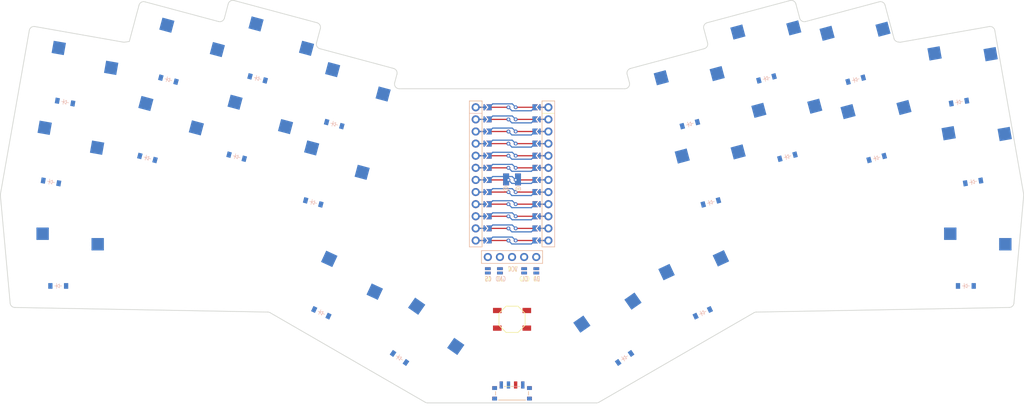
<source format=kicad_pcb>

            
(kicad_pcb (version 20171130) (host pcbnew 5.1.6)

  (page A3)
  (title_block
    (title ergogentut)
    (rev v1.0.0)
    (company Unknown)
  )

  (general
    (thickness 1.6)
  )

  (layers
    (0 F.Cu signal)
    (31 B.Cu signal)
    (32 B.Adhes user)
    (33 F.Adhes user)
    (34 B.Paste user)
    (35 F.Paste user)
    (36 B.SilkS user)
    (37 F.SilkS user)
    (38 B.Mask user)
    (39 F.Mask user)
    (40 Dwgs.User user)
    (41 Cmts.User user)
    (42 Eco1.User user)
    (43 Eco2.User user)
    (44 Edge.Cuts user)
    (45 Margin user)
    (46 B.CrtYd user)
    (47 F.CrtYd user)
    (48 B.Fab user)
    (49 F.Fab user)
  )

  (setup
    (last_trace_width 0.25)
    (trace_clearance 0.2)
    (zone_clearance 0.508)
    (zone_45_only no)
    (trace_min 0.2)
    (via_size 0.8)
    (via_drill 0.4)
    (via_min_size 0.4)
    (via_min_drill 0.3)
    (uvia_size 0.3)
    (uvia_drill 0.1)
    (uvias_allowed no)
    (uvia_min_size 0.2)
    (uvia_min_drill 0.1)
    (edge_width 0.05)
    (segment_width 0.2)
    (pcb_text_width 0.3)
    (pcb_text_size 1.5 1.5)
    (mod_edge_width 0.12)
    (mod_text_size 1 1)
    (mod_text_width 0.15)
    (pad_size 1.524 1.524)
    (pad_drill 0.762)
    (pad_to_mask_clearance 0.05)
    (aux_axis_origin 0 0)
    (visible_elements FFFFFF7F)
    (pcbplotparams
      (layerselection 0x010fc_ffffffff)
      (usegerberextensions false)
      (usegerberattributes true)
      (usegerberadvancedattributes true)
      (creategerberjobfile true)
      (excludeedgelayer true)
      (linewidth 0.100000)
      (plotframeref false)
      (viasonmask false)
      (mode 1)
      (useauxorigin false)
      (hpglpennumber 1)
      (hpglpenspeed 20)
      (hpglpendiameter 15.000000)
      (psnegative false)
      (psa4output false)
      (plotreference true)
      (plotvalue true)
      (plotinvisibletext false)
      (padsonsilk false)
      (subtractmaskfromsilk false)
      (outputformat 1)
      (mirror false)
      (drillshape 1)
      (scaleselection 1)
      (outputdirectory ""))
  )

            (net 0 "")
(net 1 "P18")
(net 2 "pinky_bottom")
(net 3 "pinky_home")
(net 4 "P15")
(net 5 "ring_bottom")
(net 6 "ring_home")
(net 7 "P14")
(net 8 "middle_bottom")
(net 9 "middle_home")
(net 10 "P16")
(net 11 "index_bottom")
(net 12 "index_home")
(net 13 "layer_cluster")
(net 14 "space_cluster")
(net 15 "default_default")
(net 16 "P5")
(net 17 "mirror_pinky_bottom")
(net 18 "mirror_pinky_home")
(net 19 "P6")
(net 20 "mirror_ring_bottom")
(net 21 "mirror_ring_home")
(net 22 "P7")
(net 23 "mirror_middle_bottom")
(net 24 "mirror_middle_home")
(net 25 "P8")
(net 26 "mirror_index_bottom")
(net 27 "mirror_index_home")
(net 28 "mirror_layer_cluster")
(net 29 "mirror_space_cluster")
(net 30 "mirror_default_default")
(net 31 "P20")
(net 32 "P21")
(net 33 "P19")
(net 34 "RAW")
(net 35 "GND")
(net 36 "RST")
(net 37 "VCC")
(net 38 "P10")
(net 39 "P1")
(net 40 "P0")
(net 41 "P2")
(net 42 "P3")
(net 43 "P4")
(net 44 "P9")
(net 45 "MCU1_24")
(net 46 "MCU1_1")
(net 47 "MCU1_2")
(net 48 "MCU1_23")
(net 49 "MCU1_22")
(net 50 "MCU1_3")
(net 51 "MCU1_21")
(net 52 "MCU1_4")
(net 53 "MCU1_5")
(net 54 "MCU1_20")
(net 55 "MCU1_6")
(net 56 "MCU1_19")
(net 57 "MCU1_7")
(net 58 "MCU1_18")
(net 59 "MCU1_8")
(net 60 "MCU1_17")
(net 61 "MCU1_9")
(net 62 "MCU1_16")
(net 63 "MCU1_15")
(net 64 "MCU1_10")
(net 65 "MCU1_14")
(net 66 "MCU1_11")
(net 67 "MCU1_13")
(net 68 "MCU1_12")
(net 69 "DPD")
(net 70 "DPC")
(net 71 "DPE")
(net 72 "DISP1_1")
(net 73 "DISP1_2")
(net 74 "DISP1_4")
(net 75 "DISP1_5")
(net 76 "BAT_P")
(net 77 "PAD_3")
(net 78 "PAD_4")
(net 79 "PAD_5")
            
  (net_class Default "This is the default net class."
    (clearance 0.2)
    (trace_width 0.25)
    (via_dia 0.8)
    (via_drill 0.4)
    (uvia_dia 0.3)
    (uvia_drill 0.1)
    (add_net "")
(add_net "P18")
(add_net "pinky_bottom")
(add_net "pinky_home")
(add_net "P15")
(add_net "ring_bottom")
(add_net "ring_home")
(add_net "P14")
(add_net "middle_bottom")
(add_net "middle_home")
(add_net "P16")
(add_net "index_bottom")
(add_net "index_home")
(add_net "layer_cluster")
(add_net "space_cluster")
(add_net "default_default")
(add_net "P5")
(add_net "mirror_pinky_bottom")
(add_net "mirror_pinky_home")
(add_net "P6")
(add_net "mirror_ring_bottom")
(add_net "mirror_ring_home")
(add_net "P7")
(add_net "mirror_middle_bottom")
(add_net "mirror_middle_home")
(add_net "P8")
(add_net "mirror_index_bottom")
(add_net "mirror_index_home")
(add_net "mirror_layer_cluster")
(add_net "mirror_space_cluster")
(add_net "mirror_default_default")
(add_net "P20")
(add_net "P21")
(add_net "P19")
(add_net "RAW")
(add_net "GND")
(add_net "RST")
(add_net "VCC")
(add_net "P10")
(add_net "P1")
(add_net "P0")
(add_net "P2")
(add_net "P3")
(add_net "P4")
(add_net "P9")
(add_net "MCU1_24")
(add_net "MCU1_1")
(add_net "MCU1_2")
(add_net "MCU1_23")
(add_net "MCU1_22")
(add_net "MCU1_3")
(add_net "MCU1_21")
(add_net "MCU1_4")
(add_net "MCU1_5")
(add_net "MCU1_20")
(add_net "MCU1_6")
(add_net "MCU1_19")
(add_net "MCU1_7")
(add_net "MCU1_18")
(add_net "MCU1_8")
(add_net "MCU1_17")
(add_net "MCU1_9")
(add_net "MCU1_16")
(add_net "MCU1_15")
(add_net "MCU1_10")
(add_net "MCU1_14")
(add_net "MCU1_11")
(add_net "MCU1_13")
(add_net "MCU1_12")
(add_net "DPD")
(add_net "DPC")
(add_net "DPE")
(add_net "DISP1_1")
(add_net "DISP1_2")
(add_net "DISP1_4")
(add_net "DISP1_5")
(add_net "BAT_P")
(add_net "PAD_3")
(add_net "PAD_4")
(add_net "PAD_5")
  )

            
        
      (module PG1350 (layer F.Cu) (tedit 5DD50112)
      (at 2.9520191 -16.7417318 -10)

      
      (fp_text reference "S1" (at 0 0) (layer F.SilkS) hide (effects (font (size 1.27 1.27) (thickness 0.15))))
      (fp_text value "" (at 0 0) (layer F.SilkS) hide (effects (font (size 1.27 1.27) (thickness 0.15))))

      
      (fp_line (start -7 -6) (end -7 -7) (layer Dwgs.User) (width 0.15))
      (fp_line (start -7 7) (end -6 7) (layer Dwgs.User) (width 0.15))
      (fp_line (start -6 -7) (end -7 -7) (layer Dwgs.User) (width 0.15))
      (fp_line (start -7 7) (end -7 6) (layer Dwgs.User) (width 0.15))
      (fp_line (start 7 6) (end 7 7) (layer Dwgs.User) (width 0.15))
      (fp_line (start 7 -7) (end 6 -7) (layer Dwgs.User) (width 0.15))
      (fp_line (start 6 7) (end 7 7) (layer Dwgs.User) (width 0.15))
      (fp_line (start 7 -7) (end 7 -6) (layer Dwgs.User) (width 0.15))      
      
      
      (pad "" np_thru_hole circle (at 0 0) (size 3.429 3.429) (drill 3.429) (layers *.Cu *.Mask))
        
      
      (pad "" np_thru_hole circle (at 5.5 0) (size 1.7018 1.7018) (drill 1.7018) (layers *.Cu *.Mask))
      (pad "" np_thru_hole circle (at -5.5 0) (size 1.7018 1.7018) (drill 1.7018) (layers *.Cu *.Mask))
      
        
      
      (fp_line (start -9 -8.5) (end 9 -8.5) (layer Dwgs.User) (width 0.15))
      (fp_line (start 9 -8.5) (end 9 8.5) (layer Dwgs.User) (width 0.15))
      (fp_line (start 9 8.5) (end -9 8.5) (layer Dwgs.User) (width 0.15))
      (fp_line (start -9 8.5) (end -9 -8.5) (layer Dwgs.User) (width 0.15))
      
        
          
          (pad "" np_thru_hole circle (at 5 -3.75) (size 3 3) (drill 3) (layers *.Cu *.Mask))
          (pad "" np_thru_hole circle (at 0 -5.95) (size 3 3) (drill 3) (layers *.Cu *.Mask))
      
          
          (pad 1 smd rect (at -3.275 -5.95 -10) (size 2.6 2.6) (layers B.Cu B.Paste B.Mask)  (net 1 "P18"))
          (pad 2 smd rect (at 8.275 -3.75 -10) (size 2.6 2.6) (layers B.Cu B.Paste B.Mask)  (net 2 "pinky_bottom"))
        )
        

        
      (module PG1350 (layer F.Cu) (tedit 5DD50112)
      (at 5.9040381 -33.4834637 -10)

      
      (fp_text reference "S2" (at 0 0) (layer F.SilkS) hide (effects (font (size 1.27 1.27) (thickness 0.15))))
      (fp_text value "" (at 0 0) (layer F.SilkS) hide (effects (font (size 1.27 1.27) (thickness 0.15))))

      
      (fp_line (start -7 -6) (end -7 -7) (layer Dwgs.User) (width 0.15))
      (fp_line (start -7 7) (end -6 7) (layer Dwgs.User) (width 0.15))
      (fp_line (start -6 -7) (end -7 -7) (layer Dwgs.User) (width 0.15))
      (fp_line (start -7 7) (end -7 6) (layer Dwgs.User) (width 0.15))
      (fp_line (start 7 6) (end 7 7) (layer Dwgs.User) (width 0.15))
      (fp_line (start 7 -7) (end 6 -7) (layer Dwgs.User) (width 0.15))
      (fp_line (start 6 7) (end 7 7) (layer Dwgs.User) (width 0.15))
      (fp_line (start 7 -7) (end 7 -6) (layer Dwgs.User) (width 0.15))      
      
      
      (pad "" np_thru_hole circle (at 0 0) (size 3.429 3.429) (drill 3.429) (layers *.Cu *.Mask))
        
      
      (pad "" np_thru_hole circle (at 5.5 0) (size 1.7018 1.7018) (drill 1.7018) (layers *.Cu *.Mask))
      (pad "" np_thru_hole circle (at -5.5 0) (size 1.7018 1.7018) (drill 1.7018) (layers *.Cu *.Mask))
      
        
      
      (fp_line (start -9 -8.5) (end 9 -8.5) (layer Dwgs.User) (width 0.15))
      (fp_line (start 9 -8.5) (end 9 8.5) (layer Dwgs.User) (width 0.15))
      (fp_line (start 9 8.5) (end -9 8.5) (layer Dwgs.User) (width 0.15))
      (fp_line (start -9 8.5) (end -9 -8.5) (layer Dwgs.User) (width 0.15))
      
        
          
          (pad "" np_thru_hole circle (at 5 -3.75) (size 3 3) (drill 3) (layers *.Cu *.Mask))
          (pad "" np_thru_hole circle (at 0 -5.95) (size 3 3) (drill 3) (layers *.Cu *.Mask))
      
          
          (pad 1 smd rect (at -3.275 -5.95 -10) (size 2.6 2.6) (layers B.Cu B.Paste B.Mask)  (net 1 "P18"))
          (pad 2 smd rect (at 8.275 -3.75 -10) (size 2.6 2.6) (layers B.Cu B.Paste B.Mask)  (net 3 "pinky_home"))
        )
        

        
      (module PG1350 (layer F.Cu) (tedit 5DD50112)
      (at 23.6024729 -21.6659377 -15)

      
      (fp_text reference "S3" (at 0 0) (layer F.SilkS) hide (effects (font (size 1.27 1.27) (thickness 0.15))))
      (fp_text value "" (at 0 0) (layer F.SilkS) hide (effects (font (size 1.27 1.27) (thickness 0.15))))

      
      (fp_line (start -7 -6) (end -7 -7) (layer Dwgs.User) (width 0.15))
      (fp_line (start -7 7) (end -6 7) (layer Dwgs.User) (width 0.15))
      (fp_line (start -6 -7) (end -7 -7) (layer Dwgs.User) (width 0.15))
      (fp_line (start -7 7) (end -7 6) (layer Dwgs.User) (width 0.15))
      (fp_line (start 7 6) (end 7 7) (layer Dwgs.User) (width 0.15))
      (fp_line (start 7 -7) (end 6 -7) (layer Dwgs.User) (width 0.15))
      (fp_line (start 6 7) (end 7 7) (layer Dwgs.User) (width 0.15))
      (fp_line (start 7 -7) (end 7 -6) (layer Dwgs.User) (width 0.15))      
      
      
      (pad "" np_thru_hole circle (at 0 0) (size 3.429 3.429) (drill 3.429) (layers *.Cu *.Mask))
        
      
      (pad "" np_thru_hole circle (at 5.5 0) (size 1.7018 1.7018) (drill 1.7018) (layers *.Cu *.Mask))
      (pad "" np_thru_hole circle (at -5.5 0) (size 1.7018 1.7018) (drill 1.7018) (layers *.Cu *.Mask))
      
        
      
      (fp_line (start -9 -8.5) (end 9 -8.5) (layer Dwgs.User) (width 0.15))
      (fp_line (start 9 -8.5) (end 9 8.5) (layer Dwgs.User) (width 0.15))
      (fp_line (start 9 8.5) (end -9 8.5) (layer Dwgs.User) (width 0.15))
      (fp_line (start -9 8.5) (end -9 -8.5) (layer Dwgs.User) (width 0.15))
      
        
          
          (pad "" np_thru_hole circle (at 5 -3.75) (size 3 3) (drill 3) (layers *.Cu *.Mask))
          (pad "" np_thru_hole circle (at 0 -5.95) (size 3 3) (drill 3) (layers *.Cu *.Mask))
      
          
          (pad 1 smd rect (at -3.275 -5.95 -15) (size 2.6 2.6) (layers B.Cu B.Paste B.Mask)  (net 4 "P15"))
          (pad 2 smd rect (at 8.275 -3.75 -15) (size 2.6 2.6) (layers B.Cu B.Paste B.Mask)  (net 5 "ring_bottom"))
        )
        

        
      (module PG1350 (layer F.Cu) (tedit 5DD50112)
      (at 28.0023966 -38.0866768 -15)

      
      (fp_text reference "S4" (at 0 0) (layer F.SilkS) hide (effects (font (size 1.27 1.27) (thickness 0.15))))
      (fp_text value "" (at 0 0) (layer F.SilkS) hide (effects (font (size 1.27 1.27) (thickness 0.15))))

      
      (fp_line (start -7 -6) (end -7 -7) (layer Dwgs.User) (width 0.15))
      (fp_line (start -7 7) (end -6 7) (layer Dwgs.User) (width 0.15))
      (fp_line (start -6 -7) (end -7 -7) (layer Dwgs.User) (width 0.15))
      (fp_line (start -7 7) (end -7 6) (layer Dwgs.User) (width 0.15))
      (fp_line (start 7 6) (end 7 7) (layer Dwgs.User) (width 0.15))
      (fp_line (start 7 -7) (end 6 -7) (layer Dwgs.User) (width 0.15))
      (fp_line (start 6 7) (end 7 7) (layer Dwgs.User) (width 0.15))
      (fp_line (start 7 -7) (end 7 -6) (layer Dwgs.User) (width 0.15))      
      
      
      (pad "" np_thru_hole circle (at 0 0) (size 3.429 3.429) (drill 3.429) (layers *.Cu *.Mask))
        
      
      (pad "" np_thru_hole circle (at 5.5 0) (size 1.7018 1.7018) (drill 1.7018) (layers *.Cu *.Mask))
      (pad "" np_thru_hole circle (at -5.5 0) (size 1.7018 1.7018) (drill 1.7018) (layers *.Cu *.Mask))
      
        
      
      (fp_line (start -9 -8.5) (end 9 -8.5) (layer Dwgs.User) (width 0.15))
      (fp_line (start 9 -8.5) (end 9 8.5) (layer Dwgs.User) (width 0.15))
      (fp_line (start 9 8.5) (end -9 8.5) (layer Dwgs.User) (width 0.15))
      (fp_line (start -9 8.5) (end -9 -8.5) (layer Dwgs.User) (width 0.15))
      
        
          
          (pad "" np_thru_hole circle (at 5 -3.75) (size 3 3) (drill 3) (layers *.Cu *.Mask))
          (pad "" np_thru_hole circle (at 0 -5.95) (size 3 3) (drill 3) (layers *.Cu *.Mask))
      
          
          (pad 1 smd rect (at -3.275 -5.95 -15) (size 2.6 2.6) (layers B.Cu B.Paste B.Mask)  (net 4 "P15"))
          (pad 2 smd rect (at 8.275 -3.75 -15) (size 2.6 2.6) (layers B.Cu B.Paste B.Mask)  (net 6 "ring_home"))
        )
        

        
      (module PG1350 (layer F.Cu) (tedit 5DD50112)
      (at 42.3091148 -21.9334167 -15)

      
      (fp_text reference "S5" (at 0 0) (layer F.SilkS) hide (effects (font (size 1.27 1.27) (thickness 0.15))))
      (fp_text value "" (at 0 0) (layer F.SilkS) hide (effects (font (size 1.27 1.27) (thickness 0.15))))

      
      (fp_line (start -7 -6) (end -7 -7) (layer Dwgs.User) (width 0.15))
      (fp_line (start -7 7) (end -6 7) (layer Dwgs.User) (width 0.15))
      (fp_line (start -6 -7) (end -7 -7) (layer Dwgs.User) (width 0.15))
      (fp_line (start -7 7) (end -7 6) (layer Dwgs.User) (width 0.15))
      (fp_line (start 7 6) (end 7 7) (layer Dwgs.User) (width 0.15))
      (fp_line (start 7 -7) (end 6 -7) (layer Dwgs.User) (width 0.15))
      (fp_line (start 6 7) (end 7 7) (layer Dwgs.User) (width 0.15))
      (fp_line (start 7 -7) (end 7 -6) (layer Dwgs.User) (width 0.15))      
      
      
      (pad "" np_thru_hole circle (at 0 0) (size 3.429 3.429) (drill 3.429) (layers *.Cu *.Mask))
        
      
      (pad "" np_thru_hole circle (at 5.5 0) (size 1.7018 1.7018) (drill 1.7018) (layers *.Cu *.Mask))
      (pad "" np_thru_hole circle (at -5.5 0) (size 1.7018 1.7018) (drill 1.7018) (layers *.Cu *.Mask))
      
        
      
      (fp_line (start -9 -8.5) (end 9 -8.5) (layer Dwgs.User) (width 0.15))
      (fp_line (start 9 -8.5) (end 9 8.5) (layer Dwgs.User) (width 0.15))
      (fp_line (start 9 8.5) (end -9 8.5) (layer Dwgs.User) (width 0.15))
      (fp_line (start -9 8.5) (end -9 -8.5) (layer Dwgs.User) (width 0.15))
      
        
          
          (pad "" np_thru_hole circle (at 5 -3.75) (size 3 3) (drill 3) (layers *.Cu *.Mask))
          (pad "" np_thru_hole circle (at 0 -5.95) (size 3 3) (drill 3) (layers *.Cu *.Mask))
      
          
          (pad 1 smd rect (at -3.275 -5.95 -15) (size 2.6 2.6) (layers B.Cu B.Paste B.Mask)  (net 7 "P14"))
          (pad 2 smd rect (at 8.275 -3.75 -15) (size 2.6 2.6) (layers B.Cu B.Paste B.Mask)  (net 8 "middle_bottom"))
        )
        

        
      (module PG1350 (layer F.Cu) (tedit 5DD50112)
      (at 46.7090385 -38.3541557 -15)

      
      (fp_text reference "S6" (at 0 0) (layer F.SilkS) hide (effects (font (size 1.27 1.27) (thickness 0.15))))
      (fp_text value "" (at 0 0) (layer F.SilkS) hide (effects (font (size 1.27 1.27) (thickness 0.15))))

      
      (fp_line (start -7 -6) (end -7 -7) (layer Dwgs.User) (width 0.15))
      (fp_line (start -7 7) (end -6 7) (layer Dwgs.User) (width 0.15))
      (fp_line (start -6 -7) (end -7 -7) (layer Dwgs.User) (width 0.15))
      (fp_line (start -7 7) (end -7 6) (layer Dwgs.User) (width 0.15))
      (fp_line (start 7 6) (end 7 7) (layer Dwgs.User) (width 0.15))
      (fp_line (start 7 -7) (end 6 -7) (layer Dwgs.User) (width 0.15))
      (fp_line (start 6 7) (end 7 7) (layer Dwgs.User) (width 0.15))
      (fp_line (start 7 -7) (end 7 -6) (layer Dwgs.User) (width 0.15))      
      
      
      (pad "" np_thru_hole circle (at 0 0) (size 3.429 3.429) (drill 3.429) (layers *.Cu *.Mask))
        
      
      (pad "" np_thru_hole circle (at 5.5 0) (size 1.7018 1.7018) (drill 1.7018) (layers *.Cu *.Mask))
      (pad "" np_thru_hole circle (at -5.5 0) (size 1.7018 1.7018) (drill 1.7018) (layers *.Cu *.Mask))
      
        
      
      (fp_line (start -9 -8.5) (end 9 -8.5) (layer Dwgs.User) (width 0.15))
      (fp_line (start 9 -8.5) (end 9 8.5) (layer Dwgs.User) (width 0.15))
      (fp_line (start 9 8.5) (end -9 8.5) (layer Dwgs.User) (width 0.15))
      (fp_line (start -9 8.5) (end -9 -8.5) (layer Dwgs.User) (width 0.15))
      
        
          
          (pad "" np_thru_hole circle (at 5 -3.75) (size 3 3) (drill 3) (layers *.Cu *.Mask))
          (pad "" np_thru_hole circle (at 0 -5.95) (size 3 3) (drill 3) (layers *.Cu *.Mask))
      
          
          (pad 1 smd rect (at -3.275 -5.95 -15) (size 2.6 2.6) (layers B.Cu B.Paste B.Mask)  (net 7 "P14"))
          (pad 2 smd rect (at 8.275 -3.75 -15) (size 2.6 2.6) (layers B.Cu B.Paste B.Mask)  (net 9 "middle_home"))
        )
        

        
      (module PG1350 (layer F.Cu) (tedit 5DD50112)
      (at 58.3758026 -12.3484521 -15)

      
      (fp_text reference "S7" (at 0 0) (layer F.SilkS) hide (effects (font (size 1.27 1.27) (thickness 0.15))))
      (fp_text value "" (at 0 0) (layer F.SilkS) hide (effects (font (size 1.27 1.27) (thickness 0.15))))

      
      (fp_line (start -7 -6) (end -7 -7) (layer Dwgs.User) (width 0.15))
      (fp_line (start -7 7) (end -6 7) (layer Dwgs.User) (width 0.15))
      (fp_line (start -6 -7) (end -7 -7) (layer Dwgs.User) (width 0.15))
      (fp_line (start -7 7) (end -7 6) (layer Dwgs.User) (width 0.15))
      (fp_line (start 7 6) (end 7 7) (layer Dwgs.User) (width 0.15))
      (fp_line (start 7 -7) (end 6 -7) (layer Dwgs.User) (width 0.15))
      (fp_line (start 6 7) (end 7 7) (layer Dwgs.User) (width 0.15))
      (fp_line (start 7 -7) (end 7 -6) (layer Dwgs.User) (width 0.15))      
      
      
      (pad "" np_thru_hole circle (at 0 0) (size 3.429 3.429) (drill 3.429) (layers *.Cu *.Mask))
        
      
      (pad "" np_thru_hole circle (at 5.5 0) (size 1.7018 1.7018) (drill 1.7018) (layers *.Cu *.Mask))
      (pad "" np_thru_hole circle (at -5.5 0) (size 1.7018 1.7018) (drill 1.7018) (layers *.Cu *.Mask))
      
        
      
      (fp_line (start -9 -8.5) (end 9 -8.5) (layer Dwgs.User) (width 0.15))
      (fp_line (start 9 -8.5) (end 9 8.5) (layer Dwgs.User) (width 0.15))
      (fp_line (start 9 8.5) (end -9 8.5) (layer Dwgs.User) (width 0.15))
      (fp_line (start -9 8.5) (end -9 -8.5) (layer Dwgs.User) (width 0.15))
      
        
          
          (pad "" np_thru_hole circle (at 5 -3.75) (size 3 3) (drill 3) (layers *.Cu *.Mask))
          (pad "" np_thru_hole circle (at 0 -5.95) (size 3 3) (drill 3) (layers *.Cu *.Mask))
      
          
          (pad 1 smd rect (at -3.275 -5.95 -15) (size 2.6 2.6) (layers B.Cu B.Paste B.Mask)  (net 10 "P16"))
          (pad 2 smd rect (at 8.275 -3.75 -15) (size 2.6 2.6) (layers B.Cu B.Paste B.Mask)  (net 11 "index_bottom"))
        )
        

        
      (module PG1350 (layer F.Cu) (tedit 5DD50112)
      (at 62.7757264 -28.7691912 -15)

      
      (fp_text reference "S8" (at 0 0) (layer F.SilkS) hide (effects (font (size 1.27 1.27) (thickness 0.15))))
      (fp_text value "" (at 0 0) (layer F.SilkS) hide (effects (font (size 1.27 1.27) (thickness 0.15))))

      
      (fp_line (start -7 -6) (end -7 -7) (layer Dwgs.User) (width 0.15))
      (fp_line (start -7 7) (end -6 7) (layer Dwgs.User) (width 0.15))
      (fp_line (start -6 -7) (end -7 -7) (layer Dwgs.User) (width 0.15))
      (fp_line (start -7 7) (end -7 6) (layer Dwgs.User) (width 0.15))
      (fp_line (start 7 6) (end 7 7) (layer Dwgs.User) (width 0.15))
      (fp_line (start 7 -7) (end 6 -7) (layer Dwgs.User) (width 0.15))
      (fp_line (start 6 7) (end 7 7) (layer Dwgs.User) (width 0.15))
      (fp_line (start 7 -7) (end 7 -6) (layer Dwgs.User) (width 0.15))      
      
      
      (pad "" np_thru_hole circle (at 0 0) (size 3.429 3.429) (drill 3.429) (layers *.Cu *.Mask))
        
      
      (pad "" np_thru_hole circle (at 5.5 0) (size 1.7018 1.7018) (drill 1.7018) (layers *.Cu *.Mask))
      (pad "" np_thru_hole circle (at -5.5 0) (size 1.7018 1.7018) (drill 1.7018) (layers *.Cu *.Mask))
      
        
      
      (fp_line (start -9 -8.5) (end 9 -8.5) (layer Dwgs.User) (width 0.15))
      (fp_line (start 9 -8.5) (end 9 8.5) (layer Dwgs.User) (width 0.15))
      (fp_line (start 9 8.5) (end -9 8.5) (layer Dwgs.User) (width 0.15))
      (fp_line (start -9 8.5) (end -9 -8.5) (layer Dwgs.User) (width 0.15))
      
        
          
          (pad "" np_thru_hole circle (at 5 -3.75) (size 3 3) (drill 3) (layers *.Cu *.Mask))
          (pad "" np_thru_hole circle (at 0 -5.95) (size 3 3) (drill 3) (layers *.Cu *.Mask))
      
          
          (pad 1 smd rect (at -3.275 -5.95 -15) (size 2.6 2.6) (layers B.Cu B.Paste B.Mask)  (net 10 "P16"))
          (pad 2 smd rect (at 8.275 -3.75 -15) (size 2.6 2.6) (layers B.Cu B.Paste B.Mask)  (net 12 "index_home"))
        )
        

        
      (module PG1350 (layer F.Cu) (tedit 5DD50112)
      (at 60.8921532 11.101878 -25)

      
      (fp_text reference "S9" (at 0 0) (layer F.SilkS) hide (effects (font (size 1.27 1.27) (thickness 0.15))))
      (fp_text value "" (at 0 0) (layer F.SilkS) hide (effects (font (size 1.27 1.27) (thickness 0.15))))

      
      (fp_line (start -7 -6) (end -7 -7) (layer Dwgs.User) (width 0.15))
      (fp_line (start -7 7) (end -6 7) (layer Dwgs.User) (width 0.15))
      (fp_line (start -6 -7) (end -7 -7) (layer Dwgs.User) (width 0.15))
      (fp_line (start -7 7) (end -7 6) (layer Dwgs.User) (width 0.15))
      (fp_line (start 7 6) (end 7 7) (layer Dwgs.User) (width 0.15))
      (fp_line (start 7 -7) (end 6 -7) (layer Dwgs.User) (width 0.15))
      (fp_line (start 6 7) (end 7 7) (layer Dwgs.User) (width 0.15))
      (fp_line (start 7 -7) (end 7 -6) (layer Dwgs.User) (width 0.15))      
      
      
      (pad "" np_thru_hole circle (at 0 0) (size 3.429 3.429) (drill 3.429) (layers *.Cu *.Mask))
        
      
      (pad "" np_thru_hole circle (at 5.5 0) (size 1.7018 1.7018) (drill 1.7018) (layers *.Cu *.Mask))
      (pad "" np_thru_hole circle (at -5.5 0) (size 1.7018 1.7018) (drill 1.7018) (layers *.Cu *.Mask))
      
        
      
      (fp_line (start -9 -8.5) (end 9 -8.5) (layer Dwgs.User) (width 0.15))
      (fp_line (start 9 -8.5) (end 9 8.5) (layer Dwgs.User) (width 0.15))
      (fp_line (start 9 8.5) (end -9 8.5) (layer Dwgs.User) (width 0.15))
      (fp_line (start -9 8.5) (end -9 -8.5) (layer Dwgs.User) (width 0.15))
      
        
          
          (pad "" np_thru_hole circle (at 5 -3.75) (size 3 3) (drill 3) (layers *.Cu *.Mask))
          (pad "" np_thru_hole circle (at 0 -5.95) (size 3 3) (drill 3) (layers *.Cu *.Mask))
      
          
          (pad 1 smd rect (at -3.275 -5.95 -25) (size 2.6 2.6) (layers B.Cu B.Paste B.Mask)  (net 7 "P14"))
          (pad 2 smd rect (at 8.275 -3.75 -25) (size 2.6 2.6) (layers B.Cu B.Paste B.Mask)  (net 13 "layer_cluster"))
        )
        

        
      (module PG1350 (layer F.Cu) (tedit 5DD50112)
      (at 78.0409904 21.0029724 -35)

      
      (fp_text reference "S10" (at 0 0) (layer F.SilkS) hide (effects (font (size 1.27 1.27) (thickness 0.15))))
      (fp_text value "" (at 0 0) (layer F.SilkS) hide (effects (font (size 1.27 1.27) (thickness 0.15))))

      
      (fp_line (start -7 -6) (end -7 -7) (layer Dwgs.User) (width 0.15))
      (fp_line (start -7 7) (end -6 7) (layer Dwgs.User) (width 0.15))
      (fp_line (start -6 -7) (end -7 -7) (layer Dwgs.User) (width 0.15))
      (fp_line (start -7 7) (end -7 6) (layer Dwgs.User) (width 0.15))
      (fp_line (start 7 6) (end 7 7) (layer Dwgs.User) (width 0.15))
      (fp_line (start 7 -7) (end 6 -7) (layer Dwgs.User) (width 0.15))
      (fp_line (start 6 7) (end 7 7) (layer Dwgs.User) (width 0.15))
      (fp_line (start 7 -7) (end 7 -6) (layer Dwgs.User) (width 0.15))      
      
      
      (pad "" np_thru_hole circle (at 0 0) (size 3.429 3.429) (drill 3.429) (layers *.Cu *.Mask))
        
      
      (pad "" np_thru_hole circle (at 5.5 0) (size 1.7018 1.7018) (drill 1.7018) (layers *.Cu *.Mask))
      (pad "" np_thru_hole circle (at -5.5 0) (size 1.7018 1.7018) (drill 1.7018) (layers *.Cu *.Mask))
      
        
      
      (fp_line (start -9 -8.5) (end 9 -8.5) (layer Dwgs.User) (width 0.15))
      (fp_line (start 9 -8.5) (end 9 8.5) (layer Dwgs.User) (width 0.15))
      (fp_line (start 9 8.5) (end -9 8.5) (layer Dwgs.User) (width 0.15))
      (fp_line (start -9 8.5) (end -9 -8.5) (layer Dwgs.User) (width 0.15))
      
        
          
          (pad "" np_thru_hole circle (at 5 -3.75) (size 3 3) (drill 3) (layers *.Cu *.Mask))
          (pad "" np_thru_hole circle (at 0 -5.95) (size 3 3) (drill 3) (layers *.Cu *.Mask))
      
          
          (pad 1 smd rect (at -3.275 -5.95 -35) (size 2.6 2.6) (layers B.Cu B.Paste B.Mask)  (net 10 "P16"))
          (pad 2 smd rect (at 8.275 -3.75 -35) (size 2.6 2.6) (layers B.Cu B.Paste B.Mask)  (net 14 "space_cluster"))
        )
        

        
      (module PG1350 (layer F.Cu) (tedit 5DD50112)
      (at 3.6 5 0)

      
      (fp_text reference "S11" (at 0 0) (layer F.SilkS) hide (effects (font (size 1.27 1.27) (thickness 0.15))))
      (fp_text value "" (at 0 0) (layer F.SilkS) hide (effects (font (size 1.27 1.27) (thickness 0.15))))

      
      (fp_line (start -7 -6) (end -7 -7) (layer Dwgs.User) (width 0.15))
      (fp_line (start -7 7) (end -6 7) (layer Dwgs.User) (width 0.15))
      (fp_line (start -6 -7) (end -7 -7) (layer Dwgs.User) (width 0.15))
      (fp_line (start -7 7) (end -7 6) (layer Dwgs.User) (width 0.15))
      (fp_line (start 7 6) (end 7 7) (layer Dwgs.User) (width 0.15))
      (fp_line (start 7 -7) (end 6 -7) (layer Dwgs.User) (width 0.15))
      (fp_line (start 6 7) (end 7 7) (layer Dwgs.User) (width 0.15))
      (fp_line (start 7 -7) (end 7 -6) (layer Dwgs.User) (width 0.15))      
      
      
      (pad "" np_thru_hole circle (at 0 0) (size 3.429 3.429) (drill 3.429) (layers *.Cu *.Mask))
        
      
      (pad "" np_thru_hole circle (at 5.5 0) (size 1.7018 1.7018) (drill 1.7018) (layers *.Cu *.Mask))
      (pad "" np_thru_hole circle (at -5.5 0) (size 1.7018 1.7018) (drill 1.7018) (layers *.Cu *.Mask))
      
        
      
      (fp_line (start -9 -8.5) (end 9 -8.5) (layer Dwgs.User) (width 0.15))
      (fp_line (start 9 -8.5) (end 9 8.5) (layer Dwgs.User) (width 0.15))
      (fp_line (start 9 8.5) (end -9 8.5) (layer Dwgs.User) (width 0.15))
      (fp_line (start -9 8.5) (end -9 -8.5) (layer Dwgs.User) (width 0.15))
      
        
          
          (pad "" np_thru_hole circle (at 5 -3.75) (size 3 3) (drill 3) (layers *.Cu *.Mask))
          (pad "" np_thru_hole circle (at 0 -5.95) (size 3 3) (drill 3) (layers *.Cu *.Mask))
      
          
          (pad 1 smd rect (at -3.275 -5.95 0) (size 2.6 2.6) (layers B.Cu B.Paste B.Mask)  (net 1 "P18"))
          (pad 2 smd rect (at 8.275 -3.75 0) (size 2.6 2.6) (layers B.Cu B.Paste B.Mask)  (net 15 "default_default"))
        )
        

        
      (module PG1350 (layer F.Cu) (tedit 5DD50112)
      (at 194.5994337 -16.7417318 10)

      
      (fp_text reference "S12" (at 0 0) (layer F.SilkS) hide (effects (font (size 1.27 1.27) (thickness 0.15))))
      (fp_text value "" (at 0 0) (layer F.SilkS) hide (effects (font (size 1.27 1.27) (thickness 0.15))))

      
      (fp_line (start -7 -6) (end -7 -7) (layer Dwgs.User) (width 0.15))
      (fp_line (start -7 7) (end -6 7) (layer Dwgs.User) (width 0.15))
      (fp_line (start -6 -7) (end -7 -7) (layer Dwgs.User) (width 0.15))
      (fp_line (start -7 7) (end -7 6) (layer Dwgs.User) (width 0.15))
      (fp_line (start 7 6) (end 7 7) (layer Dwgs.User) (width 0.15))
      (fp_line (start 7 -7) (end 6 -7) (layer Dwgs.User) (width 0.15))
      (fp_line (start 6 7) (end 7 7) (layer Dwgs.User) (width 0.15))
      (fp_line (start 7 -7) (end 7 -6) (layer Dwgs.User) (width 0.15))      
      
      
      (pad "" np_thru_hole circle (at 0 0) (size 3.429 3.429) (drill 3.429) (layers *.Cu *.Mask))
        
      
      (pad "" np_thru_hole circle (at 5.5 0) (size 1.7018 1.7018) (drill 1.7018) (layers *.Cu *.Mask))
      (pad "" np_thru_hole circle (at -5.5 0) (size 1.7018 1.7018) (drill 1.7018) (layers *.Cu *.Mask))
      
        
      
      (fp_line (start -9 -8.5) (end 9 -8.5) (layer Dwgs.User) (width 0.15))
      (fp_line (start 9 -8.5) (end 9 8.5) (layer Dwgs.User) (width 0.15))
      (fp_line (start 9 8.5) (end -9 8.5) (layer Dwgs.User) (width 0.15))
      (fp_line (start -9 8.5) (end -9 -8.5) (layer Dwgs.User) (width 0.15))
      
        
          
          (pad "" np_thru_hole circle (at 5 -3.75) (size 3 3) (drill 3) (layers *.Cu *.Mask))
          (pad "" np_thru_hole circle (at 0 -5.95) (size 3 3) (drill 3) (layers *.Cu *.Mask))
      
          
          (pad 1 smd rect (at -3.275 -5.95 10) (size 2.6 2.6) (layers B.Cu B.Paste B.Mask)  (net 16 "P5"))
          (pad 2 smd rect (at 8.275 -3.75 10) (size 2.6 2.6) (layers B.Cu B.Paste B.Mask)  (net 17 "mirror_pinky_bottom"))
        )
        

        
      (module PG1350 (layer F.Cu) (tedit 5DD50112)
      (at 191.64741469999998 -33.4834637 10)

      
      (fp_text reference "S13" (at 0 0) (layer F.SilkS) hide (effects (font (size 1.27 1.27) (thickness 0.15))))
      (fp_text value "" (at 0 0) (layer F.SilkS) hide (effects (font (size 1.27 1.27) (thickness 0.15))))

      
      (fp_line (start -7 -6) (end -7 -7) (layer Dwgs.User) (width 0.15))
      (fp_line (start -7 7) (end -6 7) (layer Dwgs.User) (width 0.15))
      (fp_line (start -6 -7) (end -7 -7) (layer Dwgs.User) (width 0.15))
      (fp_line (start -7 7) (end -7 6) (layer Dwgs.User) (width 0.15))
      (fp_line (start 7 6) (end 7 7) (layer Dwgs.User) (width 0.15))
      (fp_line (start 7 -7) (end 6 -7) (layer Dwgs.User) (width 0.15))
      (fp_line (start 6 7) (end 7 7) (layer Dwgs.User) (width 0.15))
      (fp_line (start 7 -7) (end 7 -6) (layer Dwgs.User) (width 0.15))      
      
      
      (pad "" np_thru_hole circle (at 0 0) (size 3.429 3.429) (drill 3.429) (layers *.Cu *.Mask))
        
      
      (pad "" np_thru_hole circle (at 5.5 0) (size 1.7018 1.7018) (drill 1.7018) (layers *.Cu *.Mask))
      (pad "" np_thru_hole circle (at -5.5 0) (size 1.7018 1.7018) (drill 1.7018) (layers *.Cu *.Mask))
      
        
      
      (fp_line (start -9 -8.5) (end 9 -8.5) (layer Dwgs.User) (width 0.15))
      (fp_line (start 9 -8.5) (end 9 8.5) (layer Dwgs.User) (width 0.15))
      (fp_line (start 9 8.5) (end -9 8.5) (layer Dwgs.User) (width 0.15))
      (fp_line (start -9 8.5) (end -9 -8.5) (layer Dwgs.User) (width 0.15))
      
        
          
          (pad "" np_thru_hole circle (at 5 -3.75) (size 3 3) (drill 3) (layers *.Cu *.Mask))
          (pad "" np_thru_hole circle (at 0 -5.95) (size 3 3) (drill 3) (layers *.Cu *.Mask))
      
          
          (pad 1 smd rect (at -3.275 -5.95 10) (size 2.6 2.6) (layers B.Cu B.Paste B.Mask)  (net 16 "P5"))
          (pad 2 smd rect (at 8.275 -3.75 10) (size 2.6 2.6) (layers B.Cu B.Paste B.Mask)  (net 18 "mirror_pinky_home"))
        )
        

        
      (module PG1350 (layer F.Cu) (tedit 5DD50112)
      (at 173.94897989999998 -21.6659377 15)

      
      (fp_text reference "S14" (at 0 0) (layer F.SilkS) hide (effects (font (size 1.27 1.27) (thickness 0.15))))
      (fp_text value "" (at 0 0) (layer F.SilkS) hide (effects (font (size 1.27 1.27) (thickness 0.15))))

      
      (fp_line (start -7 -6) (end -7 -7) (layer Dwgs.User) (width 0.15))
      (fp_line (start -7 7) (end -6 7) (layer Dwgs.User) (width 0.15))
      (fp_line (start -6 -7) (end -7 -7) (layer Dwgs.User) (width 0.15))
      (fp_line (start -7 7) (end -7 6) (layer Dwgs.User) (width 0.15))
      (fp_line (start 7 6) (end 7 7) (layer Dwgs.User) (width 0.15))
      (fp_line (start 7 -7) (end 6 -7) (layer Dwgs.User) (width 0.15))
      (fp_line (start 6 7) (end 7 7) (layer Dwgs.User) (width 0.15))
      (fp_line (start 7 -7) (end 7 -6) (layer Dwgs.User) (width 0.15))      
      
      
      (pad "" np_thru_hole circle (at 0 0) (size 3.429 3.429) (drill 3.429) (layers *.Cu *.Mask))
        
      
      (pad "" np_thru_hole circle (at 5.5 0) (size 1.7018 1.7018) (drill 1.7018) (layers *.Cu *.Mask))
      (pad "" np_thru_hole circle (at -5.5 0) (size 1.7018 1.7018) (drill 1.7018) (layers *.Cu *.Mask))
      
        
      
      (fp_line (start -9 -8.5) (end 9 -8.5) (layer Dwgs.User) (width 0.15))
      (fp_line (start 9 -8.5) (end 9 8.5) (layer Dwgs.User) (width 0.15))
      (fp_line (start 9 8.5) (end -9 8.5) (layer Dwgs.User) (width 0.15))
      (fp_line (start -9 8.5) (end -9 -8.5) (layer Dwgs.User) (width 0.15))
      
        
          
          (pad "" np_thru_hole circle (at 5 -3.75) (size 3 3) (drill 3) (layers *.Cu *.Mask))
          (pad "" np_thru_hole circle (at 0 -5.95) (size 3 3) (drill 3) (layers *.Cu *.Mask))
      
          
          (pad 1 smd rect (at -3.275 -5.95 15) (size 2.6 2.6) (layers B.Cu B.Paste B.Mask)  (net 19 "P6"))
          (pad 2 smd rect (at 8.275 -3.75 15) (size 2.6 2.6) (layers B.Cu B.Paste B.Mask)  (net 20 "mirror_ring_bottom"))
        )
        

        
      (module PG1350 (layer F.Cu) (tedit 5DD50112)
      (at 169.5490562 -38.0866768 15)

      
      (fp_text reference "S15" (at 0 0) (layer F.SilkS) hide (effects (font (size 1.27 1.27) (thickness 0.15))))
      (fp_text value "" (at 0 0) (layer F.SilkS) hide (effects (font (size 1.27 1.27) (thickness 0.15))))

      
      (fp_line (start -7 -6) (end -7 -7) (layer Dwgs.User) (width 0.15))
      (fp_line (start -7 7) (end -6 7) (layer Dwgs.User) (width 0.15))
      (fp_line (start -6 -7) (end -7 -7) (layer Dwgs.User) (width 0.15))
      (fp_line (start -7 7) (end -7 6) (layer Dwgs.User) (width 0.15))
      (fp_line (start 7 6) (end 7 7) (layer Dwgs.User) (width 0.15))
      (fp_line (start 7 -7) (end 6 -7) (layer Dwgs.User) (width 0.15))
      (fp_line (start 6 7) (end 7 7) (layer Dwgs.User) (width 0.15))
      (fp_line (start 7 -7) (end 7 -6) (layer Dwgs.User) (width 0.15))      
      
      
      (pad "" np_thru_hole circle (at 0 0) (size 3.429 3.429) (drill 3.429) (layers *.Cu *.Mask))
        
      
      (pad "" np_thru_hole circle (at 5.5 0) (size 1.7018 1.7018) (drill 1.7018) (layers *.Cu *.Mask))
      (pad "" np_thru_hole circle (at -5.5 0) (size 1.7018 1.7018) (drill 1.7018) (layers *.Cu *.Mask))
      
        
      
      (fp_line (start -9 -8.5) (end 9 -8.5) (layer Dwgs.User) (width 0.15))
      (fp_line (start 9 -8.5) (end 9 8.5) (layer Dwgs.User) (width 0.15))
      (fp_line (start 9 8.5) (end -9 8.5) (layer Dwgs.User) (width 0.15))
      (fp_line (start -9 8.5) (end -9 -8.5) (layer Dwgs.User) (width 0.15))
      
        
          
          (pad "" np_thru_hole circle (at 5 -3.75) (size 3 3) (drill 3) (layers *.Cu *.Mask))
          (pad "" np_thru_hole circle (at 0 -5.95) (size 3 3) (drill 3) (layers *.Cu *.Mask))
      
          
          (pad 1 smd rect (at -3.275 -5.95 15) (size 2.6 2.6) (layers B.Cu B.Paste B.Mask)  (net 19 "P6"))
          (pad 2 smd rect (at 8.275 -3.75 15) (size 2.6 2.6) (layers B.Cu B.Paste B.Mask)  (net 21 "mirror_ring_home"))
        )
        

        
      (module PG1350 (layer F.Cu) (tedit 5DD50112)
      (at 155.242338 -21.9334167 15)

      
      (fp_text reference "S16" (at 0 0) (layer F.SilkS) hide (effects (font (size 1.27 1.27) (thickness 0.15))))
      (fp_text value "" (at 0 0) (layer F.SilkS) hide (effects (font (size 1.27 1.27) (thickness 0.15))))

      
      (fp_line (start -7 -6) (end -7 -7) (layer Dwgs.User) (width 0.15))
      (fp_line (start -7 7) (end -6 7) (layer Dwgs.User) (width 0.15))
      (fp_line (start -6 -7) (end -7 -7) (layer Dwgs.User) (width 0.15))
      (fp_line (start -7 7) (end -7 6) (layer Dwgs.User) (width 0.15))
      (fp_line (start 7 6) (end 7 7) (layer Dwgs.User) (width 0.15))
      (fp_line (start 7 -7) (end 6 -7) (layer Dwgs.User) (width 0.15))
      (fp_line (start 6 7) (end 7 7) (layer Dwgs.User) (width 0.15))
      (fp_line (start 7 -7) (end 7 -6) (layer Dwgs.User) (width 0.15))      
      
      
      (pad "" np_thru_hole circle (at 0 0) (size 3.429 3.429) (drill 3.429) (layers *.Cu *.Mask))
        
      
      (pad "" np_thru_hole circle (at 5.5 0) (size 1.7018 1.7018) (drill 1.7018) (layers *.Cu *.Mask))
      (pad "" np_thru_hole circle (at -5.5 0) (size 1.7018 1.7018) (drill 1.7018) (layers *.Cu *.Mask))
      
        
      
      (fp_line (start -9 -8.5) (end 9 -8.5) (layer Dwgs.User) (width 0.15))
      (fp_line (start 9 -8.5) (end 9 8.5) (layer Dwgs.User) (width 0.15))
      (fp_line (start 9 8.5) (end -9 8.5) (layer Dwgs.User) (width 0.15))
      (fp_line (start -9 8.5) (end -9 -8.5) (layer Dwgs.User) (width 0.15))
      
        
          
          (pad "" np_thru_hole circle (at 5 -3.75) (size 3 3) (drill 3) (layers *.Cu *.Mask))
          (pad "" np_thru_hole circle (at 0 -5.95) (size 3 3) (drill 3) (layers *.Cu *.Mask))
      
          
          (pad 1 smd rect (at -3.275 -5.95 15) (size 2.6 2.6) (layers B.Cu B.Paste B.Mask)  (net 22 "P7"))
          (pad 2 smd rect (at 8.275 -3.75 15) (size 2.6 2.6) (layers B.Cu B.Paste B.Mask)  (net 23 "mirror_middle_bottom"))
        )
        

        
      (module PG1350 (layer F.Cu) (tedit 5DD50112)
      (at 150.8424143 -38.3541557 15)

      
      (fp_text reference "S17" (at 0 0) (layer F.SilkS) hide (effects (font (size 1.27 1.27) (thickness 0.15))))
      (fp_text value "" (at 0 0) (layer F.SilkS) hide (effects (font (size 1.27 1.27) (thickness 0.15))))

      
      (fp_line (start -7 -6) (end -7 -7) (layer Dwgs.User) (width 0.15))
      (fp_line (start -7 7) (end -6 7) (layer Dwgs.User) (width 0.15))
      (fp_line (start -6 -7) (end -7 -7) (layer Dwgs.User) (width 0.15))
      (fp_line (start -7 7) (end -7 6) (layer Dwgs.User) (width 0.15))
      (fp_line (start 7 6) (end 7 7) (layer Dwgs.User) (width 0.15))
      (fp_line (start 7 -7) (end 6 -7) (layer Dwgs.User) (width 0.15))
      (fp_line (start 6 7) (end 7 7) (layer Dwgs.User) (width 0.15))
      (fp_line (start 7 -7) (end 7 -6) (layer Dwgs.User) (width 0.15))      
      
      
      (pad "" np_thru_hole circle (at 0 0) (size 3.429 3.429) (drill 3.429) (layers *.Cu *.Mask))
        
      
      (pad "" np_thru_hole circle (at 5.5 0) (size 1.7018 1.7018) (drill 1.7018) (layers *.Cu *.Mask))
      (pad "" np_thru_hole circle (at -5.5 0) (size 1.7018 1.7018) (drill 1.7018) (layers *.Cu *.Mask))
      
        
      
      (fp_line (start -9 -8.5) (end 9 -8.5) (layer Dwgs.User) (width 0.15))
      (fp_line (start 9 -8.5) (end 9 8.5) (layer Dwgs.User) (width 0.15))
      (fp_line (start 9 8.5) (end -9 8.5) (layer Dwgs.User) (width 0.15))
      (fp_line (start -9 8.5) (end -9 -8.5) (layer Dwgs.User) (width 0.15))
      
        
          
          (pad "" np_thru_hole circle (at 5 -3.75) (size 3 3) (drill 3) (layers *.Cu *.Mask))
          (pad "" np_thru_hole circle (at 0 -5.95) (size 3 3) (drill 3) (layers *.Cu *.Mask))
      
          
          (pad 1 smd rect (at -3.275 -5.95 15) (size 2.6 2.6) (layers B.Cu B.Paste B.Mask)  (net 22 "P7"))
          (pad 2 smd rect (at 8.275 -3.75 15) (size 2.6 2.6) (layers B.Cu B.Paste B.Mask)  (net 24 "mirror_middle_home"))
        )
        

        
      (module PG1350 (layer F.Cu) (tedit 5DD50112)
      (at 139.1756502 -12.3484521 15)

      
      (fp_text reference "S18" (at 0 0) (layer F.SilkS) hide (effects (font (size 1.27 1.27) (thickness 0.15))))
      (fp_text value "" (at 0 0) (layer F.SilkS) hide (effects (font (size 1.27 1.27) (thickness 0.15))))

      
      (fp_line (start -7 -6) (end -7 -7) (layer Dwgs.User) (width 0.15))
      (fp_line (start -7 7) (end -6 7) (layer Dwgs.User) (width 0.15))
      (fp_line (start -6 -7) (end -7 -7) (layer Dwgs.User) (width 0.15))
      (fp_line (start -7 7) (end -7 6) (layer Dwgs.User) (width 0.15))
      (fp_line (start 7 6) (end 7 7) (layer Dwgs.User) (width 0.15))
      (fp_line (start 7 -7) (end 6 -7) (layer Dwgs.User) (width 0.15))
      (fp_line (start 6 7) (end 7 7) (layer Dwgs.User) (width 0.15))
      (fp_line (start 7 -7) (end 7 -6) (layer Dwgs.User) (width 0.15))      
      
      
      (pad "" np_thru_hole circle (at 0 0) (size 3.429 3.429) (drill 3.429) (layers *.Cu *.Mask))
        
      
      (pad "" np_thru_hole circle (at 5.5 0) (size 1.7018 1.7018) (drill 1.7018) (layers *.Cu *.Mask))
      (pad "" np_thru_hole circle (at -5.5 0) (size 1.7018 1.7018) (drill 1.7018) (layers *.Cu *.Mask))
      
        
      
      (fp_line (start -9 -8.5) (end 9 -8.5) (layer Dwgs.User) (width 0.15))
      (fp_line (start 9 -8.5) (end 9 8.5) (layer Dwgs.User) (width 0.15))
      (fp_line (start 9 8.5) (end -9 8.5) (layer Dwgs.User) (width 0.15))
      (fp_line (start -9 8.5) (end -9 -8.5) (layer Dwgs.User) (width 0.15))
      
        
          
          (pad "" np_thru_hole circle (at 5 -3.75) (size 3 3) (drill 3) (layers *.Cu *.Mask))
          (pad "" np_thru_hole circle (at 0 -5.95) (size 3 3) (drill 3) (layers *.Cu *.Mask))
      
          
          (pad 1 smd rect (at -3.275 -5.95 15) (size 2.6 2.6) (layers B.Cu B.Paste B.Mask)  (net 25 "P8"))
          (pad 2 smd rect (at 8.275 -3.75 15) (size 2.6 2.6) (layers B.Cu B.Paste B.Mask)  (net 26 "mirror_index_bottom"))
        )
        

        
      (module PG1350 (layer F.Cu) (tedit 5DD50112)
      (at 134.7757264 -28.7691912 15)

      
      (fp_text reference "S19" (at 0 0) (layer F.SilkS) hide (effects (font (size 1.27 1.27) (thickness 0.15))))
      (fp_text value "" (at 0 0) (layer F.SilkS) hide (effects (font (size 1.27 1.27) (thickness 0.15))))

      
      (fp_line (start -7 -6) (end -7 -7) (layer Dwgs.User) (width 0.15))
      (fp_line (start -7 7) (end -6 7) (layer Dwgs.User) (width 0.15))
      (fp_line (start -6 -7) (end -7 -7) (layer Dwgs.User) (width 0.15))
      (fp_line (start -7 7) (end -7 6) (layer Dwgs.User) (width 0.15))
      (fp_line (start 7 6) (end 7 7) (layer Dwgs.User) (width 0.15))
      (fp_line (start 7 -7) (end 6 -7) (layer Dwgs.User) (width 0.15))
      (fp_line (start 6 7) (end 7 7) (layer Dwgs.User) (width 0.15))
      (fp_line (start 7 -7) (end 7 -6) (layer Dwgs.User) (width 0.15))      
      
      
      (pad "" np_thru_hole circle (at 0 0) (size 3.429 3.429) (drill 3.429) (layers *.Cu *.Mask))
        
      
      (pad "" np_thru_hole circle (at 5.5 0) (size 1.7018 1.7018) (drill 1.7018) (layers *.Cu *.Mask))
      (pad "" np_thru_hole circle (at -5.5 0) (size 1.7018 1.7018) (drill 1.7018) (layers *.Cu *.Mask))
      
        
      
      (fp_line (start -9 -8.5) (end 9 -8.5) (layer Dwgs.User) (width 0.15))
      (fp_line (start 9 -8.5) (end 9 8.5) (layer Dwgs.User) (width 0.15))
      (fp_line (start 9 8.5) (end -9 8.5) (layer Dwgs.User) (width 0.15))
      (fp_line (start -9 8.5) (end -9 -8.5) (layer Dwgs.User) (width 0.15))
      
        
          
          (pad "" np_thru_hole circle (at 5 -3.75) (size 3 3) (drill 3) (layers *.Cu *.Mask))
          (pad "" np_thru_hole circle (at 0 -5.95) (size 3 3) (drill 3) (layers *.Cu *.Mask))
      
          
          (pad 1 smd rect (at -3.275 -5.95 15) (size 2.6 2.6) (layers B.Cu B.Paste B.Mask)  (net 25 "P8"))
          (pad 2 smd rect (at 8.275 -3.75 15) (size 2.6 2.6) (layers B.Cu B.Paste B.Mask)  (net 27 "mirror_index_home"))
        )
        

        
      (module PG1350 (layer F.Cu) (tedit 5DD50112)
      (at 136.6592996 11.101878 25)

      
      (fp_text reference "S20" (at 0 0) (layer F.SilkS) hide (effects (font (size 1.27 1.27) (thickness 0.15))))
      (fp_text value "" (at 0 0) (layer F.SilkS) hide (effects (font (size 1.27 1.27) (thickness 0.15))))

      
      (fp_line (start -7 -6) (end -7 -7) (layer Dwgs.User) (width 0.15))
      (fp_line (start -7 7) (end -6 7) (layer Dwgs.User) (width 0.15))
      (fp_line (start -6 -7) (end -7 -7) (layer Dwgs.User) (width 0.15))
      (fp_line (start -7 7) (end -7 6) (layer Dwgs.User) (width 0.15))
      (fp_line (start 7 6) (end 7 7) (layer Dwgs.User) (width 0.15))
      (fp_line (start 7 -7) (end 6 -7) (layer Dwgs.User) (width 0.15))
      (fp_line (start 6 7) (end 7 7) (layer Dwgs.User) (width 0.15))
      (fp_line (start 7 -7) (end 7 -6) (layer Dwgs.User) (width 0.15))      
      
      
      (pad "" np_thru_hole circle (at 0 0) (size 3.429 3.429) (drill 3.429) (layers *.Cu *.Mask))
        
      
      (pad "" np_thru_hole circle (at 5.5 0) (size 1.7018 1.7018) (drill 1.7018) (layers *.Cu *.Mask))
      (pad "" np_thru_hole circle (at -5.5 0) (size 1.7018 1.7018) (drill 1.7018) (layers *.Cu *.Mask))
      
        
      
      (fp_line (start -9 -8.5) (end 9 -8.5) (layer Dwgs.User) (width 0.15))
      (fp_line (start 9 -8.5) (end 9 8.5) (layer Dwgs.User) (width 0.15))
      (fp_line (start 9 8.5) (end -9 8.5) (layer Dwgs.User) (width 0.15))
      (fp_line (start -9 8.5) (end -9 -8.5) (layer Dwgs.User) (width 0.15))
      
        
          
          (pad "" np_thru_hole circle (at 5 -3.75) (size 3 3) (drill 3) (layers *.Cu *.Mask))
          (pad "" np_thru_hole circle (at 0 -5.95) (size 3 3) (drill 3) (layers *.Cu *.Mask))
      
          
          (pad 1 smd rect (at -3.275 -5.95 25) (size 2.6 2.6) (layers B.Cu B.Paste B.Mask)  (net 22 "P7"))
          (pad 2 smd rect (at 8.275 -3.75 25) (size 2.6 2.6) (layers B.Cu B.Paste B.Mask)  (net 28 "mirror_layer_cluster"))
        )
        

        
      (module PG1350 (layer F.Cu) (tedit 5DD50112)
      (at 119.5104624 21.0029724 35)

      
      (fp_text reference "S21" (at 0 0) (layer F.SilkS) hide (effects (font (size 1.27 1.27) (thickness 0.15))))
      (fp_text value "" (at 0 0) (layer F.SilkS) hide (effects (font (size 1.27 1.27) (thickness 0.15))))

      
      (fp_line (start -7 -6) (end -7 -7) (layer Dwgs.User) (width 0.15))
      (fp_line (start -7 7) (end -6 7) (layer Dwgs.User) (width 0.15))
      (fp_line (start -6 -7) (end -7 -7) (layer Dwgs.User) (width 0.15))
      (fp_line (start -7 7) (end -7 6) (layer Dwgs.User) (width 0.15))
      (fp_line (start 7 6) (end 7 7) (layer Dwgs.User) (width 0.15))
      (fp_line (start 7 -7) (end 6 -7) (layer Dwgs.User) (width 0.15))
      (fp_line (start 6 7) (end 7 7) (layer Dwgs.User) (width 0.15))
      (fp_line (start 7 -7) (end 7 -6) (layer Dwgs.User) (width 0.15))      
      
      
      (pad "" np_thru_hole circle (at 0 0) (size 3.429 3.429) (drill 3.429) (layers *.Cu *.Mask))
        
      
      (pad "" np_thru_hole circle (at 5.5 0) (size 1.7018 1.7018) (drill 1.7018) (layers *.Cu *.Mask))
      (pad "" np_thru_hole circle (at -5.5 0) (size 1.7018 1.7018) (drill 1.7018) (layers *.Cu *.Mask))
      
        
      
      (fp_line (start -9 -8.5) (end 9 -8.5) (layer Dwgs.User) (width 0.15))
      (fp_line (start 9 -8.5) (end 9 8.5) (layer Dwgs.User) (width 0.15))
      (fp_line (start 9 8.5) (end -9 8.5) (layer Dwgs.User) (width 0.15))
      (fp_line (start -9 8.5) (end -9 -8.5) (layer Dwgs.User) (width 0.15))
      
        
          
          (pad "" np_thru_hole circle (at 5 -3.75) (size 3 3) (drill 3) (layers *.Cu *.Mask))
          (pad "" np_thru_hole circle (at 0 -5.95) (size 3 3) (drill 3) (layers *.Cu *.Mask))
      
          
          (pad 1 smd rect (at -3.275 -5.95 35) (size 2.6 2.6) (layers B.Cu B.Paste B.Mask)  (net 25 "P8"))
          (pad 2 smd rect (at 8.275 -3.75 35) (size 2.6 2.6) (layers B.Cu B.Paste B.Mask)  (net 29 "mirror_space_cluster"))
        )
        

        
      (module PG1350 (layer F.Cu) (tedit 5DD50112)
      (at 193.9514528 5 0)

      
      (fp_text reference "S22" (at 0 0) (layer F.SilkS) hide (effects (font (size 1.27 1.27) (thickness 0.15))))
      (fp_text value "" (at 0 0) (layer F.SilkS) hide (effects (font (size 1.27 1.27) (thickness 0.15))))

      
      (fp_line (start -7 -6) (end -7 -7) (layer Dwgs.User) (width 0.15))
      (fp_line (start -7 7) (end -6 7) (layer Dwgs.User) (width 0.15))
      (fp_line (start -6 -7) (end -7 -7) (layer Dwgs.User) (width 0.15))
      (fp_line (start -7 7) (end -7 6) (layer Dwgs.User) (width 0.15))
      (fp_line (start 7 6) (end 7 7) (layer Dwgs.User) (width 0.15))
      (fp_line (start 7 -7) (end 6 -7) (layer Dwgs.User) (width 0.15))
      (fp_line (start 6 7) (end 7 7) (layer Dwgs.User) (width 0.15))
      (fp_line (start 7 -7) (end 7 -6) (layer Dwgs.User) (width 0.15))      
      
      
      (pad "" np_thru_hole circle (at 0 0) (size 3.429 3.429) (drill 3.429) (layers *.Cu *.Mask))
        
      
      (pad "" np_thru_hole circle (at 5.5 0) (size 1.7018 1.7018) (drill 1.7018) (layers *.Cu *.Mask))
      (pad "" np_thru_hole circle (at -5.5 0) (size 1.7018 1.7018) (drill 1.7018) (layers *.Cu *.Mask))
      
        
      
      (fp_line (start -9 -8.5) (end 9 -8.5) (layer Dwgs.User) (width 0.15))
      (fp_line (start 9 -8.5) (end 9 8.5) (layer Dwgs.User) (width 0.15))
      (fp_line (start 9 8.5) (end -9 8.5) (layer Dwgs.User) (width 0.15))
      (fp_line (start -9 8.5) (end -9 -8.5) (layer Dwgs.User) (width 0.15))
      
        
          
          (pad "" np_thru_hole circle (at 5 -3.75) (size 3 3) (drill 3) (layers *.Cu *.Mask))
          (pad "" np_thru_hole circle (at 0 -5.95) (size 3 3) (drill 3) (layers *.Cu *.Mask))
      
          
          (pad 1 smd rect (at -3.275 -5.95 0) (size 2.6 2.6) (layers B.Cu B.Paste B.Mask)  (net 1 "P18"))
          (pad 2 smd rect (at 8.275 -3.75 0) (size 2.6 2.6) (layers B.Cu B.Paste B.Mask)  (net 30 "mirror_default_default"))
        )
        

    (module ComboDiode (layer F.Cu) (tedit 5B24D78E)
        (at 2.0837782 -11.817693 -10)
        (attr virtual)

        
        (fp_text reference "D1" (at 0 0) (layer F.SilkS) hide (effects (font (size 1.27 1.27) (thickness 0.15))))
        (fp_text value "" (at 0 0) (layer F.SilkS) hide (effects (font (size 1.27 1.27) (thickness 0.15))))

        
        (fp_line (start 0.25 0) (end 0.75 0) (layer B.SilkS) (width 0.1))
        (fp_line (start 0.25 0.4) (end -0.35 0) (layer B.SilkS) (width 0.1))
        (fp_line (start 0.25 -0.4) (end 0.25 0.4) (layer B.SilkS) (width 0.1))
        (fp_line (start -0.35 0) (end 0.25 -0.4) (layer B.SilkS) (width 0.1))
        (fp_line (start -0.35 0) (end -0.35 0.55) (layer B.SilkS) (width 0.1))
        (fp_line (start -0.35 0) (end -0.35 -0.55) (layer B.SilkS) (width 0.1))
        (fp_line (start -0.75 0) (end -0.35 0) (layer B.SilkS) (width 0.1))

        
        (pad 2 smd rect (at 1.65 0 -10) (size 0.9 1.2) (layers B.Cu B.Paste B.Mask) (net 2 "pinky_bottom"))
        (pad 1 smd rect (at -1.65 0 -10) (size 0.9 1.2) (layers B.Cu B.Paste B.Mask) (net 31 "P20"))

        
        
    )
    

    (module ComboDiode (layer F.Cu) (tedit 5B24D78E)
        (at 5.0357972 -28.559424900000003 -10)
        (attr virtual)

        
        (fp_text reference "D2" (at 0 0) (layer F.SilkS) hide (effects (font (size 1.27 1.27) (thickness 0.15))))
        (fp_text value "" (at 0 0) (layer F.SilkS) hide (effects (font (size 1.27 1.27) (thickness 0.15))))

        
        (fp_line (start 0.25 0) (end 0.75 0) (layer B.SilkS) (width 0.1))
        (fp_line (start 0.25 0.4) (end -0.35 0) (layer B.SilkS) (width 0.1))
        (fp_line (start 0.25 -0.4) (end 0.25 0.4) (layer B.SilkS) (width 0.1))
        (fp_line (start -0.35 0) (end 0.25 -0.4) (layer B.SilkS) (width 0.1))
        (fp_line (start -0.35 0) (end -0.35 0.55) (layer B.SilkS) (width 0.1))
        (fp_line (start -0.35 0) (end -0.35 -0.55) (layer B.SilkS) (width 0.1))
        (fp_line (start -0.75 0) (end -0.35 0) (layer B.SilkS) (width 0.1))

        
        (pad 2 smd rect (at 1.65 0 -10) (size 0.9 1.2) (layers B.Cu B.Paste B.Mask) (net 3 "pinky_home"))
        (pad 1 smd rect (at -1.65 0 -10) (size 0.9 1.2) (layers B.Cu B.Paste B.Mask) (net 32 "P21"))

        
        
    )
    

    (module ComboDiode (layer F.Cu) (tedit 5B24D78E)
        (at 22.308377699999998 -16.836308600000002 -15)
        (attr virtual)

        
        (fp_text reference "D3" (at 0 0) (layer F.SilkS) hide (effects (font (size 1.27 1.27) (thickness 0.15))))
        (fp_text value "" (at 0 0) (layer F.SilkS) hide (effects (font (size 1.27 1.27) (thickness 0.15))))

        
        (fp_line (start 0.25 0) (end 0.75 0) (layer B.SilkS) (width 0.1))
        (fp_line (start 0.25 0.4) (end -0.35 0) (layer B.SilkS) (width 0.1))
        (fp_line (start 0.25 -0.4) (end 0.25 0.4) (layer B.SilkS) (width 0.1))
        (fp_line (start -0.35 0) (end 0.25 -0.4) (layer B.SilkS) (width 0.1))
        (fp_line (start -0.35 0) (end -0.35 0.55) (layer B.SilkS) (width 0.1))
        (fp_line (start -0.35 0) (end -0.35 -0.55) (layer B.SilkS) (width 0.1))
        (fp_line (start -0.75 0) (end -0.35 0) (layer B.SilkS) (width 0.1))

        
        (pad 2 smd rect (at 1.65 0 -15) (size 0.9 1.2) (layers B.Cu B.Paste B.Mask) (net 5 "ring_bottom"))
        (pad 1 smd rect (at -1.65 0 -15) (size 0.9 1.2) (layers B.Cu B.Paste B.Mask) (net 31 "P20"))

        
        
    )
    

    (module ComboDiode (layer F.Cu) (tedit 5B24D78E)
        (at 26.7083014 -33.2570477 -15)
        (attr virtual)

        
        (fp_text reference "D4" (at 0 0) (layer F.SilkS) hide (effects (font (size 1.27 1.27) (thickness 0.15))))
        (fp_text value "" (at 0 0) (layer F.SilkS) hide (effects (font (size 1.27 1.27) (thickness 0.15))))

        
        (fp_line (start 0.25 0) (end 0.75 0) (layer B.SilkS) (width 0.1))
        (fp_line (start 0.25 0.4) (end -0.35 0) (layer B.SilkS) (width 0.1))
        (fp_line (start 0.25 -0.4) (end 0.25 0.4) (layer B.SilkS) (width 0.1))
        (fp_line (start -0.35 0) (end 0.25 -0.4) (layer B.SilkS) (width 0.1))
        (fp_line (start -0.35 0) (end -0.35 0.55) (layer B.SilkS) (width 0.1))
        (fp_line (start -0.35 0) (end -0.35 -0.55) (layer B.SilkS) (width 0.1))
        (fp_line (start -0.75 0) (end -0.35 0) (layer B.SilkS) (width 0.1))

        
        (pad 2 smd rect (at 1.65 0 -15) (size 0.9 1.2) (layers B.Cu B.Paste B.Mask) (net 6 "ring_home"))
        (pad 1 smd rect (at -1.65 0 -15) (size 0.9 1.2) (layers B.Cu B.Paste B.Mask) (net 32 "P21"))

        
        
    )
    

    (module ComboDiode (layer F.Cu) (tedit 5B24D78E)
        (at 41.0150196 -17.103787599999997 -15)
        (attr virtual)

        
        (fp_text reference "D5" (at 0 0) (layer F.SilkS) hide (effects (font (size 1.27 1.27) (thickness 0.15))))
        (fp_text value "" (at 0 0) (layer F.SilkS) hide (effects (font (size 1.27 1.27) (thickness 0.15))))

        
        (fp_line (start 0.25 0) (end 0.75 0) (layer B.SilkS) (width 0.1))
        (fp_line (start 0.25 0.4) (end -0.35 0) (layer B.SilkS) (width 0.1))
        (fp_line (start 0.25 -0.4) (end 0.25 0.4) (layer B.SilkS) (width 0.1))
        (fp_line (start -0.35 0) (end 0.25 -0.4) (layer B.SilkS) (width 0.1))
        (fp_line (start -0.35 0) (end -0.35 0.55) (layer B.SilkS) (width 0.1))
        (fp_line (start -0.35 0) (end -0.35 -0.55) (layer B.SilkS) (width 0.1))
        (fp_line (start -0.75 0) (end -0.35 0) (layer B.SilkS) (width 0.1))

        
        (pad 2 smd rect (at 1.65 0 -15) (size 0.9 1.2) (layers B.Cu B.Paste B.Mask) (net 8 "middle_bottom"))
        (pad 1 smd rect (at -1.65 0 -15) (size 0.9 1.2) (layers B.Cu B.Paste B.Mask) (net 31 "P20"))

        
        
    )
    

    (module ComboDiode (layer F.Cu) (tedit 5B24D78E)
        (at 45.4149433 -33.5245266 -15)
        (attr virtual)

        
        (fp_text reference "D6" (at 0 0) (layer F.SilkS) hide (effects (font (size 1.27 1.27) (thickness 0.15))))
        (fp_text value "" (at 0 0) (layer F.SilkS) hide (effects (font (size 1.27 1.27) (thickness 0.15))))

        
        (fp_line (start 0.25 0) (end 0.75 0) (layer B.SilkS) (width 0.1))
        (fp_line (start 0.25 0.4) (end -0.35 0) (layer B.SilkS) (width 0.1))
        (fp_line (start 0.25 -0.4) (end 0.25 0.4) (layer B.SilkS) (width 0.1))
        (fp_line (start -0.35 0) (end 0.25 -0.4) (layer B.SilkS) (width 0.1))
        (fp_line (start -0.35 0) (end -0.35 0.55) (layer B.SilkS) (width 0.1))
        (fp_line (start -0.35 0) (end -0.35 -0.55) (layer B.SilkS) (width 0.1))
        (fp_line (start -0.75 0) (end -0.35 0) (layer B.SilkS) (width 0.1))

        
        (pad 2 smd rect (at 1.65 0 -15) (size 0.9 1.2) (layers B.Cu B.Paste B.Mask) (net 9 "middle_home"))
        (pad 1 smd rect (at -1.65 0 -15) (size 0.9 1.2) (layers B.Cu B.Paste B.Mask) (net 32 "P21"))

        
        
    )
    

    (module ComboDiode (layer F.Cu) (tedit 5B24D78E)
        (at 57.0817074 -7.518822999999999 -15)
        (attr virtual)

        
        (fp_text reference "D7" (at 0 0) (layer F.SilkS) hide (effects (font (size 1.27 1.27) (thickness 0.15))))
        (fp_text value "" (at 0 0) (layer F.SilkS) hide (effects (font (size 1.27 1.27) (thickness 0.15))))

        
        (fp_line (start 0.25 0) (end 0.75 0) (layer B.SilkS) (width 0.1))
        (fp_line (start 0.25 0.4) (end -0.35 0) (layer B.SilkS) (width 0.1))
        (fp_line (start 0.25 -0.4) (end 0.25 0.4) (layer B.SilkS) (width 0.1))
        (fp_line (start -0.35 0) (end 0.25 -0.4) (layer B.SilkS) (width 0.1))
        (fp_line (start -0.35 0) (end -0.35 0.55) (layer B.SilkS) (width 0.1))
        (fp_line (start -0.35 0) (end -0.35 -0.55) (layer B.SilkS) (width 0.1))
        (fp_line (start -0.75 0) (end -0.35 0) (layer B.SilkS) (width 0.1))

        
        (pad 2 smd rect (at 1.65 0 -15) (size 0.9 1.2) (layers B.Cu B.Paste B.Mask) (net 11 "index_bottom"))
        (pad 1 smd rect (at -1.65 0 -15) (size 0.9 1.2) (layers B.Cu B.Paste B.Mask) (net 31 "P20"))

        
        
    )
    

    (module ComboDiode (layer F.Cu) (tedit 5B24D78E)
        (at 61.4816312 -23.939562100000003 -15)
        (attr virtual)

        
        (fp_text reference "D8" (at 0 0) (layer F.SilkS) hide (effects (font (size 1.27 1.27) (thickness 0.15))))
        (fp_text value "" (at 0 0) (layer F.SilkS) hide (effects (font (size 1.27 1.27) (thickness 0.15))))

        
        (fp_line (start 0.25 0) (end 0.75 0) (layer B.SilkS) (width 0.1))
        (fp_line (start 0.25 0.4) (end -0.35 0) (layer B.SilkS) (width 0.1))
        (fp_line (start 0.25 -0.4) (end 0.25 0.4) (layer B.SilkS) (width 0.1))
        (fp_line (start -0.35 0) (end 0.25 -0.4) (layer B.SilkS) (width 0.1))
        (fp_line (start -0.35 0) (end -0.35 0.55) (layer B.SilkS) (width 0.1))
        (fp_line (start -0.35 0) (end -0.35 -0.55) (layer B.SilkS) (width 0.1))
        (fp_line (start -0.75 0) (end -0.35 0) (layer B.SilkS) (width 0.1))

        
        (pad 2 smd rect (at 1.65 0 -15) (size 0.9 1.2) (layers B.Cu B.Paste B.Mask) (net 12 "index_home"))
        (pad 1 smd rect (at -1.65 0 -15) (size 0.9 1.2) (layers B.Cu B.Paste B.Mask) (net 32 "P21"))

        
        
    )
    

    (module ComboDiode (layer F.Cu) (tedit 5B24D78E)
        (at 58.7790619 15.6334169 -25)
        (attr virtual)

        
        (fp_text reference "D9" (at 0 0) (layer F.SilkS) hide (effects (font (size 1.27 1.27) (thickness 0.15))))
        (fp_text value "" (at 0 0) (layer F.SilkS) hide (effects (font (size 1.27 1.27) (thickness 0.15))))

        
        (fp_line (start 0.25 0) (end 0.75 0) (layer B.SilkS) (width 0.1))
        (fp_line (start 0.25 0.4) (end -0.35 0) (layer B.SilkS) (width 0.1))
        (fp_line (start 0.25 -0.4) (end 0.25 0.4) (layer B.SilkS) (width 0.1))
        (fp_line (start -0.35 0) (end 0.25 -0.4) (layer B.SilkS) (width 0.1))
        (fp_line (start -0.35 0) (end -0.35 0.55) (layer B.SilkS) (width 0.1))
        (fp_line (start -0.35 0) (end -0.35 -0.55) (layer B.SilkS) (width 0.1))
        (fp_line (start -0.75 0) (end -0.35 0) (layer B.SilkS) (width 0.1))

        
        (pad 2 smd rect (at 1.65 0 -25) (size 0.9 1.2) (layers B.Cu B.Paste B.Mask) (net 13 "layer_cluster"))
        (pad 1 smd rect (at -1.65 0 -25) (size 0.9 1.2) (layers B.Cu B.Paste B.Mask) (net 33 "P19"))

        
        
    )
    

    (module ComboDiode (layer F.Cu) (tedit 5B24D78E)
        (at 75.1731082 25.0987326 -35)
        (attr virtual)

        
        (fp_text reference "D10" (at 0 0) (layer F.SilkS) hide (effects (font (size 1.27 1.27) (thickness 0.15))))
        (fp_text value "" (at 0 0) (layer F.SilkS) hide (effects (font (size 1.27 1.27) (thickness 0.15))))

        
        (fp_line (start 0.25 0) (end 0.75 0) (layer B.SilkS) (width 0.1))
        (fp_line (start 0.25 0.4) (end -0.35 0) (layer B.SilkS) (width 0.1))
        (fp_line (start 0.25 -0.4) (end 0.25 0.4) (layer B.SilkS) (width 0.1))
        (fp_line (start -0.35 0) (end 0.25 -0.4) (layer B.SilkS) (width 0.1))
        (fp_line (start -0.35 0) (end -0.35 0.55) (layer B.SilkS) (width 0.1))
        (fp_line (start -0.35 0) (end -0.35 -0.55) (layer B.SilkS) (width 0.1))
        (fp_line (start -0.75 0) (end -0.35 0) (layer B.SilkS) (width 0.1))

        
        (pad 2 smd rect (at 1.65 0 -35) (size 0.9 1.2) (layers B.Cu B.Paste B.Mask) (net 14 "space_cluster"))
        (pad 1 smd rect (at -1.65 0 -35) (size 0.9 1.2) (layers B.Cu B.Paste B.Mask) (net 33 "P19"))

        
        
    )
    

    (module ComboDiode (layer F.Cu) (tedit 5B24D78E)
        (at 3.6 10 0)
        (attr virtual)

        
        (fp_text reference "D11" (at 0 0) (layer F.SilkS) hide (effects (font (size 1.27 1.27) (thickness 0.15))))
        (fp_text value "" (at 0 0) (layer F.SilkS) hide (effects (font (size 1.27 1.27) (thickness 0.15))))

        
        (fp_line (start 0.25 0) (end 0.75 0) (layer B.SilkS) (width 0.1))
        (fp_line (start 0.25 0.4) (end -0.35 0) (layer B.SilkS) (width 0.1))
        (fp_line (start 0.25 -0.4) (end 0.25 0.4) (layer B.SilkS) (width 0.1))
        (fp_line (start -0.35 0) (end 0.25 -0.4) (layer B.SilkS) (width 0.1))
        (fp_line (start -0.35 0) (end -0.35 0.55) (layer B.SilkS) (width 0.1))
        (fp_line (start -0.35 0) (end -0.35 -0.55) (layer B.SilkS) (width 0.1))
        (fp_line (start -0.75 0) (end -0.35 0) (layer B.SilkS) (width 0.1))

        
        (pad 2 smd rect (at 1.65 0 0) (size 0.9 1.2) (layers B.Cu B.Paste B.Mask) (net 15 "default_default"))
        (pad 1 smd rect (at -1.65 0 0) (size 0.9 1.2) (layers B.Cu B.Paste B.Mask) (net 33 "P19"))

        
        
    )
    

    (module ComboDiode (layer F.Cu) (tedit 5B24D78E)
        (at 195.46767459999998 -11.817693 10)
        (attr virtual)

        
        (fp_text reference "D12" (at 0 0) (layer F.SilkS) hide (effects (font (size 1.27 1.27) (thickness 0.15))))
        (fp_text value "" (at 0 0) (layer F.SilkS) hide (effects (font (size 1.27 1.27) (thickness 0.15))))

        
        (fp_line (start 0.25 0) (end 0.75 0) (layer B.SilkS) (width 0.1))
        (fp_line (start 0.25 0.4) (end -0.35 0) (layer B.SilkS) (width 0.1))
        (fp_line (start 0.25 -0.4) (end 0.25 0.4) (layer B.SilkS) (width 0.1))
        (fp_line (start -0.35 0) (end 0.25 -0.4) (layer B.SilkS) (width 0.1))
        (fp_line (start -0.35 0) (end -0.35 0.55) (layer B.SilkS) (width 0.1))
        (fp_line (start -0.35 0) (end -0.35 -0.55) (layer B.SilkS) (width 0.1))
        (fp_line (start -0.75 0) (end -0.35 0) (layer B.SilkS) (width 0.1))

        
        (pad 2 smd rect (at 1.65 0 10) (size 0.9 1.2) (layers B.Cu B.Paste B.Mask) (net 17 "mirror_pinky_bottom"))
        (pad 1 smd rect (at -1.65 0 10) (size 0.9 1.2) (layers B.Cu B.Paste B.Mask) (net 31 "P20"))

        
        
    )
    

    (module ComboDiode (layer F.Cu) (tedit 5B24D78E)
        (at 192.51565559999997 -28.559424900000003 10)
        (attr virtual)

        
        (fp_text reference "D13" (at 0 0) (layer F.SilkS) hide (effects (font (size 1.27 1.27) (thickness 0.15))))
        (fp_text value "" (at 0 0) (layer F.SilkS) hide (effects (font (size 1.27 1.27) (thickness 0.15))))

        
        (fp_line (start 0.25 0) (end 0.75 0) (layer B.SilkS) (width 0.1))
        (fp_line (start 0.25 0.4) (end -0.35 0) (layer B.SilkS) (width 0.1))
        (fp_line (start 0.25 -0.4) (end 0.25 0.4) (layer B.SilkS) (width 0.1))
        (fp_line (start -0.35 0) (end 0.25 -0.4) (layer B.SilkS) (width 0.1))
        (fp_line (start -0.35 0) (end -0.35 0.55) (layer B.SilkS) (width 0.1))
        (fp_line (start -0.35 0) (end -0.35 -0.55) (layer B.SilkS) (width 0.1))
        (fp_line (start -0.75 0) (end -0.35 0) (layer B.SilkS) (width 0.1))

        
        (pad 2 smd rect (at 1.65 0 10) (size 0.9 1.2) (layers B.Cu B.Paste B.Mask) (net 18 "mirror_pinky_home"))
        (pad 1 smd rect (at -1.65 0 10) (size 0.9 1.2) (layers B.Cu B.Paste B.Mask) (net 32 "P21"))

        
        
    )
    

    (module ComboDiode (layer F.Cu) (tedit 5B24D78E)
        (at 175.24307509999997 -16.836308600000002 15)
        (attr virtual)

        
        (fp_text reference "D14" (at 0 0) (layer F.SilkS) hide (effects (font (size 1.27 1.27) (thickness 0.15))))
        (fp_text value "" (at 0 0) (layer F.SilkS) hide (effects (font (size 1.27 1.27) (thickness 0.15))))

        
        (fp_line (start 0.25 0) (end 0.75 0) (layer B.SilkS) (width 0.1))
        (fp_line (start 0.25 0.4) (end -0.35 0) (layer B.SilkS) (width 0.1))
        (fp_line (start 0.25 -0.4) (end 0.25 0.4) (layer B.SilkS) (width 0.1))
        (fp_line (start -0.35 0) (end 0.25 -0.4) (layer B.SilkS) (width 0.1))
        (fp_line (start -0.35 0) (end -0.35 0.55) (layer B.SilkS) (width 0.1))
        (fp_line (start -0.35 0) (end -0.35 -0.55) (layer B.SilkS) (width 0.1))
        (fp_line (start -0.75 0) (end -0.35 0) (layer B.SilkS) (width 0.1))

        
        (pad 2 smd rect (at 1.65 0 15) (size 0.9 1.2) (layers B.Cu B.Paste B.Mask) (net 20 "mirror_ring_bottom"))
        (pad 1 smd rect (at -1.65 0 15) (size 0.9 1.2) (layers B.Cu B.Paste B.Mask) (net 31 "P20"))

        
        
    )
    

    (module ComboDiode (layer F.Cu) (tedit 5B24D78E)
        (at 170.84315139999998 -33.2570477 15)
        (attr virtual)

        
        (fp_text reference "D15" (at 0 0) (layer F.SilkS) hide (effects (font (size 1.27 1.27) (thickness 0.15))))
        (fp_text value "" (at 0 0) (layer F.SilkS) hide (effects (font (size 1.27 1.27) (thickness 0.15))))

        
        (fp_line (start 0.25 0) (end 0.75 0) (layer B.SilkS) (width 0.1))
        (fp_line (start 0.25 0.4) (end -0.35 0) (layer B.SilkS) (width 0.1))
        (fp_line (start 0.25 -0.4) (end 0.25 0.4) (layer B.SilkS) (width 0.1))
        (fp_line (start -0.35 0) (end 0.25 -0.4) (layer B.SilkS) (width 0.1))
        (fp_line (start -0.35 0) (end -0.35 0.55) (layer B.SilkS) (width 0.1))
        (fp_line (start -0.35 0) (end -0.35 -0.55) (layer B.SilkS) (width 0.1))
        (fp_line (start -0.75 0) (end -0.35 0) (layer B.SilkS) (width 0.1))

        
        (pad 2 smd rect (at 1.65 0 15) (size 0.9 1.2) (layers B.Cu B.Paste B.Mask) (net 21 "mirror_ring_home"))
        (pad 1 smd rect (at -1.65 0 15) (size 0.9 1.2) (layers B.Cu B.Paste B.Mask) (net 32 "P21"))

        
        
    )
    

    (module ComboDiode (layer F.Cu) (tedit 5B24D78E)
        (at 156.53643319999998 -17.103787599999997 15)
        (attr virtual)

        
        (fp_text reference "D16" (at 0 0) (layer F.SilkS) hide (effects (font (size 1.27 1.27) (thickness 0.15))))
        (fp_text value "" (at 0 0) (layer F.SilkS) hide (effects (font (size 1.27 1.27) (thickness 0.15))))

        
        (fp_line (start 0.25 0) (end 0.75 0) (layer B.SilkS) (width 0.1))
        (fp_line (start 0.25 0.4) (end -0.35 0) (layer B.SilkS) (width 0.1))
        (fp_line (start 0.25 -0.4) (end 0.25 0.4) (layer B.SilkS) (width 0.1))
        (fp_line (start -0.35 0) (end 0.25 -0.4) (layer B.SilkS) (width 0.1))
        (fp_line (start -0.35 0) (end -0.35 0.55) (layer B.SilkS) (width 0.1))
        (fp_line (start -0.35 0) (end -0.35 -0.55) (layer B.SilkS) (width 0.1))
        (fp_line (start -0.75 0) (end -0.35 0) (layer B.SilkS) (width 0.1))

        
        (pad 2 smd rect (at 1.65 0 15) (size 0.9 1.2) (layers B.Cu B.Paste B.Mask) (net 23 "mirror_middle_bottom"))
        (pad 1 smd rect (at -1.65 0 15) (size 0.9 1.2) (layers B.Cu B.Paste B.Mask) (net 31 "P20"))

        
        
    )
    

    (module ComboDiode (layer F.Cu) (tedit 5B24D78E)
        (at 152.1365095 -33.5245266 15)
        (attr virtual)

        
        (fp_text reference "D17" (at 0 0) (layer F.SilkS) hide (effects (font (size 1.27 1.27) (thickness 0.15))))
        (fp_text value "" (at 0 0) (layer F.SilkS) hide (effects (font (size 1.27 1.27) (thickness 0.15))))

        
        (fp_line (start 0.25 0) (end 0.75 0) (layer B.SilkS) (width 0.1))
        (fp_line (start 0.25 0.4) (end -0.35 0) (layer B.SilkS) (width 0.1))
        (fp_line (start 0.25 -0.4) (end 0.25 0.4) (layer B.SilkS) (width 0.1))
        (fp_line (start -0.35 0) (end 0.25 -0.4) (layer B.SilkS) (width 0.1))
        (fp_line (start -0.35 0) (end -0.35 0.55) (layer B.SilkS) (width 0.1))
        (fp_line (start -0.35 0) (end -0.35 -0.55) (layer B.SilkS) (width 0.1))
        (fp_line (start -0.75 0) (end -0.35 0) (layer B.SilkS) (width 0.1))

        
        (pad 2 smd rect (at 1.65 0 15) (size 0.9 1.2) (layers B.Cu B.Paste B.Mask) (net 24 "mirror_middle_home"))
        (pad 1 smd rect (at -1.65 0 15) (size 0.9 1.2) (layers B.Cu B.Paste B.Mask) (net 32 "P21"))

        
        
    )
    

    (module ComboDiode (layer F.Cu) (tedit 5B24D78E)
        (at 140.4697454 -7.518822999999999 15)
        (attr virtual)

        
        (fp_text reference "D18" (at 0 0) (layer F.SilkS) hide (effects (font (size 1.27 1.27) (thickness 0.15))))
        (fp_text value "" (at 0 0) (layer F.SilkS) hide (effects (font (size 1.27 1.27) (thickness 0.15))))

        
        (fp_line (start 0.25 0) (end 0.75 0) (layer B.SilkS) (width 0.1))
        (fp_line (start 0.25 0.4) (end -0.35 0) (layer B.SilkS) (width 0.1))
        (fp_line (start 0.25 -0.4) (end 0.25 0.4) (layer B.SilkS) (width 0.1))
        (fp_line (start -0.35 0) (end 0.25 -0.4) (layer B.SilkS) (width 0.1))
        (fp_line (start -0.35 0) (end -0.35 0.55) (layer B.SilkS) (width 0.1))
        (fp_line (start -0.35 0) (end -0.35 -0.55) (layer B.SilkS) (width 0.1))
        (fp_line (start -0.75 0) (end -0.35 0) (layer B.SilkS) (width 0.1))

        
        (pad 2 smd rect (at 1.65 0 15) (size 0.9 1.2) (layers B.Cu B.Paste B.Mask) (net 26 "mirror_index_bottom"))
        (pad 1 smd rect (at -1.65 0 15) (size 0.9 1.2) (layers B.Cu B.Paste B.Mask) (net 31 "P20"))

        
        
    )
    

    (module ComboDiode (layer F.Cu) (tedit 5B24D78E)
        (at 136.06982159999998 -23.939562100000003 15)
        (attr virtual)

        
        (fp_text reference "D19" (at 0 0) (layer F.SilkS) hide (effects (font (size 1.27 1.27) (thickness 0.15))))
        (fp_text value "" (at 0 0) (layer F.SilkS) hide (effects (font (size 1.27 1.27) (thickness 0.15))))

        
        (fp_line (start 0.25 0) (end 0.75 0) (layer B.SilkS) (width 0.1))
        (fp_line (start 0.25 0.4) (end -0.35 0) (layer B.SilkS) (width 0.1))
        (fp_line (start 0.25 -0.4) (end 0.25 0.4) (layer B.SilkS) (width 0.1))
        (fp_line (start -0.35 0) (end 0.25 -0.4) (layer B.SilkS) (width 0.1))
        (fp_line (start -0.35 0) (end -0.35 0.55) (layer B.SilkS) (width 0.1))
        (fp_line (start -0.35 0) (end -0.35 -0.55) (layer B.SilkS) (width 0.1))
        (fp_line (start -0.75 0) (end -0.35 0) (layer B.SilkS) (width 0.1))

        
        (pad 2 smd rect (at 1.65 0 15) (size 0.9 1.2) (layers B.Cu B.Paste B.Mask) (net 27 "mirror_index_home"))
        (pad 1 smd rect (at -1.65 0 15) (size 0.9 1.2) (layers B.Cu B.Paste B.Mask) (net 32 "P21"))

        
        
    )
    

    (module ComboDiode (layer F.Cu) (tedit 5B24D78E)
        (at 138.7723909 15.6334169 25)
        (attr virtual)

        
        (fp_text reference "D20" (at 0 0) (layer F.SilkS) hide (effects (font (size 1.27 1.27) (thickness 0.15))))
        (fp_text value "" (at 0 0) (layer F.SilkS) hide (effects (font (size 1.27 1.27) (thickness 0.15))))

        
        (fp_line (start 0.25 0) (end 0.75 0) (layer B.SilkS) (width 0.1))
        (fp_line (start 0.25 0.4) (end -0.35 0) (layer B.SilkS) (width 0.1))
        (fp_line (start 0.25 -0.4) (end 0.25 0.4) (layer B.SilkS) (width 0.1))
        (fp_line (start -0.35 0) (end 0.25 -0.4) (layer B.SilkS) (width 0.1))
        (fp_line (start -0.35 0) (end -0.35 0.55) (layer B.SilkS) (width 0.1))
        (fp_line (start -0.35 0) (end -0.35 -0.55) (layer B.SilkS) (width 0.1))
        (fp_line (start -0.75 0) (end -0.35 0) (layer B.SilkS) (width 0.1))

        
        (pad 2 smd rect (at 1.65 0 25) (size 0.9 1.2) (layers B.Cu B.Paste B.Mask) (net 28 "mirror_layer_cluster"))
        (pad 1 smd rect (at -1.65 0 25) (size 0.9 1.2) (layers B.Cu B.Paste B.Mask) (net 33 "P19"))

        
        
    )
    

    (module ComboDiode (layer F.Cu) (tedit 5B24D78E)
        (at 122.37834459999999 25.0987326 35)
        (attr virtual)

        
        (fp_text reference "D21" (at 0 0) (layer F.SilkS) hide (effects (font (size 1.27 1.27) (thickness 0.15))))
        (fp_text value "" (at 0 0) (layer F.SilkS) hide (effects (font (size 1.27 1.27) (thickness 0.15))))

        
        (fp_line (start 0.25 0) (end 0.75 0) (layer B.SilkS) (width 0.1))
        (fp_line (start 0.25 0.4) (end -0.35 0) (layer B.SilkS) (width 0.1))
        (fp_line (start 0.25 -0.4) (end 0.25 0.4) (layer B.SilkS) (width 0.1))
        (fp_line (start -0.35 0) (end 0.25 -0.4) (layer B.SilkS) (width 0.1))
        (fp_line (start -0.35 0) (end -0.35 0.55) (layer B.SilkS) (width 0.1))
        (fp_line (start -0.35 0) (end -0.35 -0.55) (layer B.SilkS) (width 0.1))
        (fp_line (start -0.75 0) (end -0.35 0) (layer B.SilkS) (width 0.1))

        
        (pad 2 smd rect (at 1.65 0 35) (size 0.9 1.2) (layers B.Cu B.Paste B.Mask) (net 29 "mirror_space_cluster"))
        (pad 1 smd rect (at -1.65 0 35) (size 0.9 1.2) (layers B.Cu B.Paste B.Mask) (net 33 "P19"))

        
        
    )
    

    (module ComboDiode (layer F.Cu) (tedit 5B24D78E)
        (at 193.9514528 10 0)
        (attr virtual)

        
        (fp_text reference "D22" (at 0 0) (layer F.SilkS) hide (effects (font (size 1.27 1.27) (thickness 0.15))))
        (fp_text value "" (at 0 0) (layer F.SilkS) hide (effects (font (size 1.27 1.27) (thickness 0.15))))

        
        (fp_line (start 0.25 0) (end 0.75 0) (layer B.SilkS) (width 0.1))
        (fp_line (start 0.25 0.4) (end -0.35 0) (layer B.SilkS) (width 0.1))
        (fp_line (start 0.25 -0.4) (end 0.25 0.4) (layer B.SilkS) (width 0.1))
        (fp_line (start -0.35 0) (end 0.25 -0.4) (layer B.SilkS) (width 0.1))
        (fp_line (start -0.35 0) (end -0.35 0.55) (layer B.SilkS) (width 0.1))
        (fp_line (start -0.35 0) (end -0.35 -0.55) (layer B.SilkS) (width 0.1))
        (fp_line (start -0.75 0) (end -0.35 0) (layer B.SilkS) (width 0.1))

        
        (pad 2 smd rect (at 1.65 0 0) (size 0.9 1.2) (layers B.Cu B.Paste B.Mask) (net 30 "mirror_default_default"))
        (pad 1 smd rect (at -1.65 0 0) (size 0.9 1.2) (layers B.Cu B.Paste B.Mask) (net 33 "P19"))

        
        
    )
    

          
          
        (module nice_nano (layer F.Cu) (tedit 6451A4F1)
          (attr virtual)
          (at 98.7757264 -14.769191200000002 0)
          (fp_text reference "MCU1" (at 0 -15) (layer F.SilkS) hide
            (effects (font (size 1 1) (thickness 0.15)))
          )

          
          (fp_line (start 3.556 -18.034) (end 3.556 -16.51) (layer Dwgs.User) (width 0.15))
          (fp_line (start -3.81 -16.51) (end -3.81 -18.034) (layer Dwgs.User) (width 0.15))
          (fp_line (start -3.81 -18.034) (end 3.556 -18.034) (layer Dwgs.User) (width 0.15))

          
          (fp_line (start 8.89 16.51) (end 8.89 -14.03) (layer F.CrtYd) (width 0.15))
          (fp_line (start 8.89 -14.03) (end -8.89 -14.03) (layer F.CrtYd) (width 0.15))
          (fp_line (start -8.89 -14.03) (end -8.89 16.51) (layer F.CrtYd) (width 0.15))
          (fp_line (start -8.89 16.51) (end 8.89 16.51) (layer F.CrtYd) (width 0.15))
          (fp_line (start -8.89 16.51) (end -8.89 -14.03) (layer B.CrtYd) (width 0.15))
          (fp_line (start -8.89 -14.03) (end 8.89 -14.03) (layer B.CrtYd) (width 0.15))
          (fp_line (start 8.89 -14.03) (end 8.89 16.51) (layer B.CrtYd) (width 0.15))
          (fp_line (start 8.89 16.51) (end -8.89 16.51) (layer B.CrtYd) (width 0.15))


          
          (fp_line (start -8.89 -16.51) (end 8.89 -16.51) (layer F.Fab) (width 0.12))
          (fp_line (start -8.89 -16.51) (end -8.89 -14) (layer F.Fab) (width 0.12))
          (fp_line (start 8.89 -16.51) (end 8.89 -14) (layer F.Fab) (width 0.12))
          (fp_line (start -8.89 -16.5) (end -8.89 -13.99) (layer B.Fab) (width 0.12))
          (fp_line (start 8.89 -16.51) (end 8.89 -14) (layer B.Fab) (width 0.12))
          (fp_line (start -8.89 -16.51) (end 8.89 -16.51) (layer B.Fab) (width 0.12))

          
          (fp_line (start 6.29 -11.43) (end 8.95 -11.43) (layer F.SilkS) (width 0.12))
          (fp_line (start 6.29 -14.03) (end 8.95 -14.03) (layer F.SilkS) (width 0.12))
          (fp_line (start 6.29 -14.03) (end 6.29 16.57) (layer F.SilkS) (width 0.12))
          (fp_line (start 6.29 16.57) (end 8.95 16.57) (layer F.SilkS) (width 0.12))
          (fp_line (start 8.95 -14.03) (end 8.95 16.57) (layer F.SilkS) (width 0.12))
          (fp_line (start -8.95 -14.03) (end -6.29 -14.03) (layer F.SilkS) (width 0.12))
          (fp_line (start -8.95 -14.03) (end -8.95 16.57) (layer F.SilkS) (width 0.12))
          (fp_line (start -8.95 16.57) (end -6.29 16.57) (layer F.SilkS) (width 0.12))
          (fp_line (start -6.29 -14.03) (end -6.29 16.57) (layer F.SilkS) (width 0.12))
          (fp_line (start -8.95 -11.43) (end -6.29 -11.43) (layer B.SilkS) (width 0.12))
          (fp_line (start -6.29 -14.03) (end -8.95 -14.03) (layer B.SilkS) (width 0.12))
          (fp_line (start -6.29 -14.03) (end -6.29 16.57) (layer B.SilkS) (width 0.12))
          (fp_line (start -6.29 16.57) (end -8.95 16.57) (layer B.SilkS) (width 0.12))
          (fp_line (start -8.95 -14.03) (end -8.95 16.57) (layer B.SilkS) (width 0.12))
          (fp_line (start 8.95 -14.03) (end 6.29 -14.03) (layer B.SilkS) (width 0.12))
          (fp_line (start 8.95 -14.03) (end 8.95 16.57) (layer B.SilkS) (width 0.12))
          (fp_line (start 8.95 16.57) (end 6.29 16.57) (layer B.SilkS) (width 0.12))
          (fp_line (start 6.29 -14.03) (end 6.29 16.57) (layer B.SilkS) (width 0.12))


          
          (fp_text user "" (at -0.762 -13.5) (layer F.Fab)
            (effects (font (size 0.5 0.5) (thickness 0.08)))
          )
          (fp_text user "" (at -0.762 -10.96) (layer F.Fab)
            (effects (font (size 0.5 0.5) (thickness 0.08)))
          )
          (fp_text user "" (at -0.762 -8.42) (layer F.Fab)
            (effects (font (size 0.5 0.5) (thickness 0.08)))
          )
          (fp_text user "" (at -0.762 -5.88) (layer F.Fab)
            (effects (font (size 0.5 0.5) (thickness 0.08)))
          )
          (fp_text user "" (at -0.762 -0.8) (layer F.Fab)
            (effects (font (size 0.5 0.5) (thickness 0.08)))
          )
          (fp_text user "" (at -0.762 -3.34) (layer F.Fab)
            (effects (font (size 0.5 0.5) (thickness 0.08)))
          )
          (fp_text user "" (at -0.762 1.74) (layer F.Fab)
            (effects (font (size 0.5 0.5) (thickness 0.08)))
          )
          (fp_text user "" (at -0.762 4.28) (layer F.Fab)
            (effects (font (size 0.5 0.5) (thickness 0.08)))
          )
          (fp_text user "" (at -0.762 9.36) (layer F.Fab)
            (effects (font (size 0.5 0.5) (thickness 0.08)))
          )
          (fp_text user "" (at -0.762 6.82) (layer F.Fab)
            (effects (font (size 0.5 0.5) (thickness 0.08)))
          )
          (fp_text user "" (at -0.762 14.44) (layer F.Fab)
            (effects (font (size 0.5 0.5) (thickness 0.08)))
          )
          (fp_text user "" (at -0.762 11.9) (layer F.Fab)
            (effects (font (size 0.5 0.5) (thickness 0.08)))
          )
          (fp_text user "" (at 0.762 -5.88) (layer F.Fab)
            (effects (font (size 0.5 0.5) (thickness 0.08)))
          )
          (fp_text user "" (at 0.762 -8.42) (layer F.Fab)
            (effects (font (size 0.5 0.5) (thickness 0.08)))
          )
          (fp_text user "" (at 0.762 -3.34) (layer F.Fab)
            (effects (font (size 0.5 0.5) (thickness 0.08)))
          )
          (fp_text user "" (at 0.762 -0.8) (layer F.Fab)
            (effects (font (size 0.5 0.5) (thickness 0.08)))
          )
          (fp_text user "" (at 0.762 4.28) (layer F.Fab)
            (effects (font (size 0.5 0.5) (thickness 0.08)))
          )
          (fp_text user "" (at 0.762 1.74) (layer F.Fab)
            (effects (font (size 0.5 0.5) (thickness 0.08)))
          )
          (fp_text user "" (at 0.762 14.44) (layer F.Fab)
            (effects (font (size 0.5 0.5) (thickness 0.08)))
          )
          (fp_text user "" (at 0.762 11.9) (layer F.Fab)
            (effects (font (size 0.5 0.5) (thickness 0.08)))
          )
          (fp_text user "" (at 0.762 9.36) (layer F.Fab)
            (effects (font (size 0.5 0.5) (thickness 0.08)))
          )
          (fp_text user "" (at 0.762 6.82) (layer F.Fab)
            (effects (font (size 0.5 0.5) (thickness 0.08)))
          )
          (fp_text user "" (at 0.762 -13.5) (layer F.Fab)
            (effects (font (size 0.5 0.5) (thickness 0.08)))
          )
          (fp_text user "" (at 0.762 -10.96) (layer F.Fab)
            (effects (font (size 0.5 0.5) (thickness 0.08)))
          )
          (fp_text user "" (at 0.762 1.74 180) (layer B.Fab)
            (effects (font (size 0.5 0.5) (thickness 0.08)) (justify mirror))
          )
          (fp_text user "" (at 0.762 -3.34 180) (layer B.Fab)
            (effects (font (size 0.5 0.5) (thickness 0.08)) (justify mirror))
          )
          (fp_text user "" (at 0.762 -13.5 180) (layer B.Fab)
            (effects (font (size 0.5 0.5) (thickness 0.08)) (justify mirror))
          )
          (fp_text user "" (at 0.762 -10.96 180) (layer B.Fab)
            (effects (font (size 0.5 0.5) (thickness 0.08)) (justify mirror))
          )
          (fp_text user "" (at 0.762 -8.42 180) (layer B.Fab)
            (effects (font (size 0.5 0.5) (thickness 0.08)) (justify mirror))
          )
          (fp_text user "" (at 0.762 -5.88 180) (layer B.Fab)
            (effects (font (size 0.5 0.5) (thickness 0.08)) (justify mirror))
          )
          (fp_text user "" (at 0.762 -0.8 180) (layer B.Fab)
            (effects (font (size 0.5 0.5) (thickness 0.08)) (justify mirror))
          )
          (fp_text user "" (at -0.762 -13.5 180) (layer B.Fab)
            (effects (font (size 0.5 0.5) (thickness 0.08)) (justify mirror))
          )
          (fp_text user "" (at -0.762 -10.96 180) (layer B.Fab)
            (effects (font (size 0.5 0.5) (thickness 0.08)) (justify mirror))
          )
          (fp_text user "" (at 0.762 4.28 180) (layer B.Fab)
            (effects (font (size 0.5 0.5) (thickness 0.08)) (justify mirror))
          )
          (fp_text user "" (at 0.762 9.36 180) (layer B.Fab)
            (effects (font (size 0.5 0.5) (thickness 0.08)) (justify mirror))
          )
          (fp_text user "" (at 0.762 6.82 180) (layer B.Fab)
            (effects (font (size 0.5 0.5) (thickness 0.08)) (justify mirror))
          )
          (fp_text user "" (at 0.762 14.44 180) (layer B.Fab)
            (effects (font (size 0.5 0.5) (thickness 0.08)) (justify mirror))
          )
          (fp_text user "" (at 0.762 11.9 180) (layer B.Fab)
            (effects (font (size 0.5 0.5) (thickness 0.08)) (justify mirror))
          )
          (fp_text user "" (at -0.762 -5.88 180) (layer B.Fab)
            (effects (font (size 0.5 0.5) (thickness 0.08)) (justify mirror))
          )
          (fp_text user "" (at -0.762 -8.42 180) (layer B.Fab)
            (effects (font (size 0.5 0.5) (thickness 0.08)) (justify mirror))
          )
          (fp_text user "" (at -0.762 -3.34 180) (layer B.Fab)
            (effects (font (size 0.5 0.5) (thickness 0.08)) (justify mirror))
          )
          (fp_text user "" (at -0.762 -0.8 180) (layer B.Fab)
            (effects (font (size 0.5 0.5) (thickness 0.08)) (justify mirror))
          )
          (fp_text user "" (at -0.762 4.28 180) (layer B.Fab)
            (effects (font (size 0.5 0.5) (thickness 0.08)) (justify mirror))
          )
          (fp_text user "" (at -0.762 1.74 180) (layer B.Fab)
            (effects (font (size 0.5 0.5) (thickness 0.08)) (justify mirror))
          )
          (fp_text user "" (at -0.762 14.44 180) (layer B.Fab)
            (effects (font (size 0.5 0.5) (thickness 0.08)) (justify mirror))
          )
          (fp_text user "" (at -0.762 11.9 180) (layer B.Fab)
            (effects (font (size 0.5 0.5) (thickness 0.08)) (justify mirror))
          )
          (fp_text user "" (at -0.762 9.36 180) (layer B.Fab)
            (effects (font (size 0.5 0.5) (thickness 0.08)) (justify mirror))
          )
          (fp_text user "" (at -0.762 6.82 180) (layer B.Fab)
            (effects (font (size 0.5 0.5) (thickness 0.08)) (justify mirror))
          )


          
          (pad 124 thru_hole circle (at 0.762 -12.7) (size 0.8 0.8) (drill 0.4) (layers *.Cu *.Mask) (net 34 "RAW"))
          (pad 101 thru_hole circle (at -0.762 -12.7) (size 0.8 0.8) (drill 0.4) (layers *.Cu *.Mask) (net 39 "P1"))
          (pad 123 thru_hole circle (at 0.762 -10.16) (size 0.8 0.8) (drill 0.4) (layers *.Cu *.Mask) (net 35 "GND"))
          (pad 102 thru_hole circle (at -0.762 -10.16) (size 0.8 0.8) (drill 0.4) (layers *.Cu *.Mask) (net 40 "P0"))
          (pad 121 thru_hole circle (at 0.762 -5.08) (size 0.8 0.8) (drill 0.4) (layers *.Cu *.Mask) (net 37 "VCC"))
          (pad 104 thru_hole circle (at -0.762 -5.08) (size 0.8 0.8) (drill 0.4) (layers *.Cu *.Mask) (net 35 "GND"))
          (pad 122 thru_hole circle (at 0.762 -7.62) (size 0.8 0.8) (drill 0.4) (layers *.Cu *.Mask) (net 36 "RST"))
          (pad 103 thru_hole circle (at -0.762 -7.62) (size 0.8 0.8) (drill 0.4) (layers *.Cu *.Mask) (net 35 "GND"))
          (pad 120 thru_hole circle (at 0.762 -2.54) (size 0.8 0.8) (drill 0.4) (layers *.Cu *.Mask) (net 32 "P21"))
          (pad 105 thru_hole circle (at -0.762 -2.54) (size 0.8 0.8) (drill 0.4) (layers *.Cu *.Mask) (net 41 "P2"))
          (pad 119 thru_hole circle (at 0.762 0) (size 0.8 0.8) (drill 0.4) (layers *.Cu *.Mask) (net 31 "P20"))
          (pad 106 thru_hole circle (at -0.762 0) (size 0.8 0.8) (drill 0.4) (layers *.Cu *.Mask) (net 42 "P3"))
          (pad 117 thru_hole circle (at 0.762 5.08) (size 0.8 0.8) (drill 0.4) (layers *.Cu *.Mask) (net 1 "P18"))
          (pad 108 thru_hole circle (at -0.762 5.08) (size 0.8 0.8) (drill 0.4) (layers *.Cu *.Mask) (net 16 "P5"))
          (pad 118 thru_hole circle (at 0.762 2.54) (size 0.8 0.8) (drill 0.4) (layers *.Cu *.Mask) (net 33 "P19"))
          (pad 107 thru_hole circle (at -0.762 2.54) (size 0.8 0.8) (drill 0.4) (layers *.Cu *.Mask) (net 43 "P4"))
          (pad 116 thru_hole circle (at 0.762 7.62) (size 0.8 0.8) (drill 0.4) (layers *.Cu *.Mask) (net 4 "P15"))
          (pad 115 thru_hole circle (at 0.762 10.16) (size 0.8 0.8) (drill 0.4) (layers *.Cu *.Mask) (net 7 "P14"))
          (pad 110 thru_hole circle (at -0.762 10.16) (size 0.8 0.8) (drill 0.4) (layers *.Cu *.Mask) (net 22 "P7"))
          (pad 114 thru_hole circle (at 0.762 12.7) (size 0.8 0.8) (drill 0.4) (layers *.Cu *.Mask) (net 10 "P16"))
          (pad 111 thru_hole circle (at -0.762 12.7) (size 0.8 0.8) (drill 0.4) (layers *.Cu *.Mask) (net 25 "P8"))
          (pad 109 thru_hole circle (at -0.762 7.62) (size 0.8 0.8) (drill 0.4) (layers *.Cu *.Mask) (net 19 "P6"))
          (pad 113 thru_hole circle (at 0.762 15.24) (size 0.8 0.8) (drill 0.4) (layers *.Cu *.Mask) (net 38 "P10"))
          (pad 112 thru_hole circle (at -0.762 15.24) (size 0.8 0.8) (drill 0.4) (layers *.Cu *.Mask) (net 44 "P9"))

          
          (pad 101 smd custom (at -4.775 -12.7) (size 0.2 0.2) (layers F.Cu F.Mask) (net 39 "P1")
            (zone_connect 2)
            (options (clearance outline) (anchor rect))
            (primitives
              (gr_poly (pts
                (xy -0.65 -0.625) (xy 0.5 -0.625) (xy 0.5 0.625) (xy -0.65 0.625) (xy -0.15 0)
          ) (width 0))
              ))
            (pad 24 smd custom (at -5.5 -12.7) (size 0.2 0.2) (layers F.Cu F.Mask) (net 45 "MCU1_24")
              (zone_connect 2)
              (options (clearance outline) (anchor rect))
              (primitives
                (gr_poly (pts
                  (xy -0.5 -0.625) (xy -0.25 -0.625) (xy 0.25 0) (xy -0.25 0.625) (xy -0.5 0.625)
          ) (width 0))
              ))
            (pad 1 smd custom (at 5.5 -12.7 180) (size 0.2 0.2) (layers F.Cu F.Mask) (net 46 "MCU1_1")
              (zone_connect 2)
              (options (clearance outline) (anchor rect))
              (primitives
                (gr_poly (pts
                  (xy -0.5 -0.625) (xy -0.25 -0.625) (xy 0.25 0) (xy -0.25 0.625) (xy -0.5 0.625)
          ) (width 0))
              ))
            (pad 124 smd custom (at 4.775 -12.7 180) (size 0.2 0.2) (layers F.Cu F.Mask) (net 34 "RAW")
              (zone_connect 2)
              (options (clearance outline) (anchor rect))
              (primitives
                (gr_poly (pts
                  (xy -0.65 -0.625) (xy 0.5 -0.625) (xy 0.5 0.625) (xy -0.65 0.625) (xy -0.15 0)
          ) (width 0))
              ))
            (pad 123 smd custom (at 4.775 -10.16 180) (size 0.2 0.2) (layers F.Cu F.Mask) (net 35 "GND")
              (zone_connect 2)
              (options (clearance outline) (anchor rect))
              (primitives
                (gr_poly (pts
                  (xy -0.65 -0.625) (xy 0.5 -0.625) (xy 0.5 0.625) (xy -0.65 0.625) (xy -0.15 0)
          ) (width 0))
              ))
            (pad 2 smd custom (at 5.5 -10.16 180) (size 0.2 0.2) (layers F.Cu F.Mask) (net 47 "MCU1_2")
              (zone_connect 2)
              (options (clearance outline) (anchor rect))
              (primitives
                (gr_poly (pts
                  (xy -0.5 -0.625) (xy -0.25 -0.625) (xy 0.25 0) (xy -0.25 0.625) (xy -0.5 0.625)
          ) (width 0))
              ))
            (pad 23 smd custom (at -5.5 -10.16) (size 0.2 0.2) (layers F.Cu F.Mask) (net 48 "MCU1_23")
              (zone_connect 2)
              (options (clearance outline) (anchor rect))
              (primitives
                (gr_poly (pts
                  (xy -0.5 -0.625) (xy -0.25 -0.625) (xy 0.25 0) (xy -0.25 0.625) (xy -0.5 0.625)
          ) (width 0))
              ))
            (pad 102 smd custom (at -4.775 -10.16) (size 0.2 0.2) (layers F.Cu F.Mask) (net 40 "P0")
              (zone_connect 2)
              (options (clearance outline) (anchor rect))
              (primitives
                (gr_poly (pts
                  (xy -0.65 -0.625) (xy 0.5 -0.625) (xy 0.5 0.625) (xy -0.65 0.625) (xy -0.15 0)
          ) (width 0))
              ))
            (pad 22 smd custom (at -5.5 -7.62) (size 0.2 0.2) (layers F.Cu F.Mask) (net 49 "MCU1_22")
              (zone_connect 2)
              (options (clearance outline) (anchor rect))
              (primitives
                (gr_poly (pts
                  (xy -0.5 -0.625) (xy -0.25 -0.625) (xy 0.25 0) (xy -0.25 0.625) (xy -0.5 0.625)
          ) (width 0))
              ))
            (pad 103 smd custom (at -4.775 -7.62) (size 0.2 0.2) (layers F.Cu F.Mask) (net 35 "GND")
              (zone_connect 2)
              (options (clearance outline) (anchor rect))
              (primitives
                (gr_poly (pts
                  (xy -0.65 -0.625) (xy 0.5 -0.625) (xy 0.5 0.625) (xy -0.65 0.625) (xy -0.15 0)
          ) (width 0))
              ))
            (pad 122 smd custom (at 4.775 -7.62 180) (size 0.2 0.2) (layers F.Cu F.Mask) (net 36 "RST")
              (zone_connect 2)
              (options (clearance outline) (anchor rect))
              (primitives
                (gr_poly (pts
                  (xy -0.65 -0.625) (xy 0.5 -0.625) (xy 0.5 0.625) (xy -0.65 0.625) (xy -0.15 0)
          ) (width 0))
              ))
            (pad 3 smd custom (at 5.5 -7.62 180) (size 0.2 0.2) (layers F.Cu F.Mask) (net 50 "MCU1_3")
              (zone_connect 2)
              (options (clearance outline) (anchor rect))
              (primitives
                (gr_poly (pts
                  (xy -0.5 -0.625) (xy -0.25 -0.625) (xy 0.25 0) (xy -0.25 0.625) (xy -0.5 0.625)
          ) (width 0))
              ))
            (pad 21 smd custom (at -5.5 -5.08) (size 0.2 0.2) (layers F.Cu F.Mask) (net 51 "MCU1_21")
              (zone_connect 2)
              (options (clearance outline) (anchor rect))
              (primitives
                (gr_poly (pts
                  (xy -0.5 -0.625) (xy -0.25 -0.625) (xy 0.25 0) (xy -0.25 0.625) (xy -0.5 0.625)
          ) (width 0))
              ))
            (pad 104 smd custom (at -4.775 -5.08) (size 0.2 0.2) (layers F.Cu F.Mask) (net 35 "GND")
              (zone_connect 2)
              (options (clearance outline) (anchor rect))
              (primitives
                (gr_poly (pts
                  (xy -0.65 -0.625) (xy 0.5 -0.625) (xy 0.5 0.625) (xy -0.65 0.625) (xy -0.15 0)
          ) (width 0))
              ))
            (pad 121 smd custom (at 4.775 -5.08 180) (size 0.2 0.2) (layers F.Cu F.Mask) (net 37 "VCC")
              (zone_connect 2)
              (options (clearance outline) (anchor rect))
              (primitives
                (gr_poly (pts
                  (xy -0.65 -0.625) (xy 0.5 -0.625) (xy 0.5 0.625) (xy -0.65 0.625) (xy -0.15 0)
          ) (width 0))
              ))
            (pad 4 smd custom (at 5.5 -5.08 180) (size 0.2 0.2) (layers F.Cu F.Mask) (net 52 "MCU1_4")
              (zone_connect 2)
              (options (clearance outline) (anchor rect))
              (primitives
                (gr_poly (pts
                  (xy -0.5 -0.625) (xy -0.25 -0.625) (xy 0.25 0) (xy -0.25 0.625) (xy -0.5 0.625)
          ) (width 0))
              ))
            (pad 105 smd custom (at -4.775 -2.54) (size 0.2 0.2) (layers F.Cu F.Mask) (net 41 "P2")
              (zone_connect 2)
              (options (clearance outline) (anchor rect))
              (primitives
                (gr_poly (pts
                  (xy -0.65 -0.625) (xy 0.5 -0.625) (xy 0.5 0.625) (xy -0.65 0.625) (xy -0.15 0)
          ) (width 0))
              ))
            (pad 120 smd custom (at 4.775 -2.54 180) (size 0.2 0.2) (layers F.Cu F.Mask) (net 32 "P21")
              (zone_connect 2)
              (options (clearance outline) (anchor rect))
              (primitives
                (gr_poly (pts
                  (xy -0.65 -0.625) (xy 0.5 -0.625) (xy 0.5 0.625) (xy -0.65 0.625) (xy -0.15 0)
          ) (width 0))
              ))
            (pad 5 smd custom (at 5.5 -2.54 180) (size 0.2 0.2) (layers F.Cu F.Mask) (net 53 "MCU1_5")
              (zone_connect 2)
              (options (clearance outline) (anchor rect))
              (primitives
                (gr_poly (pts
                  (xy -0.5 -0.625) (xy -0.25 -0.625) (xy 0.25 0) (xy -0.25 0.625) (xy -0.5 0.625)
          ) (width 0))
              ))
            (pad 20 smd custom (at -5.5 -2.54) (size 0.2 0.2) (layers F.Cu F.Mask) (net 54 "MCU1_20")
              (zone_connect 2)
              (options (clearance outline) (anchor rect))
              (primitives
                (gr_poly (pts
                  (xy -0.5 -0.625) (xy -0.25 -0.625) (xy 0.25 0) (xy -0.25 0.625) (xy -0.5 0.625)
          ) (width 0))
              ))
            (pad 106 smd custom (at -4.775 0) (size 0.2 0.2) (layers F.Cu F.Mask) (net 42 "P3")
              (zone_connect 2)
              (options (clearance outline) (anchor rect))
              (primitives
                (gr_poly (pts
                  (xy -0.65 -0.625) (xy 0.5 -0.625) (xy 0.5 0.625) (xy -0.65 0.625) (xy -0.15 0)
          ) (width 0))
              ))
            (pad 119 smd custom (at 4.775 0 180) (size 0.2 0.2) (layers F.Cu F.Mask) (net 31 "P20")
              (zone_connect 2)
              (options (clearance outline) (anchor rect))
              (primitives
                (gr_poly (pts
                  (xy -0.65 -0.625) (xy 0.5 -0.625) (xy 0.5 0.625) (xy -0.65 0.625) (xy -0.15 0)
          ) (width 0))
              ))
            (pad 6 smd custom (at 5.5 0 180) (size 0.2 0.2) (layers F.Cu F.Mask) (net 55 "MCU1_6")
              (zone_connect 2)
              (options (clearance outline) (anchor rect))
              (primitives
                (gr_poly (pts
                  (xy -0.5 -0.625) (xy -0.25 -0.625) (xy 0.25 0) (xy -0.25 0.625) (xy -0.5 0.625)
          ) (width 0))
              ))
            (pad 19 smd custom (at -5.5 0) (size 0.2 0.2) (layers F.Cu F.Mask) (net 56 "MCU1_19")
              (zone_connect 2)
              (options (clearance outline) (anchor rect))
              (primitives
                (gr_poly (pts
                  (xy -0.5 -0.625) (xy -0.25 -0.625) (xy 0.25 0) (xy -0.25 0.625) (xy -0.5 0.625)
          ) (width 0))
              ))
            (pad 118 smd custom (at 4.775 2.54 180) (size 0.2 0.2) (layers F.Cu F.Mask) (net 33 "P19")
              (zone_connect 2)
              (options (clearance outline) (anchor rect))
              (primitives
                (gr_poly (pts
                  (xy -0.65 -0.625) (xy 0.5 -0.625) (xy 0.5 0.625) (xy -0.65 0.625) (xy -0.15 0)
          ) (width 0))
              ))
            (pad 7 smd custom (at 5.5 2.54 180) (size 0.2 0.2) (layers F.Cu F.Mask) (net 57 "MCU1_7")
              (zone_connect 2)
              (options (clearance outline) (anchor rect))
              (primitives
                (gr_poly (pts
                  (xy -0.5 -0.625) (xy -0.25 -0.625) (xy 0.25 0) (xy -0.25 0.625) (xy -0.5 0.625)
          ) (width 0))
              ))
            (pad 18 smd custom (at -5.5 2.54) (size 0.2 0.2) (layers F.Cu F.Mask) (net 58 "MCU1_18")
              (zone_connect 2)
              (options (clearance outline) (anchor rect))
              (primitives
                (gr_poly (pts
                  (xy -0.5 -0.625) (xy -0.25 -0.625) (xy 0.25 0) (xy -0.25 0.625) (xy -0.5 0.625)
          ) (width 0))
              ))
            (pad 107 smd custom (at -4.775 2.54) (size 0.2 0.2) (layers F.Cu F.Mask) (net 43 "P4")
              (zone_connect 2)
              (options (clearance outline) (anchor rect))
              (primitives
                (gr_poly (pts
                  (xy -0.65 -0.625) (xy 0.5 -0.625) (xy 0.5 0.625) (xy -0.65 0.625) (xy -0.15 0)
          ) (width 0))
              ))
            (pad 8 smd custom (at 5.5 5.08 180) (size 0.2 0.2) (layers F.Cu F.Mask) (net 59 "MCU1_8")
              (zone_connect 2)
              (options (clearance outline) (anchor rect))
              (primitives
                (gr_poly (pts
                  (xy -0.5 -0.625) (xy -0.25 -0.625) (xy 0.25 0) (xy -0.25 0.625) (xy -0.5 0.625)
          ) (width 0))
              ))
            (pad 17 smd custom (at -5.5 5.08) (size 0.2 0.2) (layers F.Cu F.Mask) (net 60 "MCU1_17")
              (zone_connect 2)
              (options (clearance outline) (anchor rect))
              (primitives
                (gr_poly (pts
                  (xy -0.5 -0.625) (xy -0.25 -0.625) (xy 0.25 0) (xy -0.25 0.625) (xy -0.5 0.625)
          ) (width 0))
              ))
            (pad 117 smd custom (at 4.775 5.08 180) (size 0.2 0.2) (layers F.Cu F.Mask) (net 1 "P18")
              (zone_connect 2)
              (options (clearance outline) (anchor rect))
              (primitives
                (gr_poly (pts
                  (xy -0.65 -0.625) (xy 0.5 -0.625) (xy 0.5 0.625) (xy -0.65 0.625) (xy -0.15 0)
          ) (width 0))
              ))
            (pad 108 smd custom (at -4.775 5.08) (size 0.2 0.2) (layers F.Cu F.Mask) (net 16 "P5")
              (zone_connect 2)
              (options (clearance outline) (anchor rect))
              (primitives
                (gr_poly (pts
                  (xy -0.65 -0.625) (xy 0.5 -0.625) (xy 0.5 0.625) (xy -0.65 0.625) (xy -0.15 0)
          ) (width 0))
              ))
            (pad 9 smd custom (at 5.5 7.62 180) (size 0.2 0.2) (layers F.Cu F.Mask) (net 61 "MCU1_9")
              (zone_connect 2)
              (options (clearance outline) (anchor rect))
              (primitives
                (gr_poly (pts
                  (xy -0.5 -0.625) (xy -0.25 -0.625) (xy 0.25 0) (xy -0.25 0.625) (xy -0.5 0.625)
          ) (width 0))
              ))
            (pad 16 smd custom (at -5.5 7.62) (size 0.2 0.2) (layers F.Cu F.Mask) (net 62 "MCU1_16")
              (zone_connect 2)
              (options (clearance outline) (anchor rect))
              (primitives
                (gr_poly (pts
                  (xy -0.5 -0.625) (xy -0.25 -0.625) (xy 0.25 0) (xy -0.25 0.625) (xy -0.5 0.625)
          ) (width 0))
              ))
            (pad 116 smd custom (at 4.775 7.62 180) (size 0.2 0.2) (layers F.Cu F.Mask) (net 4 "P15")
              (zone_connect 2)
              (options (clearance outline) (anchor rect))
              (primitives
                (gr_poly (pts
                  (xy -0.65 -0.625) (xy 0.5 -0.625) (xy 0.5 0.625) (xy -0.65 0.625) (xy -0.15 0)
          ) (width 0))
              ))
            (pad 109 smd custom (at -4.775 7.62) (size 0.2 0.2) (layers F.Cu F.Mask) (net 19 "P6")
              (zone_connect 2)
              (options (clearance outline) (anchor rect))
              (primitives
                (gr_poly (pts
                  (xy -0.65 -0.625) (xy 0.5 -0.625) (xy 0.5 0.625) (xy -0.65 0.625) (xy -0.15 0)
          ) (width 0))
              ))
            (pad 15 smd custom (at -5.5 10.16) (size 0.2 0.2) (layers F.Cu F.Mask) (net 63 "MCU1_15")
              (zone_connect 2)
              (options (clearance outline) (anchor rect))
              (primitives
                (gr_poly (pts
                  (xy -0.5 -0.625) (xy -0.25 -0.625) (xy 0.25 0) (xy -0.25 0.625) (xy -0.5 0.625)
          ) (width 0))
              ))
            (pad 110 smd custom (at -4.775 10.16) (size 0.2 0.2) (layers F.Cu F.Mask) (net 22 "P7")
              (zone_connect 2)
              (options (clearance outline) (anchor rect))
              (primitives
                (gr_poly (pts
                  (xy -0.65 -0.625) (xy 0.5 -0.625) (xy 0.5 0.625) (xy -0.65 0.625) (xy -0.15 0)
          ) (width 0))
              ))
            (pad 115 smd custom (at 4.775 10.16 180) (size 0.2 0.2) (layers F.Cu F.Mask) (net 7 "P14")
              (zone_connect 2)
              (options (clearance outline) (anchor rect))
              (primitives
                (gr_poly (pts
                  (xy -0.65 -0.625) (xy 0.5 -0.625) (xy 0.5 0.625) (xy -0.65 0.625) (xy -0.15 0)
          ) (width 0))
              ))
            (pad 10 smd custom (at 5.5 10.16 180) (size 0.2 0.2) (layers F.Cu F.Mask) (net 64 "MCU1_10")
              (zone_connect 2)
              (options (clearance outline) (anchor rect))
              (primitives
                (gr_poly (pts
                  (xy -0.5 -0.625) (xy -0.25 -0.625) (xy 0.25 0) (xy -0.25 0.625) (xy -0.5 0.625)
          ) (width 0))
              ))
            (pad 14 smd custom (at -5.5 12.7) (size 0.2 0.2) (layers F.Cu F.Mask) (net 65 "MCU1_14")
              (zone_connect 2)
              (options (clearance outline) (anchor rect))
              (primitives
                (gr_poly (pts
                  (xy -0.5 -0.625) (xy -0.25 -0.625) (xy 0.25 0) (xy -0.25 0.625) (xy -0.5 0.625)
          ) (width 0))
              ))
            (pad 111 smd custom (at -4.775 12.7) (size 0.2 0.2) (layers F.Cu F.Mask) (net 25 "P8")
              (zone_connect 2)
              (options (clearance outline) (anchor rect))
              (primitives
                (gr_poly (pts
                  (xy -0.65 -0.625) (xy 0.5 -0.625) (xy 0.5 0.625) (xy -0.65 0.625) (xy -0.15 0)
          ) (width 0))
              ))
            (pad 11 smd custom (at 5.5 12.7 180) (size 0.2 0.2) (layers F.Cu F.Mask) (net 66 "MCU1_11")
              (zone_connect 2)
              (options (clearance outline) (anchor rect))
              (primitives
                (gr_poly (pts
                  (xy -0.5 -0.625) (xy -0.25 -0.625) (xy 0.25 0) (xy -0.25 0.625) (xy -0.5 0.625)
          ) (width 0))
              ))
            (pad 114 smd custom (at 4.775 12.7 180) (size 0.2 0.2) (layers F.Cu F.Mask) (net 10 "P16")
              (zone_connect 2)
              (options (clearance outline) (anchor rect))
              (primitives
                (gr_poly (pts
                  (xy -0.65 -0.625) (xy 0.5 -0.625) (xy 0.5 0.625) (xy -0.65 0.625) (xy -0.15 0)
          ) (width 0))
              ))
            (pad 13 smd custom (at -5.5 15.24) (size 0.2 0.2) (layers F.Cu F.Mask) (net 67 "MCU1_13")
              (zone_connect 2)
              (options (clearance outline) (anchor rect))
              (primitives
                (gr_poly (pts
                  (xy -0.5 -0.625) (xy -0.25 -0.625) (xy 0.25 0) (xy -0.25 0.625) (xy -0.5 0.625)
          ) (width 0))
              ))
            (pad 112 smd custom (at -4.775 15.24) (size 0.2 0.2) (layers F.Cu F.Mask) (net 44 "P9")
              (zone_connect 2)
              (options (clearance outline) (anchor rect))
              (primitives
                (gr_poly (pts
                  (xy -0.65 -0.625) (xy 0.5 -0.625) (xy 0.5 0.625) (xy -0.65 0.625) (xy -0.15 0)
          ) (width 0))
              ))
            (pad 12 smd custom (at 5.5 15.24 180) (size 0.2 0.2) (layers F.Cu F.Mask) (net 68 "MCU1_12")
              (zone_connect 2)
              (options (clearance outline) (anchor rect))
              (primitives
                (gr_poly (pts
                  (xy -0.5 -0.625) (xy -0.25 -0.625) (xy 0.25 0) (xy -0.25 0.625) (xy -0.5 0.625)
          ) (width 0))
              ))
            (pad 113 smd custom (at 4.775 15.24 180) (size 0.2 0.2) (layers F.Cu F.Mask) (net 38 "P10")
              (zone_connect 2)
              (options (clearance outline) (anchor rect))
              (primitives
                (gr_poly (pts
                  (xy -0.65 -0.625) (xy 0.5 -0.625) (xy 0.5 0.625) (xy -0.65 0.625) (xy -0.15 0)
          ) (width 0))
              ))

              (pad 120 smd custom (at -4.775 -2.54) (size 0.2 0.2) (layers B.Cu B.Mask) (net 32 "P21")
              (zone_connect 2)
              (options (clearance outline) (anchor rect))
              (primitives
                (gr_poly (pts
                  (xy -0.65 0.625) (xy 0.5 0.625) (xy 0.5 -0.625) (xy -0.65 -0.625) (xy -0.15 0)
          ) (width 0))
              ))
            (pad 104 smd custom (at 4.775 -5.08 180) (size 0.2 0.2) (layers B.Cu B.Mask) (net 35 "GND")
              (zone_connect 2)
              (options (clearance outline) (anchor rect))
              (primitives
                (gr_poly (pts
                  (xy -0.65 0.625) (xy 0.5 0.625) (xy 0.5 -0.625) (xy -0.65 -0.625) (xy -0.15 0)
          ) (width 0))
              ))
            (pad 23 smd custom (at -5.5 -10.16) (size 0.2 0.2) (layers B.Cu B.Mask) (net 48 "MCU1_23")
              (zone_connect 2)
              (options (clearance outline) (anchor rect))
              (primitives
                (gr_poly (pts
                  (xy -0.5 0.625) (xy -0.25 0.625) (xy 0.25 0) (xy -0.25 -0.625) (xy -0.5 -0.625)
          ) (width 0))
              ))
            (pad 123 smd custom (at -4.775 -10.16) (size 0.2 0.2) (layers B.Cu B.Mask) (net 35 "GND")
              (zone_connect 2)
              (options (clearance outline) (anchor rect))
              (primitives
                (gr_poly (pts
                  (xy -0.65 0.625) (xy 0.5 0.625) (xy 0.5 -0.625) (xy -0.65 -0.625) (xy -0.15 0)
          ) (width 0))
              ))
            (pad 101 smd custom (at 4.775 -12.7 180) (size 0.2 0.2) (layers B.Cu B.Mask) (net 39 "P1")
              (zone_connect 2)
              (options (clearance outline) (anchor rect))
              (primitives
                (gr_poly (pts
                  (xy -0.65 0.625) (xy 0.5 0.625) (xy 0.5 -0.625) (xy -0.65 -0.625) (xy -0.15 0)
          ) (width 0))
              ))
            (pad 103 smd custom (at 4.775 -7.62 180) (size 0.2 0.2) (layers B.Cu B.Mask) (net 35 "GND")
              (zone_connect 2)
              (options (clearance outline) (anchor rect))
              (primitives
                (gr_poly (pts
                  (xy -0.65 0.625) (xy 0.5 0.625) (xy 0.5 -0.625) (xy -0.65 -0.625) (xy -0.15 0)
          ) (width 0))
              ))
            (pad 21 smd custom (at -5.5 -5.08) (size 0.2 0.2) (layers B.Cu B.Mask) (net 51 "MCU1_21")
              (zone_connect 2)
              (options (clearance outline) (anchor rect))
              (primitives
                (gr_poly (pts
                  (xy -0.5 0.625) (xy -0.25 0.625) (xy 0.25 0) (xy -0.25 -0.625) (xy -0.5 -0.625)
          ) (width 0))
              ))
            (pad 105 smd custom (at 4.775 -2.54 180) (size 0.2 0.2) (layers B.Cu B.Mask) (net 41 "P2")
              (zone_connect 2)
              (options (clearance outline) (anchor rect))
              (primitives
                (gr_poly (pts
                  (xy -0.65 0.625) (xy 0.5 0.625) (xy 0.5 -0.625) (xy -0.65 -0.625) (xy -0.15 0)
          ) (width 0))
              ))


            (pad 4 smd custom (at 5.5 -5.08 180) (size 0.2 0.2) (layers B.Cu B.Mask) (net 52 "MCU1_4")
            (zone_connect 2)
            (options (clearance outline) (anchor rect))
            (primitives
              (gr_poly (pts
                (xy -0.5 0.625) (xy -0.25 0.625) (xy 0.25 0) (xy -0.25 -0.625) (xy -0.5 -0.625)
        ) (width 0))
            ))

          (pad 106 smd custom (at 4.775 0 180) (size 0.2 0.2) (layers B.Cu B.Mask) (net 42 "P3")
            (zone_connect 2)
            (options (clearance outline) (anchor rect))
            (primitives
              (gr_poly (pts
                (xy -0.65 0.625) (xy 0.5 0.625) (xy 0.5 -0.625) (xy -0.65 -0.625) (xy -0.15 0)
        ) (width 0))
            ))
          (pad 3 smd custom (at 5.5 -7.62 180) (size 0.2 0.2) (layers B.Cu B.Mask) (net 50 "MCU1_3")
            (zone_connect 2)
            (options (clearance outline) (anchor rect))
            (primitives
              (gr_poly (pts
                (xy -0.5 0.625) (xy -0.25 0.625) (xy 0.25 0) (xy -0.25 -0.625) (xy -0.5 -0.625)
        ) (width 0))
            ))
          (pad 22 smd custom (at -5.5 -7.62) (size 0.2 0.2) (layers B.Cu B.Mask) (net 49 "MCU1_22")
            (zone_connect 2)
            (options (clearance outline) (anchor rect))
            (primitives
              (gr_poly (pts
                (xy -0.5 0.625) (xy -0.25 0.625) (xy 0.25 0) (xy -0.25 -0.625) (xy -0.5 -0.625)
        ) (width 0))
            ))
          (pad 124 smd custom (at -4.775 -12.7) (size 0.2 0.2) (layers B.Cu B.Mask) (net 34 "RAW")
            (zone_connect 2)
            (options (clearance outline) (anchor rect))
            (primitives
              (gr_poly (pts
                (xy -0.65 0.625) (xy 0.5 0.625) (xy 0.5 -0.625) (xy -0.65 -0.625) (xy -0.15 0)
        ) (width 0))
            ))
          (pad 24 smd custom (at -5.5 -12.7) (size 0.2 0.2) (layers B.Cu B.Mask) (net 45 "MCU1_24")
            (zone_connect 2)
            (options (clearance outline) (anchor rect))
            (primitives
              (gr_poly (pts
                (xy -0.5 0.625) (xy -0.25 0.625) (xy 0.25 0) (xy -0.25 -0.625) (xy -0.5 -0.625)
        ) (width 0))
            ))
          (pad 5 smd custom (at 5.5 -2.54 180) (size 0.2 0.2) (layers B.Cu B.Mask) (net 53 "MCU1_5")
            (zone_connect 2)
            (options (clearance outline) (anchor rect))
            (primitives
              (gr_poly (pts
                (xy -0.5 0.625) (xy -0.25 0.625) (xy 0.25 0) (xy -0.25 -0.625) (xy -0.5 -0.625)
        ) (width 0))
            ))
          (pad 122 smd custom (at -4.775 -7.62) (size 0.2 0.2) (layers B.Cu B.Mask) (net 36 "RST")
            (zone_connect 2)
            (options (clearance outline) (anchor rect))
            (primitives
              (gr_poly (pts
                (xy -0.65 0.625) (xy 0.5 0.625) (xy 0.5 -0.625) (xy -0.65 -0.625) (xy -0.15 0)
        ) (width 0))
            ))
          (pad 1 smd custom (at 5.5 -12.7 180) (size 0.2 0.2) (layers B.Cu B.Mask) (net 46 "MCU1_1")
            (zone_connect 2)
            (options (clearance outline) (anchor rect))
            (primitives
              (gr_poly (pts
                (xy -0.5 0.625) (xy -0.25 0.625) (xy 0.25 0) (xy -0.25 -0.625) (xy -0.5 -0.625)
        ) (width 0))
            ))
          (pad 119 smd custom (at -4.775 0) (size 0.2 0.2) (layers B.Cu B.Mask) (net 31 "P20")
            (zone_connect 2)
            (options (clearance outline) (anchor rect))
            (primitives
              (gr_poly (pts
                (xy -0.65 0.625) (xy 0.5 0.625) (xy 0.5 -0.625) (xy -0.65 -0.625) (xy -0.15 0)
        ) (width 0))
            ))
          (pad 19 smd custom (at -5.5 0) (size 0.2 0.2) (layers B.Cu B.Mask) (net 56 "MCU1_19")
            (zone_connect 2)
            (options (clearance outline) (anchor rect))
            (primitives
              (gr_poly (pts
                (xy -0.5 0.625) (xy -0.25 0.625) (xy 0.25 0) (xy -0.25 -0.625) (xy -0.5 -0.625)
        ) (width 0))
            ))
          (pad 6 smd custom (at 5.5 0 180) (size 0.2 0.2) (layers B.Cu B.Mask) (net 55 "MCU1_6")
            (zone_connect 2)
            (options (clearance outline) (anchor rect))
            (primitives
              (gr_poly (pts
                (xy -0.5 0.625) (xy -0.25 0.625) (xy 0.25 0) (xy -0.25 -0.625) (xy -0.5 -0.625)
        ) (width 0))
            ))
          (pad 118 smd custom (at -4.775 2.54) (size 0.2 0.2) (layers B.Cu B.Mask) (net 33 "P19")
            (zone_connect 2)
            (options (clearance outline) (anchor rect))
            (primitives
              (gr_poly (pts
                (xy -0.65 0.625) (xy 0.5 0.625) (xy 0.5 -0.625) (xy -0.65 -0.625) (xy -0.15 0)
        ) (width 0))
            ))
          (pad 121 smd custom (at -4.775 -5.08) (size 0.2 0.2) (layers B.Cu B.Mask) (net 37 "VCC")
            (zone_connect 2)
            (options (clearance outline) (anchor rect))
            (primitives
              (gr_poly (pts
                (xy -0.65 0.625) (xy 0.5 0.625) (xy 0.5 -0.625) (xy -0.65 -0.625) (xy -0.15 0)
        ) (width 0))
            ))
          (pad 18 smd custom (at -5.5 2.54) (size 0.2 0.2) (layers B.Cu B.Mask) (net 58 "MCU1_18")
            (zone_connect 2)
            (options (clearance outline) (anchor rect))
            (primitives
              (gr_poly (pts
                (xy -0.5 0.625) (xy -0.25 0.625) (xy 0.25 0) (xy -0.25 -0.625) (xy -0.5 -0.625)
        ) (width 0))
            ))
          (pad 7 smd custom (at 5.5 2.54 180) (size 0.2 0.2) (layers B.Cu B.Mask) (net 57 "MCU1_7")
            (zone_connect 2)
            (options (clearance outline) (anchor rect))
            (primitives
              (gr_poly (pts
                (xy -0.5 0.625) (xy -0.25 0.625) (xy 0.25 0) (xy -0.25 -0.625) (xy -0.5 -0.625)
        ) (width 0))
            ))
          (pad 107 smd custom (at 4.775 2.54 180) (size 0.2 0.2) (layers B.Cu B.Mask) (net 43 "P4")
            (zone_connect 2)
            (options (clearance outline) (anchor rect))
            (primitives
              (gr_poly (pts
                (xy -0.65 0.625) (xy 0.5 0.625) (xy 0.5 -0.625) (xy -0.65 -0.625) (xy -0.15 0)
        ) (width 0))
            ))
          (pad 102 smd custom (at 4.775 -10.16 180) (size 0.2 0.2) (layers B.Cu B.Mask) (net 40 "P0")
            (zone_connect 2)
            (options (clearance outline) (anchor rect))
            (primitives
              (gr_poly (pts
                (xy -0.65 0.625) (xy 0.5 0.625) (xy 0.5 -0.625) (xy -0.65 -0.625) (xy -0.15 0)
        ) (width 0))
            ))
          (pad 2 smd custom (at 5.5 -10.16 180) (size 0.2 0.2) (layers B.Cu B.Mask) (net 47 "MCU1_2")
            (zone_connect 2)
            (options (clearance outline) (anchor rect))
            (primitives
              (gr_poly (pts
                (xy -0.5 0.625) (xy -0.25 0.625) (xy 0.25 0) (xy -0.25 -0.625) (xy -0.5 -0.625)
        ) (width 0))
            ))
          (pad 20 smd custom (at -5.5 -2.54) (size 0.2 0.2) (layers B.Cu B.Mask) (net 54 "MCU1_20")
            (zone_connect 2)
            (options (clearance outline) (anchor rect))
            (primitives
              (gr_poly (pts
                (xy -0.5 0.625) (xy -0.25 0.625) (xy 0.25 0) (xy -0.25 -0.625) (xy -0.5 -0.625)
        ) (width 0))
            ))
          (pad 17 smd custom (at -5.5 5.08) (size 0.2 0.2) (layers B.Cu B.Mask) (net 60 "MCU1_17")
            (zone_connect 2)
            (options (clearance outline) (anchor rect))
            (primitives
              (gr_poly (pts
                (xy -0.5 0.625) (xy -0.25 0.625) (xy 0.25 0) (xy -0.25 -0.625) (xy -0.5 -0.625)
        ) (width 0))
            ))
          (pad 8 smd custom (at 5.5 5.08 180) (size 0.2 0.2) (layers B.Cu B.Mask) (net 59 "MCU1_8")
            (zone_connect 2)
            (options (clearance outline) (anchor rect))
            (primitives
              (gr_poly (pts
                (xy -0.5 0.625) (xy -0.25 0.625) (xy 0.25 0) (xy -0.25 -0.625) (xy -0.5 -0.625)
        ) (width 0))
            ))
          (pad 117 smd custom (at -4.775 5.08) (size 0.2 0.2) (layers B.Cu B.Mask) (net 1 "P18")
            (zone_connect 2)
            (options (clearance outline) (anchor rect))
            (primitives
              (gr_poly (pts
                (xy -0.65 0.625) (xy 0.5 0.625) (xy 0.5 -0.625) (xy -0.65 -0.625) (xy -0.15 0)
        ) (width 0))
            ))
          (pad 108 smd custom (at 4.775 5.08 180) (size 0.2 0.2) (layers B.Cu B.Mask) (net 16 "P5")
            (zone_connect 2)
            (options (clearance outline) (anchor rect))
            (primitives
              (gr_poly (pts
                (xy -0.65 0.625) (xy 0.5 0.625) (xy 0.5 -0.625) (xy -0.65 -0.625) (xy -0.15 0)
        ) (width 0))
            ))
          (pad 16 smd custom (at -5.5 7.62) (size 0.2 0.2) (layers B.Cu B.Mask) (net 62 "MCU1_16")
            (zone_connect 2)
            (options (clearance outline) (anchor rect))
            (primitives
              (gr_poly (pts
                (xy -0.5 0.625) (xy -0.25 0.625) (xy 0.25 0) (xy -0.25 -0.625) (xy -0.5 -0.625)
        ) (width 0))
            ))
          (pad 9 smd custom (at 5.5 7.62 180) (size 0.2 0.2) (layers B.Cu B.Mask) (net 61 "MCU1_9")
            (zone_connect 2)
            (options (clearance outline) (anchor rect))
            (primitives
              (gr_poly (pts
                (xy -0.5 0.625) (xy -0.25 0.625) (xy 0.25 0) (xy -0.25 -0.625) (xy -0.5 -0.625)
        ) (width 0))
            ))
          (pad 116 smd custom (at -4.775 7.62) (size 0.2 0.2) (layers B.Cu B.Mask) (net 4 "P15")
            (zone_connect 2)
            (options (clearance outline) (anchor rect))
            (primitives
              (gr_poly (pts
                (xy -0.65 0.625) (xy 0.5 0.625) (xy 0.5 -0.625) (xy -0.65 -0.625) (xy -0.15 0)
        ) (width 0))
            ))
          (pad 109 smd custom (at 4.775 7.62 180) (size 0.2 0.2) (layers B.Cu B.Mask) (net 19 "P6")
            (zone_connect 2)
            (options (clearance outline) (anchor rect))
            (primitives
              (gr_poly (pts
                (xy -0.65 0.625) (xy 0.5 0.625) (xy 0.5 -0.625) (xy -0.65 -0.625) (xy -0.15 0)
        ) (width 0))
            ))
          (pad 10 smd custom (at 5.5 10.16 180) (size 0.2 0.2) (layers B.Cu B.Mask) (net 64 "MCU1_10")
            (zone_connect 2)
            (options (clearance outline) (anchor rect))
            (primitives
              (gr_poly (pts
                (xy -0.5 0.625) (xy -0.25 0.625) (xy 0.25 0) (xy -0.25 -0.625) (xy -0.5 -0.625)
        ) (width 0))
            ))
          (pad 110 smd custom (at 4.775 10.16 180) (size 0.2 0.2) (layers B.Cu B.Mask) (net 22 "P7")
            (zone_connect 2)
            (options (clearance outline) (anchor rect))
            (primitives
              (gr_poly (pts
                (xy -0.65 0.625) (xy 0.5 0.625) (xy 0.5 -0.625) (xy -0.65 -0.625) (xy -0.15 0)
        ) (width 0))
            ))
          (pad 115 smd custom (at -4.775 10.16) (size 0.2 0.2) (layers B.Cu B.Mask) (net 7 "P14")
            (zone_connect 2)
            (options (clearance outline) (anchor rect))
            (primitives
              (gr_poly (pts
                (xy -0.65 0.625) (xy 0.5 0.625) (xy 0.5 -0.625) (xy -0.65 -0.625) (xy -0.15 0)
        ) (width 0))
            ))
          (pad 15 smd custom (at -5.5 10.16) (size 0.2 0.2) (layers B.Cu B.Mask) (net 63 "MCU1_15")
            (zone_connect 2)
            (options (clearance outline) (anchor rect))
            (primitives
              (gr_poly (pts
                (xy -0.5 0.625) (xy -0.25 0.625) (xy 0.25 0) (xy -0.25 -0.625) (xy -0.5 -0.625)
        ) (width 0))
            ))
          (pad 11 smd custom (at 5.5 12.7 180) (size 0.2 0.2) (layers B.Cu B.Mask) (net 66 "MCU1_11")
            (zone_connect 2)
            (options (clearance outline) (anchor rect))
            (primitives
              (gr_poly (pts
                (xy -0.5 0.625) (xy -0.25 0.625) (xy 0.25 0) (xy -0.25 -0.625) (xy -0.5 -0.625)
        ) (width 0))
            ))
          (pad 111 smd custom (at 4.775 12.7 180) (size 0.2 0.2) (layers B.Cu B.Mask) (net 25 "P8")
            (zone_connect 2)
            (options (clearance outline) (anchor rect))
            (primitives
              (gr_poly (pts
                (xy -0.65 0.625) (xy 0.5 0.625) (xy 0.5 -0.625) (xy -0.65 -0.625) (xy -0.15 0)
        ) (width 0))
            ))
          (pad 14 smd custom (at -5.5 12.7) (size 0.2 0.2) (layers B.Cu B.Mask) (net 65 "MCU1_14")
            (zone_connect 2)
            (options (clearance outline) (anchor rect))
            (primitives
              (gr_poly (pts
                (xy -0.5 0.625) (xy -0.25 0.625) (xy 0.25 0) (xy -0.25 -0.625) (xy -0.5 -0.625)
        ) (width 0))
            ))
          (pad 114 smd custom (at -4.775 12.7) (size 0.2 0.2) (layers B.Cu B.Mask) (net 10 "P16")
            (zone_connect 2)
            (options (clearance outline) (anchor rect))
            (primitives
              (gr_poly (pts
                (xy -0.65 0.625) (xy 0.5 0.625) (xy 0.5 -0.625) (xy -0.65 -0.625) (xy -0.15 0)
        ) (width 0))
            ))
          (pad 12 smd custom (at 5.5 15.24 180) (size 0.2 0.2) (layers B.Cu B.Mask) (net 68 "MCU1_12")
            (zone_connect 2)
            (options (clearance outline) (anchor rect))
            (primitives
              (gr_poly (pts
                (xy -0.5 0.625) (xy -0.25 0.625) (xy 0.25 0) (xy -0.25 -0.625) (xy -0.5 -0.625)
        ) (width 0))
            ))
          (pad 112 smd custom (at 4.775 15.24 180) (size 0.2 0.2) (layers B.Cu B.Mask) (net 44 "P9")
            (zone_connect 2)
            (options (clearance outline) (anchor rect))
            (primitives
              (gr_poly (pts
                (xy -0.65 0.625) (xy 0.5 0.625) (xy 0.5 -0.625) (xy -0.65 -0.625) (xy -0.15 0)
        ) (width 0))
            ))
          (pad 13 smd custom (at -5.5 15.24) (size 0.2 0.2) (layers B.Cu B.Mask) (net 67 "MCU1_13")
            (zone_connect 2)
            (options (clearance outline) (anchor rect))
            (primitives
              (gr_poly (pts
                (xy -0.5 0.625) (xy -0.25 0.625) (xy 0.25 0) (xy -0.25 -0.625) (xy -0.5 -0.625)
        ) (width 0))
            ))
          (pad 113 smd custom (at -4.775 15.24) (size 0.2 0.2) (layers B.Cu B.Mask) (net 38 "P10")
            (zone_connect 2)
            (options (clearance outline) (anchor rect))
            (primitives
              (gr_poly (pts
                (xy -0.65 0.625) (xy 0.5 0.625) (xy 0.5 -0.625) (xy -0.65 -0.625) (xy -0.15 0)
        ) (width 0))
            ))


          
          (pad 18 thru_hole oval (at -7.62 2.54) (size 1.7 1.7) (drill 1) (layers *.Cu *.Mask) (net 58 "MCU1_18"))
          (pad 15 thru_hole oval (at -7.62 10.16) (size 1.7 1.7) (drill 1) (layers *.Cu *.Mask) (net 63 "MCU1_15"))
          (pad 24 thru_hole circle (at -7.62 -12.7) (size 1.7 1.7) (drill 1) (layers *.Cu *.Mask) (net 45 "MCU1_24"))
          (pad 19 thru_hole oval (at -7.62 0) (size 1.7 1.7) (drill 1) (layers *.Cu *.Mask) (net 56 "MCU1_19"))
          (pad 22 thru_hole oval (at -7.62 -7.62) (size 1.7 1.7) (drill 1) (layers *.Cu *.Mask) (net 49 "MCU1_22"))
          (pad 17 thru_hole oval (at -7.62 5.08) (size 1.7 1.7) (drill 1) (layers *.Cu *.Mask) (net 60 "MCU1_17"))
          (pad 20 thru_hole oval (at -7.62 -2.54) (size 1.7 1.7) (drill 1) (layers *.Cu *.Mask) (net 54 "MCU1_20"))
          (pad 14 thru_hole oval (at -7.62 12.7) (size 1.7 1.7) (drill 1) (layers *.Cu *.Mask) (net 65 "MCU1_14"))
          (pad 13 thru_hole oval (at -7.62 15.24) (size 1.7 1.7) (drill 1) (layers *.Cu *.Mask) (net 67 "MCU1_13"))
          (pad 16 thru_hole oval (at -7.62 7.62) (size 1.7 1.7) (drill 1) (layers *.Cu *.Mask) (net 62 "MCU1_16"))
          (pad 21 thru_hole oval (at -7.62 -5.08) (size 1.7 1.7) (drill 1) (layers *.Cu *.Mask) (net 51 "MCU1_21"))
          (pad 23 thru_hole oval (at -7.62 -10.16) (size 1.7 1.7) (drill 1) (layers *.Cu *.Mask) (net 48 "MCU1_23"))
          (pad 7 thru_hole oval (at 7.62 2.54) (size 1.7 1.7) (drill 1) (layers *.Cu *.Mask) (net 57 "MCU1_7"))
          (pad 10 thru_hole oval (at 7.62 10.16) (size 1.7 1.7) (drill 1) (layers *.Cu *.Mask) (net 64 "MCU1_10"))
          (pad 1 thru_hole circle (at 7.62 -12.7) (size 1.7 1.7) (drill 1) (layers *.Cu *.Mask) (net 46 "MCU1_1"))
          (pad 6 thru_hole oval (at 7.62 0) (size 1.7 1.7) (drill 1) (layers *.Cu *.Mask) (net 55 "MCU1_6"))
          (pad 3 thru_hole oval (at 7.62 -7.62) (size 1.7 1.7) (drill 1) (layers *.Cu *.Mask) (net 50 "MCU1_3"))
          (pad 8 thru_hole oval (at 7.62 5.08) (size 1.7 1.7) (drill 1) (layers *.Cu *.Mask) (net 59 "MCU1_8"))
          (pad 5 thru_hole oval (at 7.62 -2.54) (size 1.7 1.7) (drill 1) (layers *.Cu *.Mask) (net 53 "MCU1_5"))
          (pad 11 thru_hole oval (at 7.62 12.7) (size 1.7 1.7) (drill 1) (layers *.Cu *.Mask) (net 66 "MCU1_11"))
          (pad 12 thru_hole oval (at 7.62 15.24) (size 1.7 1.7) (drill 1) (layers *.Cu *.Mask) (net 68 "MCU1_12"))
          (pad 9 thru_hole oval (at 7.62 7.62) (size 1.7 1.7) (drill 1) (layers *.Cu *.Mask) (net 61 "MCU1_9"))
          (pad 4 thru_hole oval (at 7.62 -5.08) (size 1.7 1.7) (drill 1) (layers *.Cu *.Mask) (net 52 "MCU1_4"))
          (pad 2 thru_hole oval (at 7.62 -10.16) (size 1.7 1.7) (drill 1) (layers *.Cu *.Mask) (net 47 "MCU1_2"))
      
          
          
        (fp_text user "" (at 2.75 15.24) (layer F.SilkS)
        (effects (font (size 1 1) (thickness 0.15)))
        )
        (fp_text user "" (at -2.75 15.24) (layer F.SilkS)
          (effects (font (size 1 1) (thickness 0.15)))
        )
        (fp_text user "" (at 2.75 12.7) (layer F.SilkS)
          (effects (font (size 1 1) (thickness 0.15)))
        )
        (fp_text user "" (at -2.75 12.7) (layer F.SilkS)
          (effects (font (size 1 1) (thickness 0.15)))
        )
        (fp_text user "" (at 2.75 10.16) (layer F.SilkS)
          (effects (font (size 1 1) (thickness 0.15)))
        )
        (fp_text user "" (at -2.75 10.16) (layer F.SilkS)
          (effects (font (size 1 1) (thickness 0.15)))
        )
        (fp_text user "" (at 2.75 7.62) (layer F.SilkS)
          (effects (font (size 1 1) (thickness 0.15)))
        )
        (fp_text user "" (at -2.75 7.62) (layer F.SilkS)
          (effects (font (size 1 1) (thickness 0.15)))
        )
        (fp_text user "" (at 2.75 5.08) (layer F.SilkS)
          (effects (font (size 1 1) (thickness 0.15)))
        )
        (fp_text user "" (at -2.75 5.08) (layer F.SilkS)
          (effects (font (size 1 1) (thickness 0.15)))
        )
        (fp_text user "" (at 2.75 2.54) (layer F.SilkS)
          (effects (font (size 1 1) (thickness 0.15)))
        )
        (fp_text user "" (at -2.75 2.54) (layer F.SilkS)
          (effects (font (size 1 1) (thickness 0.15)))
        )
        (fp_text user "" (at 2.75 0) (layer F.SilkS)
          (effects (font (size 1 1) (thickness 0.15)))
        )
        (fp_text user "" (at -2.75 0) (layer F.SilkS)
          (effects (font (size 1 1) (thickness 0.15)))
        )
        (fp_text user "" (at 2.75 -12.7) (layer F.SilkS)
          (effects (font (size 1 1) (thickness 0.15)))
        )
        (fp_text user "" (at -2.75 -12.7) (layer F.SilkS)
          (effects (font (size 1 1) (thickness 0.15)))
        )
        (fp_text user "" (at 2.75 -10.16) (layer F.SilkS)
          (effects (font (size 1 1) (thickness 0.15)))
        )
        (fp_text user "" (at -2.75 -10.16) (layer F.SilkS)
          (effects (font (size 1 1) (thickness 0.15)))
        )
        (fp_text user "" (at 2.75 -7.62) (layer F.SilkS)
          (effects (font (size 1 1) (thickness 0.15)))
        )
        (fp_text user "" (at -2.75 -7.62) (layer F.SilkS)
          (effects (font (size 1 1) (thickness 0.15)))
        )
        (fp_text user "" (at 2.75 -5.08) (layer F.SilkS)
          (effects (font (size 1 1) (thickness 0.15)))
        )
        (fp_text user "" (at -2.75 -5.08) (layer F.SilkS)
          (effects (font (size 1 1) (thickness 0.15)))
        )
        (fp_text user "" (at -2.75 -2.54) (layer F.SilkS)
          (effects (font (size 1 1) (thickness 0.15)))
        )
        (fp_text user "" (at 2.75 -2.54) (layer F.SilkS)
          (effects (font (size 1 1) (thickness 0.15)))
        )
        (fp_text user "" (at -2.75 1.27 270) (layer F.SilkS)
          (effects (font (size 1.27 1.27) (thickness 0.15)))
        )


        (fp_text user "" (at 2.75 -10.16 180) (layer B.SilkS)
          (effects (font (size 1 1) (thickness 0.15)) (justify mirror))
        )
        (fp_text user "" (at -2.75 -10.16 180) (layer B.SilkS)
          (effects (font (size 1 1) (thickness 0.15)) (justify mirror))
        )
        (fp_text user "" (at 2.75 -7.62 180) (layer B.SilkS)
          (effects (font (size 1 1) (thickness 0.15)) (justify mirror))
        )
        (fp_text user "" (at 2.75 -5.08 180) (layer B.SilkS)
          (effects (font (size 1 1) (thickness 0.15)) (justify mirror))
        )
        (fp_text user "" (at 2.75 -2.54 180) (layer B.SilkS)
          (effects (font (size 1 1) (thickness 0.15)) (justify mirror))
        )
        (fp_text user "" (at -2.75 -2.54 180) (layer B.SilkS)
          (effects (font (size 1 1) (thickness 0.15)) (justify mirror))
        )
        (fp_text user "" (at 2.75 1.27 -90) (layer B.SilkS)
          (effects (font (size 1.27 1.27) (thickness 0.15)) (justify mirror))
        )

        (fp_text user "" (at 2.75 12.7 180) (layer B.SilkS)
          (effects (font (size 1 1) (thickness 0.15)) (justify mirror))
        )
        (fp_text user "" (at 2.75 -12.7 180) (layer B.SilkS)
          (effects (font (size 1 1) (thickness 0.15)) (justify mirror))
        )
        (fp_text user "" (at 2.75 7.62 180) (layer B.SilkS)
          (effects (font (size 1 1) (thickness 0.15)) (justify mirror))
        )
        (fp_text user "" (at -2.75 7.62 180) (layer B.SilkS)
          (effects (font (size 1 1) (thickness 0.15)) (justify mirror))
        )
        (fp_text user "" (at -2.75 10.16 180) (layer B.SilkS)
          (effects (font (size 1 1) (thickness 0.15)) (justify mirror))
        )
        (fp_text user "" (at 2.75 2.54 180) (layer B.SilkS)
          (effects (font (size 1 1) (thickness 0.15)) (justify mirror))
        )
        (fp_text user "" (at 2.75 5.08 180) (layer B.SilkS)
          (effects (font (size 1 1) (thickness 0.15)) (justify mirror))
        )
        (fp_text user "" (at -2.75 15.24 180) (layer B.SilkS)
          (effects (font (size 1 1) (thickness 0.15)) (justify mirror))
        )
        (fp_text user "" (at -2.75 5.08 180) (layer B.SilkS)
          (effects (font (size 1 1) (thickness 0.15)) (justify mirror))
        )
        (fp_text user "" (at 2.75 0 180) (layer B.SilkS)
          (effects (font (size 1 1) (thickness 0.15)) (justify mirror))
        )
        (fp_text user "" (at -2.75 -12.7 180) (layer B.SilkS)
          (effects (font (size 1 1) (thickness 0.15)) (justify mirror))
        )
        (fp_text user "" (at -2.75 12.7 180) (layer B.SilkS)
          (effects (font (size 1 1) (thickness 0.15)) (justify mirror))
        )
        (fp_text user "" (at 2.75 15.24 180) (layer B.SilkS)
          (effects (font (size 1 1) (thickness 0.15)) (justify mirror))
        )
        (fp_text user "" (at 2.75 10.16 180) (layer B.SilkS)
          (effects (font (size 1 1) (thickness 0.15)) (justify mirror))
        )
        (fp_text user "" (at -2.75 0 180) (layer B.SilkS)
          (effects (font (size 1 1) (thickness 0.15)) (justify mirror))
        )
        (fp_text user "" (at -2.75 2.54 180) (layer B.SilkS)
          (effects (font (size 1 1) (thickness 0.15)) (justify mirror))
        )
      
        )

        
        
        
        (segment (start 103.55 -17.31) (end 99.54 -17.31) (width 0.25) (layer F.Cu))
        (segment (start 94.73 -18.03) (end 94.00 -17.31) (width 0.25) (layer B.Cu))
        (segment (start 98.81 -18.03) (end 94.73 -18.03) (width 0.25) (layer B.Cu))
        (segment (start 99.54 -17.31) (end 98.81 -18.03) (width 0.25) (layer B.Cu))
        (segment (start 103.55 -14.77) (end 99.54 -14.77) (width 0.25) (layer F.Cu))
        (segment (start 94.73 -15.49) (end 94.00 -14.77) (width 0.25) (layer B.Cu))
        (segment (start 98.81 -15.49) (end 94.73 -15.49) (width 0.25) (layer B.Cu))
        (segment (start 99.54 -14.77) (end 98.81 -15.49) (width 0.25) (layer B.Cu))
        (segment (start 103.55 -12.23) (end 99.54 -12.23) (width 0.25) (layer F.Cu))
        (segment (start 94.73 -12.95) (end 94.00 -12.23) (width 0.25) (layer B.Cu))
        (segment (start 98.81 -12.95) (end 94.73 -12.95) (width 0.25) (layer B.Cu))
        (segment (start 99.54 -12.23) (end 98.81 -12.95) (width 0.25) (layer B.Cu))
        (segment (start 103.55 -9.69) (end 99.54 -9.69) (width 0.25) (layer F.Cu))
        (segment (start 94.73 -10.41) (end 94.00 -9.69) (width 0.25) (layer B.Cu))
        (segment (start 98.81 -10.41) (end 94.73 -10.41) (width 0.25) (layer B.Cu))
        (segment (start 99.54 -9.69) (end 98.81 -10.41) (width 0.25) (layer B.Cu))
        (segment (start 103.55 -7.15) (end 99.54 -7.15) (width 0.25) (layer F.Cu))
        (segment (start 94.73 -7.87) (end 94.00 -7.15) (width 0.25) (layer B.Cu))
        (segment (start 98.81 -7.87) (end 94.73 -7.87) (width 0.25) (layer B.Cu))
        (segment (start 99.54 -7.15) (end 98.81 -7.87) (width 0.25) (layer B.Cu))
        (segment (start 103.55 -4.61) (end 99.54 -4.61) (width 0.25) (layer F.Cu))
        (segment (start 94.73 -5.33) (end 94.00 -4.61) (width 0.25) (layer B.Cu))
        (segment (start 98.81 -5.33) (end 94.73 -5.33) (width 0.25) (layer B.Cu))
        (segment (start 99.54 -4.61) (end 98.81 -5.33) (width 0.25) (layer B.Cu))
        (segment (start 94.00 -7.15) (end 98.01 -7.15) (width 0.25) (layer F.Cu))
        (segment (start 98.74 -6.42) (end 102.83 -6.42) (width 0.25) (layer B.Cu))
        (segment (start 102.83 -6.42) (end 103.55 -7.15) (width 0.25) (layer B.Cu))
        (segment (start 98.01 -7.15) (end 98.74 -6.42) (width 0.25) (layer B.Cu))
        (segment (start 94.00 -9.69) (end 98.01 -9.69) (width 0.25) (layer F.Cu))
        (segment (start 98.74 -8.96) (end 102.83 -8.96) (width 0.25) (layer B.Cu))
        (segment (start 102.83 -8.96) (end 103.55 -9.69) (width 0.25) (layer B.Cu))
        (segment (start 98.01 -9.69) (end 98.74 -8.96) (width 0.25) (layer B.Cu))
        (segment (start 94.00 -12.23) (end 98.01 -12.23) (width 0.25) (layer F.Cu))
        (segment (start 102.83 -11.50) (end 103.55 -12.23) (width 0.25) (layer B.Cu))
        (segment (start 98.74 -11.50) (end 102.83 -11.50) (width 0.25) (layer B.Cu))
        (segment (start 98.01 -12.23) (end 98.74 -11.50) (width 0.25) (layer B.Cu))
        (segment (start 94.00 -4.61) (end 98.01 -4.61) (width 0.25) (layer F.Cu))
        (segment (start 102.83 -3.88) (end 103.55 -4.61) (width 0.25) (layer B.Cu))
        (segment (start 98.07 -4.61) (end 98.80 -3.88) (width 0.25) (layer B.Cu))
        (segment (start 98.80 -3.88) (end 102.83 -3.88) (width 0.25) (layer B.Cu))
        (segment (start 98.01 -4.61) (end 98.07 -4.61) (width 0.25) (layer B.Cu))
        (segment (start 99.54 -27.47) (end 103.55 -27.47) (width 0.25) (layer F.Cu))
        (segment (start 94.73 -28.19) (end 94.00 -27.47) (width 0.25) (layer B.Cu))
        (segment (start 98.81 -28.19) (end 94.73 -28.19) (width 0.25) (layer B.Cu))
        (segment (start 99.54 -27.47) (end 98.81 -28.19) (width 0.25) (layer B.Cu))
        (segment (start 94.00 -22.39) (end 98.01 -22.39) (width 0.25) (layer F.Cu))
        (segment (start 94.00 -19.85) (end 98.01 -19.85) (width 0.25) (layer F.Cu))
        (segment (start 103.55 -24.93) (end 99.54 -24.93) (width 0.25) (layer F.Cu))
        (segment (start 94.73 -25.65) (end 94.00 -24.93) (width 0.25) (layer B.Cu))
        (segment (start 98.81 -25.65) (end 94.73 -25.65) (width 0.25) (layer B.Cu))
        (segment (start 99.54 -24.93) (end 98.81 -25.65) (width 0.25) (layer B.Cu))
        (segment (start 102.83 -21.66) (end 103.55 -22.39) (width 0.25) (layer B.Cu))
        (segment (start 98.74 -21.66) (end 102.83 -21.66) (width 0.25) (layer B.Cu))
        (segment (start 98.01 -22.39) (end 98.74 -21.66) (width 0.25) (layer B.Cu))
        (segment (start 102.83 -19.12) (end 103.55 -19.85) (width 0.25) (layer B.Cu))
        (segment (start 98.74 -19.12) (end 102.83 -19.12) (width 0.25) (layer B.Cu))
        (segment (start 98.01 -19.85) (end 98.74 -19.12) (width 0.25) (layer B.Cu))
        (segment (start 103.55 -22.39) (end 99.54 -22.39) (width 0.25) (layer F.Cu))
        (segment (start 94.73 -23.11) (end 94.00 -22.39) (width 0.25) (layer B.Cu))
        (segment (start 98.81 -23.11) (end 94.73 -23.11) (width 0.25) (layer B.Cu))
        (segment (start 99.54 -22.39) (end 98.81 -23.11) (width 0.25) (layer B.Cu))
        (segment (start 103.55 -19.85) (end 99.54 -19.85) (width 0.25) (layer F.Cu))
        (segment (start 98.81 -20.57) (end 94.73 -20.57) (width 0.25) (layer B.Cu))
        (segment (start 94.73 -20.57) (end 94.00 -19.85) (width 0.25) (layer B.Cu))
        (segment (start 99.54 -19.85) (end 98.81 -20.57) (width 0.25) (layer B.Cu))
        (segment (start 103.55 -2.07) (end 99.54 -2.07) (width 0.25) (layer F.Cu))
        (segment (start 94.73 -2.79) (end 94.00 -2.07) (width 0.25) (layer B.Cu))
        (segment (start 98.81 -2.79) (end 94.73 -2.79) (width 0.25) (layer B.Cu))
        (segment (start 99.54 -2.07) (end 98.81 -2.79) (width 0.25) (layer B.Cu))
        (segment (start 103.55 0.47) (end 99.54 0.47) (width 0.25) (layer F.Cu))
        (segment (start 94.73 -0.25) (end 94.00 0.47) (width 0.25) (layer B.Cu))
        (segment (start 98.81 -0.25) (end 94.73 -0.25) (width 0.25) (layer B.Cu))
        (segment (start 99.54 0.47) (end 98.81 -0.25) (width 0.25) (layer B.Cu))
        (segment (start 98.01 -27.47) (end 94.00 -27.47) (width 0.25) (layer F.Cu))
        (segment (start 102.83 -26.74) (end 103.55 -27.47) (width 0.25) (layer B.Cu))
        (segment (start 98.74 -26.74) (end 102.83 -26.74) (width 0.25) (layer B.Cu))
        (segment (start 98.01 -27.47) (end 98.74 -26.74) (width 0.25) (layer B.Cu))
        (segment (start 94.00 -24.93) (end 98.01 -24.93) (width 0.25) (layer F.Cu))
        (segment (start 98.74 -24.20) (end 102.83 -24.20) (width 0.25) (layer B.Cu))
        (segment (start 102.83 -24.20) (end 103.55 -24.93) (width 0.25) (layer B.Cu))
        (segment (start 98.01 -24.93) (end 98.74 -24.20) (width 0.25) (layer B.Cu))
        (segment (start 94.00 -17.31) (end 98.01 -17.31) (width 0.25) (layer F.Cu))
        (segment (start 102.83 -16.58) (end 103.55 -17.31) (width 0.25) (layer B.Cu))
        (segment (start 98.74 -16.58) (end 102.83 -16.58) (width 0.25) (layer B.Cu))
        (segment (start 98.01 -17.31) (end 98.74 -16.58) (width 0.25) (layer B.Cu))
        (segment (start 94.00 -14.77) (end 98.01 -14.77) (width 0.25) (layer F.Cu))
        (segment (start 102.83 -14.04) (end 103.55 -14.77) (width 0.25) (layer B.Cu))
        (segment (start 98.74 -14.04) (end 102.83 -14.04) (width 0.25) (layer B.Cu))
        (segment (start 98.01 -14.77) (end 98.74 -14.04) (width 0.25) (layer B.Cu))
        (segment (start 94.00 -2.07) (end 98.01 -2.07) (width 0.25) (layer F.Cu))
        (segment (start 102.83 -1.34) (end 103.55 -2.07) (width 0.25) (layer B.Cu))
        (segment (start 98.74 -1.34) (end 102.83 -1.34) (width 0.25) (layer B.Cu))
        (segment (start 98.01 -2.07) (end 98.74 -1.34) (width 0.25) (layer B.Cu))
        (segment (start 94.00 0.47) (end 98.01 0.47) (width 0.25) (layer F.Cu))
        (segment (start 98.74 1.20) (end 102.83 1.20) (width 0.25) (layer B.Cu))
        (segment (start 102.83 1.20) (end 103.55 0.47) (width 0.25) (layer B.Cu))
        (segment (start 98.01 0.47) (end 98.74 1.20) (width 0.25) (layer B.Cu))
        (segment (start 91.16 -27.47) (end 93.28 -27.47) (width 0.25) (layer F.Cu))
        (segment (start 91.16 -27.47) (end 93.28 -27.47) (width 0.25) (layer B.Cu))
        (segment (start 106.40 -27.47) (end 104.28 -27.47) (width 0.25) (layer F.Cu))
        (segment (start 106.40 -27.47) (end 104.28 -27.47) (width 0.25) (layer B.Cu))
        (segment (start 106.40 -24.93) (end 104.28 -24.93) (width 0.25) (layer F.Cu))
        (segment (start 106.40 -24.93) (end 104.28 -24.93) (width 0.25) (layer B.Cu))
        (segment (start 91.16 -24.93) (end 93.28 -24.93) (width 0.25) (layer F.Cu))
        (segment (start 91.16 -24.93) (end 93.28 -24.93) (width 0.25) (layer B.Cu))
        (segment (start 91.16 -22.39) (end 93.28 -22.39) (width 0.25) (layer F.Cu))
        (segment (start 91.16 -22.39) (end 93.28 -22.39) (width 0.25) (layer B.Cu))
        (segment (start 106.40 -22.39) (end 104.28 -22.39) (width 0.25) (layer F.Cu))
        (segment (start 106.40 -22.39) (end 104.28 -22.39) (width 0.25) (layer B.Cu))
        (segment (start 91.16 -19.85) (end 93.28 -19.85) (width 0.25) (layer F.Cu))
        (segment (start 91.16 -19.85) (end 93.28 -19.85) (width 0.25) (layer B.Cu))
        (segment (start 106.40 -19.85) (end 104.28 -19.85) (width 0.25) (layer F.Cu))
        (segment (start 106.40 -19.85) (end 104.28 -19.85) (width 0.25) (layer B.Cu))
        (segment (start 106.40 -17.31) (end 104.28 -17.31) (width 0.25) (layer F.Cu))
        (segment (start 106.40 -17.31) (end 104.28 -17.31) (width 0.25) (layer B.Cu))
        (segment (start 91.16 -17.31) (end 93.28 -17.31) (width 0.25) (layer F.Cu))
        (segment (start 91.16 -17.31) (end 93.28 -17.31) (width 0.25) (layer B.Cu))
        (segment (start 106.40 -14.77) (end 104.28 -14.77) (width 0.25) (layer F.Cu))
        (segment (start 106.40 -14.77) (end 104.28 -14.77) (width 0.25) (layer B.Cu))
        (segment (start 91.16 -14.77) (end 93.28 -14.77) (width 0.25) (layer F.Cu))
        (segment (start 91.16 -14.77) (end 93.28 -14.77) (width 0.25) (layer B.Cu))
        (segment (start 106.40 -12.23) (end 104.28 -12.23) (width 0.25) (layer F.Cu))
        (segment (start 106.40 -12.23) (end 104.28 -12.23) (width 0.25) (layer B.Cu))
        (segment (start 91.16 -12.23) (end 93.28 -12.23) (width 0.25) (layer F.Cu))
        (segment (start 91.16 -12.23) (end 93.28 -12.23) (width 0.25) (layer B.Cu))
        (segment (start 106.40 -9.69) (end 104.28 -9.69) (width 0.25) (layer F.Cu))
        (segment (start 106.40 -9.69) (end 104.28 -9.69) (width 0.25) (layer B.Cu))
        (segment (start 91.16 -9.69) (end 93.28 -9.69) (width 0.25) (layer F.Cu))
        (segment (start 91.16 -9.69) (end 93.28 -9.69) (width 0.25) (layer B.Cu))
        (segment (start 106.40 -7.15) (end 104.28 -7.15) (width 0.25) (layer F.Cu))
        (segment (start 106.40 -7.15) (end 104.28 -7.15) (width 0.25) (layer B.Cu))
        (segment (start 91.16 -7.15) (end 93.28 -7.15) (width 0.25) (layer F.Cu))
        (segment (start 91.16 -7.15) (end 93.28 -7.15) (width 0.25) (layer B.Cu))
        (segment (start 91.16 -4.61) (end 93.28 -4.61) (width 0.25) (layer F.Cu))
        (segment (start 91.16 -4.61) (end 93.28 -4.61) (width 0.25) (layer B.Cu))
        (segment (start 106.40 -4.61) (end 104.28 -4.61) (width 0.25) (layer F.Cu))
        (segment (start 106.40 -4.61) (end 104.28 -4.61) (width 0.25) (layer B.Cu))
        (segment (start 91.16 -2.07) (end 93.28 -2.07) (width 0.25) (layer F.Cu))
        (segment (start 91.16 -2.07) (end 93.28 -2.07) (width 0.25) (layer B.Cu))
        (segment (start 106.40 -2.07) (end 104.28 -2.07) (width 0.25) (layer F.Cu))
        (segment (start 106.40 -2.07) (end 104.28 -2.07) (width 0.25) (layer B.Cu))
        (segment (start 91.16 0.47) (end 93.28 0.47) (width 0.25) (layer F.Cu))
        (segment (start 91.16 0.47) (end 93.28 0.47) (width 0.25) (layer B.Cu))
        (segment (start 106.40 0.47) (end 104.28 0.47) (width 0.25) (layer F.Cu))
        (segment (start 106.40 0.47) (end 104.28 0.47) (width 0.25) (layer B.Cu))
      
    

      (module nice!view (layer F.Cu) (tedit 6448AF5B)
        (at 98.7757264 -12.769191200000002 0)
        (attr virtual)
        (fp_text reference "DISP1" (at 0 20 0) (layer F.SilkS) hide
          (effects (font (size 1 1) (thickness 0.15)))
        )
        
        (fp_line (start -6.5 -18) (end 6.5 -18) (layer F.Fab) (width 0.15))
        (fp_line (start 6.5 18) (end -6.5 18) (layer F.Fab) (width 0.15))
        (fp_line (start -7 17.5) (end -7 -17.5) (layer F.Fab) (width 0.15))
        (fp_line (start 7 17.5) (end 7 -17.5) (layer F.Fab) (width 0.15))
        (fp_line (start -6.41 15.37) (end -6.41 18.03) (layer F.SilkS) (width 0.12))
        (fp_line (start 6.41 18.03) (end -6.41 18.03) (layer F.SilkS) (width 0.12))
        (fp_line (start 6.88 14.9) (end 6.88 18.45) (layer F.CrtYd) (width 0.15))
        (fp_line (start 6.88 18.45) (end -6.82 18.45) (layer F.CrtYd) (width 0.15))
        (fp_line (start -6.82 18.45) (end -6.82 14.9) (layer F.CrtYd) (width 0.15))
        (fp_line (start -6.82 14.9) (end 6.88 14.9) (layer F.CrtYd) (width 0.15))
        (fp_line (start 6.41 15.37) (end 6.41 18.03) (layer F.SilkS) (width 0.12))
        (fp_line (start 6.41 15.37) (end -6.41 15.37) (layer F.SilkS) (width 0.12))
        (fp_arc (start -6.5 17.5) (end -7 17.5) (angle -90) (layer F.Fab) (width 0.15))
        (fp_arc (start 6.5 17.5) (end 6.5 18) (angle -90) (layer F.Fab) (width 0.15))
        (fp_arc (start 6.5 -17.5) (end 6.5 -18) (angle 90) (layer F.Fab) (width 0.15))
        (fp_arc (start -6.5 -17.5) (end -6.5 -18) (angle -90) (layer F.Fab) (width 0.15))
        (fp_text user %R (at 0 20 0) (layer F.Fab)
          (effects (font (size 1 1) (thickness 0.15)))
        )

    
        (fp_line (start 6.41 15.37) (end 6.41 18.03) (layer B.SilkS) (width 0.12))
        (fp_line (start 6.41 15.37) (end -6.41 15.37) (layer B.SilkS) (width 0.12))
        (fp_line (start 6.41 18.03) (end -6.41 18.03) (layer B.SilkS) (width 0.12))
        (fp_line (start 6.88 14.9) (end 6.88 18.45) (layer B.CrtYd) (width 0.15))
        (fp_line (start 6.88 18.45) (end -6.82 18.45) (layer B.CrtYd) (width 0.15))
        (fp_line (start -6.82 18.45) (end -6.82 14.9) (layer B.CrtYd) (width 0.15))
        (fp_line (start -6.82 14.9) (end 6.88 14.9) (layer B.CrtYd) (width 0.15))
        (fp_line (start -6.41 15.37) (end -6.41 18.03) (layer B.SilkS) (width 0.12))
        (fp_line (start -6.5 18) (end 6.5 18) (layer B.Fab) (width 0.15))
        (fp_line (start 7 -17.5) (end 7 17.5) (layer B.Fab) (width 0.15))
        (fp_line (start 6.5 -18) (end -6.5 -18) (layer B.Fab) (width 0.15))
        (fp_line (start -7 -17.5) (end -7 17.5) (layer B.Fab) (width 0.15))
        (fp_arc (start -6.5 -17.5) (end -7 -17.5) (angle 90) (layer B.Fab) (width 0.15))
        (fp_arc (start 6.5 -17.5) (end 6.5 -18) (angle 90) (layer B.Fab) (width 0.15))
        (fp_arc (start 6.5 17.5) (end 6.5 18) (angle -90) (layer B.Fab) (width 0.15))
        (fp_arc (start -6.5 17.5) (end -6.5 18) (angle 90) (layer B.Fab) (width 0.15))
    
        (fp_line (start 5.93 18.6) (end 5.93 20.6) (layer F.Fab) (width 0.15))
        (fp_line (start -5.93 20.6) (end -5.93 18.6) (layer F.Fab) (width 0.15))
        (fp_line (start -5.93 18.6) (end -4.23 18.6) (layer F.Fab) (width 0.15))
        (fp_line (start -4.23 20.6) (end -5.93 20.6) (layer F.Fab) (width 0.15))
        (fp_line (start -4.23 18.6) (end -4.23 20.6) (layer F.Fab) (width 0.15))
        (fp_line (start -3.39 20.6) (end -3.39 18.6) (layer F.Fab) (width 0.15))
        (fp_line (start -3.39 18.6) (end -1.69 18.6) (layer F.Fab) (width 0.15))
        (fp_line (start -1.69 20.6) (end -3.39 20.6) (layer F.Fab) (width 0.15))
        (fp_line (start -1.69 18.6) (end -1.69 20.6) (layer F.Fab) (width 0.15))
        (fp_line (start 3.39 18.6) (end 3.39 20.6) (layer F.Fab) (width 0.15))
        (fp_line (start 3.39 20.6) (end 1.69 20.6) (layer F.Fab) (width 0.15))
        (fp_line (start 1.69 20.6) (end 1.69 18.6) (layer F.Fab) (width 0.15))
        (fp_line (start 1.69 18.6) (end 3.39 18.6) (layer F.Fab) (width 0.15))
        (fp_line (start 5.93 20.6) (end 4.23 20.6) (layer F.Fab) (width 0.15))
        (fp_line (start 4.23 20.6) (end 4.23 18.6) (layer F.Fab) (width 0.15))
        (fp_line (start 4.23 18.6) (end 5.93 18.6) (layer F.Fab) (width 0.15))

        (pad 14 smd rect (at -5.08 19.15 90) (size 0.6 1.2) (layers F.Cu F.Mask) (net 72 "DISP1_1"))
        (pad 15 smd rect (at -2.54 19.15 90) (size 0.6 1.2) (layers F.Cu F.Mask) (net 73 "DISP1_2"))
        (pad 16 smd rect (at 2.54 19.15 90) (size 0.6 1.2) (layers F.Cu F.Mask) (net 74 "DISP1_4"))
        (pad 17 smd rect (at 5.08 19.15 90) (size 0.6 1.2) (layers F.Cu F.Mask) (net 75 "DISP1_5"))

        (pad 10 smd rect (at -5.08 20.05 90) (size 0.6 1.2) (layers F.Cu F.Mask) (net 69 "DPD"))
        (pad 11 smd rect (at -2.54 20.05 90) (size 0.6 1.2) (layers F.Cu F.Mask) (net 70 "DPC"))
        (pad 12 smd rect (at 2.54 20.05 90) (size 0.6 1.2) (layers F.Cu F.Mask) (net 35 "GND"))
        (pad 13 smd rect (at 5.08 20.05 90) (size 0.6 1.2) (layers F.Cu F.Mask) (net 71 "DPE"))
    
        (fp_line (start -5.93 18.6) (end -5.93 20.6) (layer B.Fab) (width 0.15))
        (fp_line (start -5.93 20.6) (end -4.23 20.6) (layer B.Fab) (width 0.15))
        (fp_line (start -4.23 18.6) (end -5.93 18.6) (layer B.Fab) (width 0.15))
        (fp_line (start -4.23 20.6) (end -4.23 18.6) (layer B.Fab) (width 0.15))
        (fp_line (start -3.39 20.6) (end -1.69 20.6) (layer B.Fab) (width 0.15))
        (fp_line (start -1.69 18.6) (end -3.39 18.6) (layer B.Fab) (width 0.15))
        (fp_line (start 4.23 20.6) (end 5.93 20.6) (layer B.Fab) (width 0.15))
        (fp_line (start 5.93 20.6) (end 5.93 18.6) (layer B.Fab) (width 0.15))
        (fp_line (start 3.39 18.6) (end 1.69 18.6) (layer B.Fab) (width 0.15))
        (fp_line (start -1.69 20.6) (end -1.69 18.6) (layer B.Fab) (width 0.15))
        (fp_line (start -3.39 18.6) (end -3.39 20.6) (layer B.Fab) (width 0.15))
        (fp_line (start 1.69 18.6) (end 1.69 20.6) (layer B.Fab) (width 0.15))
        (fp_line (start 1.69 20.6) (end 3.39 20.6) (layer B.Fab) (width 0.15))
        (fp_line (start 3.39 20.6) (end 3.39 18.6) (layer B.Fab) (width 0.15))
        (fp_line (start 5.93 18.6) (end 4.23 18.6) (layer B.Fab) (width 0.15))
        (fp_line (start 4.23 18.6) (end 4.23 20.6) (layer B.Fab) (width 0.15))

        (pad 24 smd rect (at 5.08 19.15 270) (size 0.6 1.2) (layers B.Cu B.Mask) (net 75 "DISP1_5"))
        (pad 25 smd rect (at 2.54 19.15 270) (size 0.6 1.2) (layers B.Cu B.Mask) (net 74 "DISP1_4"))
        (pad 26 smd rect (at -2.54 19.15 270) (size 0.6 1.2) (layers B.Cu B.Mask) (net 73 "DISP1_2"))
        (pad 27 smd rect (at -5.08 19.15 270) (size 0.6 1.2) (layers B.Cu B.Mask) (net 72 "DISP1_1"))

        (pad 20 smd rect (at 5.08 20.05 270) (size 0.6 1.2) (layers B.Cu B.Mask) (net 69 "DPD"))
        (pad 21 smd rect (at 2.54 20.05 270) (size 0.6 1.2) (layers B.Cu B.Mask) (net 70 "DPC"))
        (pad 22 smd rect (at -2.54 20.05 270) (size 0.6 1.2) (layers B.Cu B.Mask) (net 35 "GND"))
        (pad 23 smd rect (at -5.08 20.05 270) (size 0.6 1.2) (layers B.Cu B.Mask) (net 71 "DPE"))
    
        (fp_text user DA (at -5.08 21.299999999999997 0) (layer F.SilkS)
          (effects (font (size 1 0.7) (thickness 0.1)))
        )
        (fp_text user CS (at 5.12 21.299999999999997 0) (layer F.SilkS)
          (effects (font (size 1 0.7) (thickness 0.1)))
        )
        (fp_text user GND (at 2.62 21.299999999999997 0) (layer F.SilkS)
          (effects (font (size 1 0.7) (thickness 0.1)))
        )
        (fp_text user VCC (at 0.15 19.25 0) (layer F.SilkS)
          (effects (font (size 1 0.7) (thickness 0.1)))
        )
        (fp_text user CL (at -2.48 21.299999999999997 0) (layer F.SilkS)
          (effects (font (size 1 0.7) (thickness 0.1)))
        )
        (fp_text user CS (at -4.98 21.299999999999997 0) (layer B.SilkS)
          (effects (font (size 1 0.7) (thickness 0.1)) (justify mirror))
        )
        (fp_text user VCC (at 0.15 19.25 0) (layer B.SilkS)
          (effects (font (size 1 0.7) (thickness 0.1)) (justify mirror))
        )
        (fp_text user DA (at 5.22 21.299999999999997 0) (layer B.SilkS)
          (effects (font (size 1 0.7) (thickness 0.1)) (justify mirror))
        )
        (fp_text user CL (at 2.72 21.299999999999997 0) (layer B.SilkS)
          (effects (font (size 1 0.7) (thickness 0.1)) (justify mirror))
        )
        (fp_text user GND (at -2.38 21.299999999999997 0) (layer B.SilkS)
          (effects (font (size 1 0.7) (thickness 0.1)) (justify mirror))
        )
    
      (pad 1 thru_hole oval (at -5.08 16.7 270) (size 1.7 1.7) (drill 1) (layers *.Cu *.Mask) (net 72 "DISP1_1"))
      (pad 2 thru_hole oval (at -2.54 16.7 270) (size 1.7 1.7) (drill 1) (layers *.Cu *.Mask) (net 73 "DISP1_2"))
      (pad 3 thru_hole oval (at 0 16.7 270) (size 1.7 1.7) (drill 1) (layers *.Cu *.Mask) (net 37 "VCC"))
      (pad 4 thru_hole oval (at 2.54 16.7 270) (size 1.7 1.7) (drill 1) (layers *.Cu *.Mask) (net 74 "DISP1_4"))
      (pad 5 thru_hole circle (at 5.08 16.7 270) (size 1.7 1.7) (drill 1) (layers *.Cu *.Mask) (net 75 "DISP1_5"))

      (fp_line (start 5.4 13.4) (end 5.4 -11.9) (layer Dwgs.User) (width 0.15))
      (fp_line (start -5.4 13.4) (end -5.4 -11.9) (layer Dwgs.User) (width 0.15))
      (fp_line (start 5.4 -11.9) (end -5.4 -11.9) (layer Dwgs.User) (width 0.15))
      (fp_line (start -5.4 13.4) (end 5.4 13.4) (layer Dwgs.User) (width 0.15))
    )
    

    
    (module E73:SW_TACT_ALPS_SKQGABE010 (layer F.Cu) (tstamp 5BF2CC94)

        (descr "Low-profile SMD Tactile Switch, https://www.e-switch.com/product-catalog/tact/product-lines/tl3342-series-low-profile-smt-tact-switch")
        (tags "SPST Tactile Switch")

        (at 98.7757264 17 0)
        
        (fp_text reference "B1" (at 0 0) (layer F.SilkS) hide (effects (font (size 1.27 1.27) (thickness 0.15))))
        (fp_text value "" (at 0 0) (layer F.SilkS) hide (effects (font (size 1.27 1.27) (thickness 0.15))))
        
        
        (fp_line (start 2.75 1.25) (end 1.25 2.75) (layer F.SilkS) (width 0.15))
        (fp_line (start 2.75 -1.25) (end 1.25 -2.75) (layer F.SilkS) (width 0.15))
        (fp_line (start 2.75 -1.25) (end 2.75 1.25) (layer F.SilkS) (width 0.15))
        (fp_line (start -1.25 2.75) (end 1.25 2.75) (layer F.SilkS) (width 0.15))
        (fp_line (start -1.25 -2.75) (end 1.25 -2.75) (layer F.SilkS) (width 0.15))
        (fp_line (start -2.75 1.25) (end -1.25 2.75) (layer F.SilkS) (width 0.15))
        (fp_line (start -2.75 -1.25) (end -1.25 -2.75) (layer F.SilkS) (width 0.15))
        (fp_line (start -2.75 -1.25) (end -2.75 1.25) (layer F.SilkS) (width 0.15))
        
        
        (pad 1 smd rect (at -3.1 -1.85 0) (size 1.8 1.1) (layers F.Cu F.Paste F.Mask) (net 35 "GND"))
        (pad 1 smd rect (at 3.1 -1.85 0) (size 1.8 1.1) (layers F.Cu F.Paste F.Mask) (net 35 "GND"))
        (pad 2 smd rect (at -3.1 1.85 0) (size 1.8 1.1) (layers F.Cu F.Paste F.Mask) (net 36 "RST"))
        (pad 2 smd rect (at 3.1 1.85 0) (size 1.8 1.1) (layers F.Cu F.Paste F.Mask) (net 36 "RST"))
    )
    
    

        (module power_switch (layer F.Cu) (tedit 644556E6)
          (at 98.7757264 32.502972400000004 -90)
          (attr smd)

      
          (fp_text reference "SW1" (at -3.6 0 -180) (layer F.SilkS) hide
            (effects (font (size 1 1) (thickness 0.15)))
          )

          (fp_line (start 0.415 -3.45) (end -0.375 -3.45) (layer F.SilkS) (width 0.12))
          (fp_line (start -0.375 3.45) (end 0.415 3.45) (layer F.SilkS) (width 0.12))
          (fp_line (start -1.425 1.6) (end -1.425 -0.1) (layer F.SilkS) (width 0.12))
          (fp_line (start 1.425 2.85) (end 1.425 -2.85) (layer F.SilkS) (width 0.12))
          (fp_line (start 1.795 4.4) (end -2.755 4.4) (layer F.CrtYd) (width 0.05))
          (fp_line (start 1.795 1.65) (end 1.795 4.4) (layer F.CrtYd) (width 0.05))
          (fp_line (start 3.095 1.65) (end 1.795 1.65) (layer F.CrtYd) (width 0.05))
          (fp_line (start 3.095 -1.65) (end 3.095 1.65) (layer F.CrtYd) (width 0.05))
          (fp_line (start 1.795 -1.65) (end 3.095 -1.65) (layer F.CrtYd) (width 0.05))
          (fp_line (start 1.795 -4.4) (end 1.795 -1.65) (layer F.CrtYd) (width 0.05))
          (fp_line (start -2.755 -4.4) (end 1.795 -4.4) (layer F.CrtYd) (width 0.05))
          (fp_line (start -2.755 4.4) (end -2.755 -4.4) (layer F.CrtYd) (width 0.05))
          (fp_line (start -1.425 -1.4) (end -1.425 -1.6) (layer F.SilkS) (width 0.12))
          (fp_line (start -1.305 -3.35) (end -1.305 3.35) (layer F.Fab) (width 0.1))
          (fp_line (start 1.295 -3.35) (end -1.305 -3.35) (layer F.Fab) (width 0.1))
          (fp_line (start 1.295 3.35) (end 1.295 -3.35) (layer F.Fab) (width 0.1))
          (fp_line (start -1.305 3.35) (end 1.295 3.35) (layer F.Fab) (width 0.1))
          (fp_line (start 2.595 0.1) (end 1.295 0.1) (layer F.Fab) (width 0.1))
          (fp_line (start 2.645 0.15) (end 2.595 0.1) (layer F.Fab) (width 0.1))
          (fp_line (start 2.845 0.35) (end 2.645 0.15) (layer F.Fab) (width 0.1))
          (fp_line (start 2.845 1.2) (end 2.845 0.35) (layer F.Fab) (width 0.1))
          (fp_line (start 2.645 1.4) (end 2.845 1.2) (layer F.Fab) (width 0.1))
          (fp_line (start 1.345 1.4) (end 2.645 1.4) (layer F.Fab) (width 0.1))

          (pad "" smd rect (at 1.125 -3.65 0) (size 1 0.8) (layers F.Cu F.Paste F.Mask))
          (pad "" smd rect (at -1.085 -3.65 0) (size 1 0.8) (layers F.Cu F.Paste F.Mask))
          (pad "" smd rect (at -1.085 3.65 0) (size 1 0.8) (layers F.Cu F.Paste F.Mask))
          (pad 1 smd rect (at -1.735 2.25 0) (size 0.7 1.5) (layers F.Cu F.Paste F.Mask))
          (pad 2 smd rect (at -1.735 -0.75 0) (size 0.7 1.5) (layers F.Cu F.Paste F.Mask) (net 76 "BAT_P"))
          (pad 3 smd rect (at -1.735 -2.25 0) (size 0.7 1.5) (layers F.Cu F.Paste F.Mask) (net 34 "RAW"))
          (pad "" smd rect (at 1.125 3.65 0) (size 1 0.8) (layers F.Cu F.Paste F.Mask))

      
        
        (fp_text user "SW1" (at -3.5 0 0) (layer B.SilkS) hide
        (effects (font (size 1 1) (thickness 0.15)) (justify mirror))
        )
        (fp_line (start 2.595 -0.1) (end 1.295 -0.1) (layer B.Fab) (width 0.1))
        (fp_line (start -1.305 3.35) (end -1.305 -3.35) (layer B.Fab) (width 0.1))
        (fp_line (start 2.645 -0.15) (end 2.595 -0.1) (layer B.Fab) (width 0.1))
        (fp_line (start -1.425 1.4) (end -1.425 1.6) (layer B.SilkS) (width 0.12))
        (fp_line (start 0.415 3.45) (end -0.375 3.45) (layer B.SilkS) (width 0.12))
        (fp_line (start -0.375 -3.45) (end 0.415 -3.45) (layer B.SilkS) (width 0.12))
        (fp_line (start -1.425 -1.6) (end -1.425 0.1) (layer B.SilkS) (width 0.12))
        (fp_line (start 1.425 -2.85) (end 1.425 2.85) (layer B.SilkS) (width 0.12))
        (fp_line (start 1.795 4.4) (end 1.795 1.65) (layer B.CrtYd) (width 0.05))
        (fp_line (start -2.755 4.4) (end 1.795 4.4) (layer B.CrtYd) (width 0.05))
        (fp_line (start 2.845 -1.2) (end 2.845 -0.35) (layer B.Fab) (width 0.1))
        (fp_line (start 1.345 -1.4) (end 2.645 -1.4) (layer B.Fab) (width 0.1))
        (fp_line (start 1.795 -4.4) (end -2.755 -4.4) (layer B.CrtYd) (width 0.05))
        (fp_line (start 1.795 -1.65) (end 1.795 -4.4) (layer B.CrtYd) (width 0.05))
        (fp_line (start 3.095 -1.65) (end 1.795 -1.65) (layer B.CrtYd) (width 0.05))
        (fp_line (start 2.845 -0.35) (end 2.645 -0.15) (layer B.Fab) (width 0.1))
        (fp_line (start 2.645 -1.4) (end 2.845 -1.2) (layer B.Fab) (width 0.1))
        (fp_line (start 1.295 -3.35) (end 1.295 3.35) (layer B.Fab) (width 0.1))
        (fp_line (start 1.295 3.35) (end -1.305 3.35) (layer B.Fab) (width 0.1))
        (fp_line (start -1.305 -3.35) (end 1.295 -3.35) (layer B.Fab) (width 0.1))
        (fp_line (start -2.755 -4.4) (end -2.755 4.4) (layer B.CrtYd) (width 0.05))
        (fp_line (start 3.095 1.65) (end 3.095 -1.65) (layer B.CrtYd) (width 0.05))
        (fp_line (start 1.795 1.65) (end 3.095 1.65) (layer B.CrtYd) (width 0.05))
        (pad "" smd rect (at -1.085 -3.65 180) (size 1 0.8) (layers B.Cu B.Paste B.Mask))
        (pad "" smd rect (at 1.125 -3.65 180) (size 1 0.8) (layers B.Cu B.Paste B.Mask))
        (pad 4 smd rect (at -1.735 2.25 180) (size 0.7 1.5) (layers B.Cu B.Paste B.Mask))
        (pad "" smd rect (at -1.085 3.65 180) (size 1 0.8) (layers B.Cu B.Paste B.Mask))
        (pad 5 smd rect (at -1.735 0.75 180) (size 0.7 1.5) (layers B.Cu B.Paste B.Mask) (net 76 "BAT_P"))
        (pad 6 smd rect (at -1.735 -2.25 180) (size 0.7 1.5) (layers B.Cu B.Paste B.Mask) (net 34 "RAW"))
        (pad "" smd rect (at 1.125 3.65 180) (size 1 0.8) (layers B.Cu B.Paste B.Mask))
        
          (pad "" np_thru_hole circle (at 0.025 -1.5 0) (size 0.9 0.9) (drill 0.9) (layers *.Cu *.Mask))
          (pad "" np_thru_hole circle (at 0.025 1.5 0) (size 0.9 0.9) (drill 0.9) (layers *.Cu *.Mask))
        )
        

          (module pads (layer F.Cu) (tedit 6446BF3D)
            (at 98.7757264 -12.3484521 -180)
            (attr smd)

            (fp_text reference "PAD1" (at 0 2.2) (layer F.SilkS) hide
              (effects (font (size 1 1) (thickness 0.15)))
            )
            
                (pad 1 smd rect (at -1.25 0 -180) (size 1.25 2.5) (layers F.Cu F.Paste F.Mask) (net 76 "BAT_P"))
            
                (pad 2 smd rect (at 1.25 0 -180) (size 1.25 2.5) (layers F.Cu F.Paste F.Mask) (net 35 "GND"))
            
            
                (pad 1 smd rect (at -1.25 0 -180) (size 1.25 2.5) (layers B.Cu B.Paste B.Mask) (net 35 "GND"))
            
                (pad 2 smd rect (at 1.25 0 -180) (size 1.25 2.5) (layers B.Cu B.Paste B.Mask) (net 76 "BAT_P"))
            
          )
        

        (module icon_bat (layer F.Cu) (tedit 64461058)
          (at 98.7757264 -10.3484521 180)
          (attr virtual)

      
          (fp_text reference "ICON1" (at 0 3 180) (layer F.SilkS) hide
            (effects (font (size 1 1) (thickness 0.15)))
          )
          (fp_circle (center -1.3 0) (end -0.8 0) (layer F.SilkS) (width 0.1))
          (fp_line (start -1.3 -0.3) (end -1.3 0.3) (layer F.SilkS) (width 0.1))
          (fp_line (start -1.6 0) (end -1 0) (layer F.SilkS) (width 0.1))

          (fp_circle (center 1.3 0) (end 1.8  0) (layer F.SilkS) (width 0.1))
          (fp_line (start 1 0) (end 1.6 0) (layer F.SilkS) (width 0.1))
      
          (fp_circle (center -1.3 0) (end -1.8  0) (layer B.SilkS) (width 0.1))
          (fp_line (start -1 0) (end -1.6 0) (layer B.SilkS) (width 0.1))

          (fp_circle (center 1.3 0) (end 0.8 0) (layer B.SilkS) (width 0.1))
          (fp_line (start 1.3 -0.3) (end 1.3 0.3) (layer B.SilkS) (width 0.1))
          (fp_line (start 1.6 0) (end 1 0) (layer B.SilkS) (width 0.1))
      
      )
      
            (gr_line (start -8.52256173974543 -9.253854802611919) (end -2.4680298832807384 -43.5908113132356) (angle 90) (layer Edge.Cuts) (width 0.15))
(gr_line (start 17.237541874257 -41.13161403108254) (end -1.3095738832807384 -44.401970913235594) (angle 90) (layer Edge.Cuts) (width 0.15))
(gr_line (start 18.50421014544113 -41.275995180585) (end 20.54310025811435 -48.88523677292196) (angle 90) (layer Edge.Cuts) (width 0.15))
(gr_line (start 37.22265831280002 -45.45123883826897) (end 21.767845058114343 -49.592343572921955) (angle 90) (layer Edge.Cuts) (width 0.15))
(gr_line (start 57.76591962617846 -40.98196470487659) (end 58.5682586770395 -43.97633484445353) (angle 90) (layer Edge.Cuts) (width 0.15))
(gr_line (start 57.861151877039504 -45.201079644453515) (end 40.47448695280829 -49.8598224743437) (angle 90) (layer Edge.Cuts) (width 0.15))
(gr_line (start 39.24974215280828 -49.15271567434368) (end 38.44740311280002 -46.15834563826897) (angle 90) (layer Edge.Cuts) (width 0.15))
(gr_line (start 74.15929129631004 -32.61620069999992) (end 74.63494657246082 -34.39137034568034) (angle 90) (layer Edge.Cuts) (width 0.15))
(gr_line (start 73.92783977246084 -35.61611514568036) (end 58.47302642617847 -39.75721990487661) (angle 90) (layer Edge.Cuts) (width 0.15))
(gr_line (start 200.01948268328076 -43.59081131323546) (end 206.0740145397454 -9.253854802612068) (angle 90) (layer Edge.Cuts) (width 0.15))
(gr_line (start 198.86102668328073 -44.401970913235594) (end 180.1496795 -41.102655600000006) (angle 90) (layer Edge.Cuts) (width 0.15))
(gr_line (start 177.00835254188564 -48.88523677292187) (end 178.87895685024202 -41.904046360807) (angle 90) (layer Edge.Cuts) (width 0.15))
(gr_line (start 175.78360774188562 -49.59234357292195) (end 160.32879448719999 -45.45123883826897) (angle 90) (layer Edge.Cuts) (width 0.15))
(gr_line (start 159.10404968719993 -46.15834563826911) (end 158.3017106471917 -49.15271567434365) (angle 90) (layer Edge.Cuts) (width 0.15))
(gr_line (start 157.07696584719173 -49.85982247434371) (end 139.69030092296052 -45.20107964445352) (angle 90) (layer Edge.Cuts) (width 0.15))
(gr_line (start 138.98319412296053 -43.976334844453504) (end 139.78553317382153 -40.98196470487653) (angle 90) (layer Edge.Cuts) (width 0.15))
(gr_line (start 122.91650622753917 -34.39137034568034) (end 123.39216150368995 -32.61620069999998) (angle 90) (layer Edge.Cuts) (width 0.15))
(gr_line (start 139.07842637382154 -39.75721990487662) (end 123.62361302753915 -35.61611514568036) (angle 90) (layer Edge.Cuts) (width 0.15))
(gr_line (start -6.481120919837288 13.606926510184167) (end -8.53365393974543 -8.989745602611919) (angle 90) (layer Edge.Cuts) (width 0.15))
(gr_line (start 17.566514874257 -41.12855843108253) (end 18.50421014544113 -41.27599518058499) (angle 90) (layer Edge.Cuts) (width 0.15))
(gr_line (start 75.12521709631004 -31.3573817) (end 122.42623570368994 -31.3573817) (angle 90) (layer Edge.Cuts) (width 0.15))
(gr_line (start 179.68955785024207 -41.17500196080691) (end 180.1496795 -41.1026556) (angle 90) (layer Edge.Cuts) (width 0.15))
(gr_line (start 206.08510673974547 -8.989745602612402) (end 204.03257371983733 13.606926510183712) (angle 90) (layer Edge.Cuts) (width 0.15))
(gr_line (start 203.0548508198373 14.516300310184162) (end 149.99544174390195 15.480925467457581) (angle 90) (layer Edge.Cuts) (width 0.15))
(gr_line (start 149.51361474390197 15.61473726745757) (end 116.99997052832165 34.38670420000001) (angle 90) (layer Edge.Cuts) (width 0.15))
(gr_line (start 116.49996642832166 34.5206812) (end 81.05148637167832 34.5206812) (angle 90) (layer Edge.Cuts) (width 0.15))
(gr_line (start 80.55148227167834 34.38670420000001) (end 48.037838056098074 15.614737267457585) (angle 90) (layer Edge.Cuts) (width 0.15))
(gr_line (start 47.55601105609808 15.480925467457583) (end -5.503398019837289 14.516300310184162) (angle 90) (layer Edge.Cuts) (width 0.15))
(gr_arc (start -1.4832220832807388 -43.417163113235596) (end -1.3095738832807389 -44.401970913235594) (angle -89.99999999999991) (layer Edge.Cuts) (width 0.15))
(gr_arc (start 17.411190074257 -42.11642183108253) (end 17.237541874257 -41.131614031082535) (angle -18.935635353123473) (layer Edge.Cuts) (width 0.15))
(gr_arc (start 21.509026058114348 -48.626417772921954) (end 21.767845058114347 -49.592343572921955) (angle -89.99999999999957) (layer Edge.Cuts) (width 0.15))
(gr_arc (start 37.48147731280002 -46.41716463826897) (end 37.222658312800014 -45.45123883826897) (angle -89.99999999999957) (layer Edge.Cuts) (width 0.15))
(gr_arc (start 40.21566795280828 -48.89389667434368) (end 40.474486952808284 -49.85982247434368) (angle -90.0000000000001) (layer Edge.Cuts) (width 0.15))
(gr_arc (start 57.60233287703951 -44.235153844453514) (end 58.56825867703951 -43.97633484445351) (angle -89.99999999999932) (layer Edge.Cuts) (width 0.15))
(gr_arc (start 58.731845426178474 -40.72314570487663) (end 57.76591962617847 -40.98196470487663) (angle -89.99999999999775) (layer Edge.Cuts) (width 0.15))
(gr_arc (start 73.66902077246083 -34.65018934568036) (end 74.63494657246082 -34.39137034568036) (angle -90.00000000000013) (layer Edge.Cuts) (width 0.15))
(gr_arc (start 75.12521709631004 -32.35738169999999) (end 74.15929129631004 -32.61620069999999) (angle -104.99999789371299) (layer Edge.Cuts) (width 0.15))
(gr_arc (start 122.42623570368994 -32.357381700000005) (end 122.42623570368994 -31.357381700000005) (angle -104.9999978937151) (layer Edge.Cuts) (width 0.15))
(gr_arc (start 123.88243202753917 -34.65018934568036) (end 123.62361302753916 -35.61611514568036) (angle -90.00000000000009) (layer Edge.Cuts) (width 0.15))
(gr_arc (start 138.81960737382155 -40.723145704876615) (end 139.07842637382154 -39.757219904876614) (angle -89.99999999999626) (layer Edge.Cuts) (width 0.15))
(gr_arc (start 139.9491199229605 -44.23515384445352) (end 139.69030092296052 -45.20107964445352) (angle -90.00000000000189) (layer Edge.Cuts) (width 0.15))
(gr_arc (start 157.33578484719172 -48.893896674343715) (end 158.30171064719173 -49.15271567434372) (angle -90.00000000000256) (layer Edge.Cuts) (width 0.15))
(gr_arc (start 160.06997548719997 -46.417164638269014) (end 159.10404968719996 -46.15834563826901) (angle -90.00000000000617) (layer Edge.Cuts) (width 0.15))
(gr_arc (start 176.04242674188563 -48.626417772921954) (end 177.00835254188564 -48.88523677292196) (angle -90.00000000000573) (layer Edge.Cuts) (width 0.15))
(gr_arc (start 179.84488265024206 -42.162865360806904) (end 178.87895685024205 -41.9040463608069) (angle -66.06436754582117) (layer Edge.Cuts) (width 0.15))
(gr_arc (start 199.03467488328073 -43.41716311323559) (end 200.01948268328073 -43.59081131323559) (angle -90.00000000000745) (layer Edge.Cuts) (width 0.15))
(gr_arc (start 205.0892067397454 -9.08020660261218) (end 206.0851067397454 -8.98974560261218) (angle -15.190129415288835) (layer Edge.Cuts) (width 0.15))
(gr_arc (start 203.0366737198373 13.516465510183934) (end 203.0548508198373 14.516300310183935) (angle -83.76834292133287) (layer Edge.Cuts) (width 0.15))
(gr_arc (start 150.01361884390195 16.48076026745758) (end 149.99544174390195 15.48092546745758) (angle -28.95874384769472) (layer Edge.Cuts) (width 0.15))
(gr_arc (start 116.49996642832166 33.5206812) (end 116.49996642832166 34.5206812) (angle -30.000272303722227) (layer Edge.Cuts) (width 0.15))
(gr_arc (start 81.05148637167832 33.5206812) (end 80.55148227167832 34.3867042) (angle -30.000272303721488) (layer Edge.Cuts) (width 0.15))
(gr_arc (start 47.53783395609807 16.48076026745758) (end 48.03783805609807 15.61473726745758) (angle -28.958743847695807) (layer Edge.Cuts) (width 0.15))
(gr_arc (start -5.485220919837289 13.516465510184162) (end -6.481120919837289 13.606926510184161) (angle -83.76834292131966) (layer Edge.Cuts) (width 0.15))
(gr_arc (start -7.537753939745429 -9.080206602611923) (end -8.522561739745429 -9.253854802611924) (angle -15.190129415308093) (layer Edge.Cuts) (width 0.15))
            
)

        
</source>
